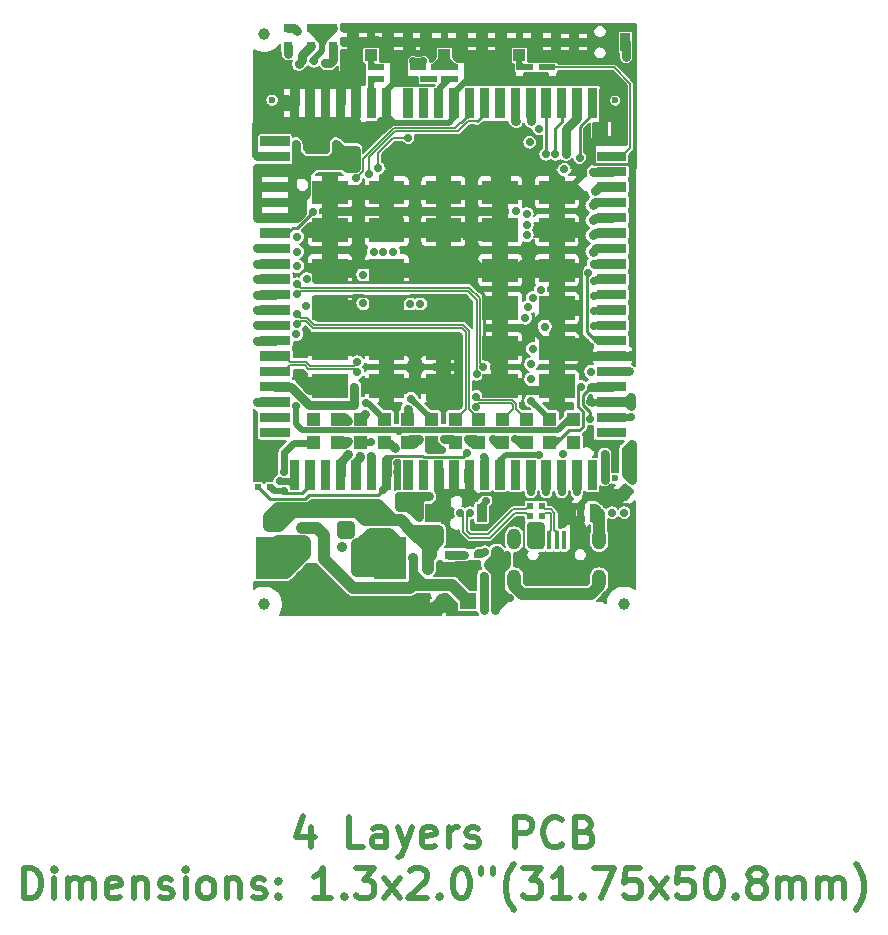
<source format=gbr>
G04 #@! TF.GenerationSoftware,KiCad,Pcbnew,5.1.5-52549c5~84~ubuntu18.04.1*
G04 #@! TF.CreationDate,2020-02-06T13:36:22+02:00*
G04 #@! TF.ProjectId,USB-gLINK_Rev_C,5553422d-674c-4494-9e4b-5f5265765f43,C*
G04 #@! TF.SameCoordinates,Original*
G04 #@! TF.FileFunction,Copper,L1,Top*
G04 #@! TF.FilePolarity,Positive*
%FSLAX46Y46*%
G04 Gerber Fmt 4.6, Leading zero omitted, Abs format (unit mm)*
G04 Created by KiCad (PCBNEW 5.1.5-52549c5~84~ubuntu18.04.1) date 2020-02-06 13:36:22*
%MOMM*%
%LPD*%
G04 APERTURE LIST*
%ADD10C,0.508000*%
%ADD11R,0.550000X0.500000*%
%ADD12C,0.100000*%
%ADD13C,0.600000*%
%ADD14R,2.700000X3.600000*%
%ADD15R,0.800000X0.800000*%
%ADD16C,1.400000*%
%ADD17R,1.400000X1.400000*%
%ADD18R,0.500000X0.550000*%
%ADD19C,1.000000*%
%ADD20R,0.900000X1.500000*%
%ADD21R,1.050000X2.200000*%
%ADD22R,1.050000X1.050000*%
%ADD23O,1.200000X1.800000*%
%ADD24R,1.100000X1.000000*%
%ADD25R,0.500000X1.650000*%
%ADD26R,0.325000X1.650000*%
%ADD27C,0.900000*%
%ADD28C,0.700000*%
%ADD29C,1.016000*%
%ADD30C,0.762000*%
%ADD31C,0.609600*%
%ADD32C,0.254000*%
%ADD33C,1.270000*%
%ADD34C,0.228600*%
%ADD35C,0.406400*%
%ADD36C,0.157480*%
%ADD37C,0.127000*%
%ADD38C,0.190500*%
G04 APERTURE END LIST*
D10*
X132200952Y-119216714D02*
X132200952Y-120910047D01*
X131596190Y-118249095D02*
X130991428Y-120063380D01*
X132563809Y-120063380D01*
X136676190Y-120910047D02*
X135466666Y-120910047D01*
X135466666Y-118370047D01*
X138611428Y-120910047D02*
X138611428Y-119579571D01*
X138490476Y-119337666D01*
X138248571Y-119216714D01*
X137764761Y-119216714D01*
X137522857Y-119337666D01*
X138611428Y-120789095D02*
X138369523Y-120910047D01*
X137764761Y-120910047D01*
X137522857Y-120789095D01*
X137401904Y-120547190D01*
X137401904Y-120305285D01*
X137522857Y-120063380D01*
X137764761Y-119942428D01*
X138369523Y-119942428D01*
X138611428Y-119821476D01*
X139579047Y-119216714D02*
X140183809Y-120910047D01*
X140788571Y-119216714D02*
X140183809Y-120910047D01*
X139941904Y-121514809D01*
X139820952Y-121635761D01*
X139579047Y-121756714D01*
X142723809Y-120789095D02*
X142481904Y-120910047D01*
X141998095Y-120910047D01*
X141756190Y-120789095D01*
X141635238Y-120547190D01*
X141635238Y-119579571D01*
X141756190Y-119337666D01*
X141998095Y-119216714D01*
X142481904Y-119216714D01*
X142723809Y-119337666D01*
X142844761Y-119579571D01*
X142844761Y-119821476D01*
X141635238Y-120063380D01*
X143933333Y-120910047D02*
X143933333Y-119216714D01*
X143933333Y-119700523D02*
X144054285Y-119458619D01*
X144175238Y-119337666D01*
X144417142Y-119216714D01*
X144659047Y-119216714D01*
X145384761Y-120789095D02*
X145626666Y-120910047D01*
X146110476Y-120910047D01*
X146352380Y-120789095D01*
X146473333Y-120547190D01*
X146473333Y-120426238D01*
X146352380Y-120184333D01*
X146110476Y-120063380D01*
X145747619Y-120063380D01*
X145505714Y-119942428D01*
X145384761Y-119700523D01*
X145384761Y-119579571D01*
X145505714Y-119337666D01*
X145747619Y-119216714D01*
X146110476Y-119216714D01*
X146352380Y-119337666D01*
X149497142Y-120910047D02*
X149497142Y-118370047D01*
X150464761Y-118370047D01*
X150706666Y-118491000D01*
X150827619Y-118611952D01*
X150948571Y-118853857D01*
X150948571Y-119216714D01*
X150827619Y-119458619D01*
X150706666Y-119579571D01*
X150464761Y-119700523D01*
X149497142Y-119700523D01*
X153488571Y-120668142D02*
X153367619Y-120789095D01*
X153004761Y-120910047D01*
X152762857Y-120910047D01*
X152400000Y-120789095D01*
X152158095Y-120547190D01*
X152037142Y-120305285D01*
X151916190Y-119821476D01*
X151916190Y-119458619D01*
X152037142Y-118974809D01*
X152158095Y-118732904D01*
X152400000Y-118491000D01*
X152762857Y-118370047D01*
X153004761Y-118370047D01*
X153367619Y-118491000D01*
X153488571Y-118611952D01*
X155423809Y-119579571D02*
X155786666Y-119700523D01*
X155907619Y-119821476D01*
X156028571Y-120063380D01*
X156028571Y-120426238D01*
X155907619Y-120668142D01*
X155786666Y-120789095D01*
X155544761Y-120910047D01*
X154577142Y-120910047D01*
X154577142Y-118370047D01*
X155423809Y-118370047D01*
X155665714Y-118491000D01*
X155786666Y-118611952D01*
X155907619Y-118853857D01*
X155907619Y-119095761D01*
X155786666Y-119337666D01*
X155665714Y-119458619D01*
X155423809Y-119579571D01*
X154577142Y-119579571D01*
X107950000Y-125228047D02*
X107950000Y-122688047D01*
X108554761Y-122688047D01*
X108917619Y-122809000D01*
X109159523Y-123050904D01*
X109280476Y-123292809D01*
X109401428Y-123776619D01*
X109401428Y-124139476D01*
X109280476Y-124623285D01*
X109159523Y-124865190D01*
X108917619Y-125107095D01*
X108554761Y-125228047D01*
X107950000Y-125228047D01*
X110490000Y-125228047D02*
X110490000Y-123534714D01*
X110490000Y-122688047D02*
X110369047Y-122809000D01*
X110490000Y-122929952D01*
X110610952Y-122809000D01*
X110490000Y-122688047D01*
X110490000Y-122929952D01*
X111699523Y-125228047D02*
X111699523Y-123534714D01*
X111699523Y-123776619D02*
X111820476Y-123655666D01*
X112062380Y-123534714D01*
X112425238Y-123534714D01*
X112667142Y-123655666D01*
X112788095Y-123897571D01*
X112788095Y-125228047D01*
X112788095Y-123897571D02*
X112909047Y-123655666D01*
X113150952Y-123534714D01*
X113513809Y-123534714D01*
X113755714Y-123655666D01*
X113876666Y-123897571D01*
X113876666Y-125228047D01*
X116053809Y-125107095D02*
X115811904Y-125228047D01*
X115328095Y-125228047D01*
X115086190Y-125107095D01*
X114965238Y-124865190D01*
X114965238Y-123897571D01*
X115086190Y-123655666D01*
X115328095Y-123534714D01*
X115811904Y-123534714D01*
X116053809Y-123655666D01*
X116174761Y-123897571D01*
X116174761Y-124139476D01*
X114965238Y-124381380D01*
X117263333Y-123534714D02*
X117263333Y-125228047D01*
X117263333Y-123776619D02*
X117384285Y-123655666D01*
X117626190Y-123534714D01*
X117989047Y-123534714D01*
X118230952Y-123655666D01*
X118351904Y-123897571D01*
X118351904Y-125228047D01*
X119440476Y-125107095D02*
X119682380Y-125228047D01*
X120166190Y-125228047D01*
X120408095Y-125107095D01*
X120529047Y-124865190D01*
X120529047Y-124744238D01*
X120408095Y-124502333D01*
X120166190Y-124381380D01*
X119803333Y-124381380D01*
X119561428Y-124260428D01*
X119440476Y-124018523D01*
X119440476Y-123897571D01*
X119561428Y-123655666D01*
X119803333Y-123534714D01*
X120166190Y-123534714D01*
X120408095Y-123655666D01*
X121617619Y-125228047D02*
X121617619Y-123534714D01*
X121617619Y-122688047D02*
X121496666Y-122809000D01*
X121617619Y-122929952D01*
X121738571Y-122809000D01*
X121617619Y-122688047D01*
X121617619Y-122929952D01*
X123190000Y-125228047D02*
X122948095Y-125107095D01*
X122827142Y-124986142D01*
X122706190Y-124744238D01*
X122706190Y-124018523D01*
X122827142Y-123776619D01*
X122948095Y-123655666D01*
X123190000Y-123534714D01*
X123552857Y-123534714D01*
X123794761Y-123655666D01*
X123915714Y-123776619D01*
X124036666Y-124018523D01*
X124036666Y-124744238D01*
X123915714Y-124986142D01*
X123794761Y-125107095D01*
X123552857Y-125228047D01*
X123190000Y-125228047D01*
X125125238Y-123534714D02*
X125125238Y-125228047D01*
X125125238Y-123776619D02*
X125246190Y-123655666D01*
X125488095Y-123534714D01*
X125850952Y-123534714D01*
X126092857Y-123655666D01*
X126213809Y-123897571D01*
X126213809Y-125228047D01*
X127302380Y-125107095D02*
X127544285Y-125228047D01*
X128028095Y-125228047D01*
X128270000Y-125107095D01*
X128390952Y-124865190D01*
X128390952Y-124744238D01*
X128270000Y-124502333D01*
X128028095Y-124381380D01*
X127665238Y-124381380D01*
X127423333Y-124260428D01*
X127302380Y-124018523D01*
X127302380Y-123897571D01*
X127423333Y-123655666D01*
X127665238Y-123534714D01*
X128028095Y-123534714D01*
X128270000Y-123655666D01*
X129479523Y-124986142D02*
X129600476Y-125107095D01*
X129479523Y-125228047D01*
X129358571Y-125107095D01*
X129479523Y-124986142D01*
X129479523Y-125228047D01*
X129479523Y-123655666D02*
X129600476Y-123776619D01*
X129479523Y-123897571D01*
X129358571Y-123776619D01*
X129479523Y-123655666D01*
X129479523Y-123897571D01*
X133954761Y-125228047D02*
X132503333Y-125228047D01*
X133229047Y-125228047D02*
X133229047Y-122688047D01*
X132987142Y-123050904D01*
X132745238Y-123292809D01*
X132503333Y-123413761D01*
X135043333Y-124986142D02*
X135164285Y-125107095D01*
X135043333Y-125228047D01*
X134922380Y-125107095D01*
X135043333Y-124986142D01*
X135043333Y-125228047D01*
X136010952Y-122688047D02*
X137583333Y-122688047D01*
X136736666Y-123655666D01*
X137099523Y-123655666D01*
X137341428Y-123776619D01*
X137462380Y-123897571D01*
X137583333Y-124139476D01*
X137583333Y-124744238D01*
X137462380Y-124986142D01*
X137341428Y-125107095D01*
X137099523Y-125228047D01*
X136373809Y-125228047D01*
X136131904Y-125107095D01*
X136010952Y-124986142D01*
X138430000Y-125228047D02*
X139760476Y-123534714D01*
X138430000Y-123534714D02*
X139760476Y-125228047D01*
X140607142Y-122929952D02*
X140728095Y-122809000D01*
X140970000Y-122688047D01*
X141574761Y-122688047D01*
X141816666Y-122809000D01*
X141937619Y-122929952D01*
X142058571Y-123171857D01*
X142058571Y-123413761D01*
X141937619Y-123776619D01*
X140486190Y-125228047D01*
X142058571Y-125228047D01*
X143147142Y-124986142D02*
X143268095Y-125107095D01*
X143147142Y-125228047D01*
X143026190Y-125107095D01*
X143147142Y-124986142D01*
X143147142Y-125228047D01*
X144840476Y-122688047D02*
X145082380Y-122688047D01*
X145324285Y-122809000D01*
X145445238Y-122929952D01*
X145566190Y-123171857D01*
X145687142Y-123655666D01*
X145687142Y-124260428D01*
X145566190Y-124744238D01*
X145445238Y-124986142D01*
X145324285Y-125107095D01*
X145082380Y-125228047D01*
X144840476Y-125228047D01*
X144598571Y-125107095D01*
X144477619Y-124986142D01*
X144356666Y-124744238D01*
X144235714Y-124260428D01*
X144235714Y-123655666D01*
X144356666Y-123171857D01*
X144477619Y-122929952D01*
X144598571Y-122809000D01*
X144840476Y-122688047D01*
X146654761Y-122688047D02*
X146654761Y-123171857D01*
X147622380Y-122688047D02*
X147622380Y-123171857D01*
X149436666Y-126195666D02*
X149315714Y-126074714D01*
X149073809Y-125711857D01*
X148952857Y-125469952D01*
X148831904Y-125107095D01*
X148710952Y-124502333D01*
X148710952Y-124018523D01*
X148831904Y-123413761D01*
X148952857Y-123050904D01*
X149073809Y-122809000D01*
X149315714Y-122446142D01*
X149436666Y-122325190D01*
X150162380Y-122688047D02*
X151734761Y-122688047D01*
X150888095Y-123655666D01*
X151250952Y-123655666D01*
X151492857Y-123776619D01*
X151613809Y-123897571D01*
X151734761Y-124139476D01*
X151734761Y-124744238D01*
X151613809Y-124986142D01*
X151492857Y-125107095D01*
X151250952Y-125228047D01*
X150525238Y-125228047D01*
X150283333Y-125107095D01*
X150162380Y-124986142D01*
X154153809Y-125228047D02*
X152702380Y-125228047D01*
X153428095Y-125228047D02*
X153428095Y-122688047D01*
X153186190Y-123050904D01*
X152944285Y-123292809D01*
X152702380Y-123413761D01*
X155242380Y-124986142D02*
X155363333Y-125107095D01*
X155242380Y-125228047D01*
X155121428Y-125107095D01*
X155242380Y-124986142D01*
X155242380Y-125228047D01*
X156210000Y-122688047D02*
X157903333Y-122688047D01*
X156814761Y-125228047D01*
X160080476Y-122688047D02*
X158870952Y-122688047D01*
X158750000Y-123897571D01*
X158870952Y-123776619D01*
X159112857Y-123655666D01*
X159717619Y-123655666D01*
X159959523Y-123776619D01*
X160080476Y-123897571D01*
X160201428Y-124139476D01*
X160201428Y-124744238D01*
X160080476Y-124986142D01*
X159959523Y-125107095D01*
X159717619Y-125228047D01*
X159112857Y-125228047D01*
X158870952Y-125107095D01*
X158750000Y-124986142D01*
X161048095Y-125228047D02*
X162378571Y-123534714D01*
X161048095Y-123534714D02*
X162378571Y-125228047D01*
X164555714Y-122688047D02*
X163346190Y-122688047D01*
X163225238Y-123897571D01*
X163346190Y-123776619D01*
X163588095Y-123655666D01*
X164192857Y-123655666D01*
X164434761Y-123776619D01*
X164555714Y-123897571D01*
X164676666Y-124139476D01*
X164676666Y-124744238D01*
X164555714Y-124986142D01*
X164434761Y-125107095D01*
X164192857Y-125228047D01*
X163588095Y-125228047D01*
X163346190Y-125107095D01*
X163225238Y-124986142D01*
X166249047Y-122688047D02*
X166490952Y-122688047D01*
X166732857Y-122809000D01*
X166853809Y-122929952D01*
X166974761Y-123171857D01*
X167095714Y-123655666D01*
X167095714Y-124260428D01*
X166974761Y-124744238D01*
X166853809Y-124986142D01*
X166732857Y-125107095D01*
X166490952Y-125228047D01*
X166249047Y-125228047D01*
X166007142Y-125107095D01*
X165886190Y-124986142D01*
X165765238Y-124744238D01*
X165644285Y-124260428D01*
X165644285Y-123655666D01*
X165765238Y-123171857D01*
X165886190Y-122929952D01*
X166007142Y-122809000D01*
X166249047Y-122688047D01*
X168184285Y-124986142D02*
X168305238Y-125107095D01*
X168184285Y-125228047D01*
X168063333Y-125107095D01*
X168184285Y-124986142D01*
X168184285Y-125228047D01*
X169756666Y-123776619D02*
X169514761Y-123655666D01*
X169393809Y-123534714D01*
X169272857Y-123292809D01*
X169272857Y-123171857D01*
X169393809Y-122929952D01*
X169514761Y-122809000D01*
X169756666Y-122688047D01*
X170240476Y-122688047D01*
X170482380Y-122809000D01*
X170603333Y-122929952D01*
X170724285Y-123171857D01*
X170724285Y-123292809D01*
X170603333Y-123534714D01*
X170482380Y-123655666D01*
X170240476Y-123776619D01*
X169756666Y-123776619D01*
X169514761Y-123897571D01*
X169393809Y-124018523D01*
X169272857Y-124260428D01*
X169272857Y-124744238D01*
X169393809Y-124986142D01*
X169514761Y-125107095D01*
X169756666Y-125228047D01*
X170240476Y-125228047D01*
X170482380Y-125107095D01*
X170603333Y-124986142D01*
X170724285Y-124744238D01*
X170724285Y-124260428D01*
X170603333Y-124018523D01*
X170482380Y-123897571D01*
X170240476Y-123776619D01*
X171812857Y-125228047D02*
X171812857Y-123534714D01*
X171812857Y-123776619D02*
X171933809Y-123655666D01*
X172175714Y-123534714D01*
X172538571Y-123534714D01*
X172780476Y-123655666D01*
X172901428Y-123897571D01*
X172901428Y-125228047D01*
X172901428Y-123897571D02*
X173022380Y-123655666D01*
X173264285Y-123534714D01*
X173627142Y-123534714D01*
X173869047Y-123655666D01*
X173990000Y-123897571D01*
X173990000Y-125228047D01*
X175199523Y-125228047D02*
X175199523Y-123534714D01*
X175199523Y-123776619D02*
X175320476Y-123655666D01*
X175562380Y-123534714D01*
X175925238Y-123534714D01*
X176167142Y-123655666D01*
X176288095Y-123897571D01*
X176288095Y-125228047D01*
X176288095Y-123897571D02*
X176409047Y-123655666D01*
X176650952Y-123534714D01*
X177013809Y-123534714D01*
X177255714Y-123655666D01*
X177376666Y-123897571D01*
X177376666Y-125228047D01*
X178344285Y-126195666D02*
X178465238Y-126074714D01*
X178707142Y-125711857D01*
X178828095Y-125469952D01*
X178949047Y-125107095D01*
X179070000Y-124502333D01*
X179070000Y-124018523D01*
X178949047Y-123413761D01*
X178828095Y-123050904D01*
X178707142Y-122809000D01*
X178465238Y-122446142D01*
X178344285Y-122325190D01*
D11*
X140843000Y-55880000D03*
X140843000Y-54864000D03*
X141732000Y-54864000D03*
X141732000Y-55880000D03*
X142621000Y-54864000D03*
X142621000Y-55880000D03*
G04 #@! TA.AperFunction,SMDPad,CuDef*
D12*
G36*
X141946500Y-67660000D02*
G01*
X144946500Y-67660000D01*
X144946500Y-69660000D01*
X141946500Y-69660000D01*
X141946500Y-67660000D01*
G37*
G04 #@! TD.AperFunction*
G04 #@! TA.AperFunction,SMDPad,CuDef*
G36*
X141946500Y-64460000D02*
G01*
X144946500Y-64460000D01*
X144946500Y-66460000D01*
X141946500Y-66460000D01*
X141946500Y-64460000D01*
G37*
G04 #@! TD.AperFunction*
G04 #@! TA.AperFunction,SMDPad,CuDef*
G36*
X137146500Y-64460000D02*
G01*
X140146500Y-64460000D01*
X140146500Y-66460000D01*
X137146500Y-66460000D01*
X137146500Y-64460000D01*
G37*
G04 #@! TD.AperFunction*
G04 #@! TA.AperFunction,SMDPad,CuDef*
G36*
X151546500Y-67660000D02*
G01*
X154546500Y-67660000D01*
X154546500Y-69660000D01*
X151546500Y-69660000D01*
X151546500Y-67660000D01*
G37*
G04 #@! TD.AperFunction*
G04 #@! TA.AperFunction,SMDPad,CuDef*
G36*
X146746500Y-67660000D02*
G01*
X149746500Y-67660000D01*
X149746500Y-69660000D01*
X146746500Y-69660000D01*
X146746500Y-67660000D01*
G37*
G04 #@! TD.AperFunction*
G04 #@! TA.AperFunction,SMDPad,CuDef*
G36*
X151546500Y-64460000D02*
G01*
X154546500Y-64460000D01*
X154546500Y-66460000D01*
X151546500Y-66460000D01*
X151546500Y-64460000D01*
G37*
G04 #@! TD.AperFunction*
G04 #@! TA.AperFunction,SMDPad,CuDef*
G36*
X137146500Y-67660000D02*
G01*
X140146500Y-67660000D01*
X140146500Y-69660000D01*
X137146500Y-69660000D01*
X137146500Y-67660000D01*
G37*
G04 #@! TD.AperFunction*
G04 #@! TA.AperFunction,SMDPad,CuDef*
G36*
X146746500Y-64460000D02*
G01*
X149746500Y-64460000D01*
X149746500Y-66460000D01*
X146746500Y-66460000D01*
X146746500Y-64460000D01*
G37*
G04 #@! TD.AperFunction*
G04 #@! TA.AperFunction,SMDPad,CuDef*
G36*
X132346500Y-64460000D02*
G01*
X135346500Y-64460000D01*
X135346500Y-66460000D01*
X132346500Y-66460000D01*
X132346500Y-64460000D01*
G37*
G04 #@! TD.AperFunction*
G04 #@! TA.AperFunction,SMDPad,CuDef*
G36*
X132346500Y-67660000D02*
G01*
X135346500Y-67660000D01*
X135346500Y-69660000D01*
X132346500Y-69660000D01*
X132346500Y-67660000D01*
G37*
G04 #@! TD.AperFunction*
G04 #@! TA.AperFunction,SMDPad,CuDef*
G36*
X146746500Y-74260000D02*
G01*
X149746500Y-74260000D01*
X149746500Y-76260000D01*
X146746500Y-76260000D01*
X146746500Y-74260000D01*
G37*
G04 #@! TD.AperFunction*
G04 #@! TA.AperFunction,SMDPad,CuDef*
G36*
X146746500Y-71060000D02*
G01*
X149746500Y-71060000D01*
X149746500Y-73060000D01*
X146746500Y-73060000D01*
X146746500Y-71060000D01*
G37*
G04 #@! TD.AperFunction*
G04 #@! TA.AperFunction,SMDPad,CuDef*
G36*
X137146500Y-71060000D02*
G01*
X140146500Y-71060000D01*
X140146500Y-73060000D01*
X137146500Y-73060000D01*
X137146500Y-71060000D01*
G37*
G04 #@! TD.AperFunction*
G04 #@! TA.AperFunction,SMDPad,CuDef*
G36*
X151546500Y-74260000D02*
G01*
X154546500Y-74260000D01*
X154546500Y-76260000D01*
X151546500Y-76260000D01*
X151546500Y-74260000D01*
G37*
G04 #@! TD.AperFunction*
G04 #@! TA.AperFunction,SMDPad,CuDef*
G36*
X151546500Y-71060000D02*
G01*
X154546500Y-71060000D01*
X154546500Y-73060000D01*
X151546500Y-73060000D01*
X151546500Y-71060000D01*
G37*
G04 #@! TD.AperFunction*
G04 #@! TA.AperFunction,SMDPad,CuDef*
G36*
X137146500Y-74260000D02*
G01*
X140146500Y-74260000D01*
X140146500Y-76260000D01*
X137146500Y-76260000D01*
X137146500Y-74260000D01*
G37*
G04 #@! TD.AperFunction*
G04 #@! TA.AperFunction,SMDPad,CuDef*
G36*
X132346500Y-71060000D02*
G01*
X135346500Y-71060000D01*
X135346500Y-73060000D01*
X132346500Y-73060000D01*
X132346500Y-71060000D01*
G37*
G04 #@! TD.AperFunction*
G04 #@! TA.AperFunction,SMDPad,CuDef*
G36*
X132346500Y-74260000D02*
G01*
X135346500Y-74260000D01*
X135346500Y-76260000D01*
X132346500Y-76260000D01*
X132346500Y-74260000D01*
G37*
G04 #@! TD.AperFunction*
G04 #@! TA.AperFunction,SMDPad,CuDef*
G36*
X141946500Y-77660000D02*
G01*
X144946500Y-77660000D01*
X144946500Y-79660000D01*
X141946500Y-79660000D01*
X141946500Y-77660000D01*
G37*
G04 #@! TD.AperFunction*
G04 #@! TA.AperFunction,SMDPad,CuDef*
G36*
X146746500Y-77660000D02*
G01*
X149746500Y-77660000D01*
X149746500Y-79660000D01*
X146746500Y-79660000D01*
X146746500Y-77660000D01*
G37*
G04 #@! TD.AperFunction*
G04 #@! TA.AperFunction,SMDPad,CuDef*
G36*
X151546500Y-77660000D02*
G01*
X154546500Y-77660000D01*
X154546500Y-79660000D01*
X151546500Y-79660000D01*
X151546500Y-77660000D01*
G37*
G04 #@! TD.AperFunction*
G04 #@! TA.AperFunction,SMDPad,CuDef*
G36*
X137146500Y-77660000D02*
G01*
X140146500Y-77660000D01*
X140146500Y-79660000D01*
X137146500Y-79660000D01*
X137146500Y-77660000D01*
G37*
G04 #@! TD.AperFunction*
G04 #@! TA.AperFunction,SMDPad,CuDef*
G36*
X132346500Y-77660000D02*
G01*
X135346500Y-77660000D01*
X135346500Y-79660000D01*
X132346500Y-79660000D01*
X132346500Y-77660000D01*
G37*
G04 #@! TD.AperFunction*
G04 #@! TA.AperFunction,SMDPad,CuDef*
G36*
X151546500Y-80860000D02*
G01*
X154546500Y-80860000D01*
X154546500Y-82860000D01*
X151546500Y-82860000D01*
X151546500Y-80860000D01*
G37*
G04 #@! TD.AperFunction*
G04 #@! TA.AperFunction,SMDPad,CuDef*
G36*
X146746500Y-80860000D02*
G01*
X149746500Y-80860000D01*
X149746500Y-82860000D01*
X146746500Y-82860000D01*
X146746500Y-80860000D01*
G37*
G04 #@! TD.AperFunction*
G04 #@! TA.AperFunction,SMDPad,CuDef*
G36*
X141946500Y-80860000D02*
G01*
X144946500Y-80860000D01*
X144946500Y-82860000D01*
X141946500Y-82860000D01*
X141946500Y-80860000D01*
G37*
G04 #@! TD.AperFunction*
G04 #@! TA.AperFunction,SMDPad,CuDef*
G36*
X137146500Y-80860000D02*
G01*
X140146500Y-80860000D01*
X140146500Y-82860000D01*
X137146500Y-82860000D01*
X137146500Y-80860000D01*
G37*
G04 #@! TD.AperFunction*
G04 #@! TA.AperFunction,SMDPad,CuDef*
G36*
X132346500Y-80860000D02*
G01*
X135346500Y-80860000D01*
X135346500Y-82860000D01*
X132346500Y-82860000D01*
X132346500Y-80860000D01*
G37*
G04 #@! TD.AperFunction*
D13*
X157946500Y-57660000D03*
G04 #@! TA.AperFunction,SMDPad,CuDef*
D12*
G36*
X143896500Y-84110000D02*
G01*
X144996500Y-84110000D01*
X144996500Y-85210000D01*
X143896500Y-85210000D01*
X143896500Y-84110000D01*
G37*
G04 #@! TD.AperFunction*
G04 #@! TA.AperFunction,SMDPad,CuDef*
G36*
X149896500Y-86110000D02*
G01*
X150996500Y-86110000D01*
X150996500Y-87210000D01*
X149896500Y-87210000D01*
X149896500Y-86110000D01*
G37*
G04 #@! TD.AperFunction*
G04 #@! TA.AperFunction,SMDPad,CuDef*
G36*
X145896500Y-84110000D02*
G01*
X146996500Y-84110000D01*
X146996500Y-85210000D01*
X145896500Y-85210000D01*
X145896500Y-84110000D01*
G37*
G04 #@! TD.AperFunction*
G04 #@! TA.AperFunction,SMDPad,CuDef*
G36*
X151896500Y-84110000D02*
G01*
X152996500Y-84110000D01*
X152996500Y-85210000D01*
X151896500Y-85210000D01*
X151896500Y-84110000D01*
G37*
G04 #@! TD.AperFunction*
G04 #@! TA.AperFunction,SMDPad,CuDef*
G36*
X149896500Y-84110000D02*
G01*
X150996500Y-84110000D01*
X150996500Y-85210000D01*
X149896500Y-85210000D01*
X149896500Y-84110000D01*
G37*
G04 #@! TD.AperFunction*
G04 #@! TA.AperFunction,SMDPad,CuDef*
G36*
X143896500Y-86110000D02*
G01*
X144996500Y-86110000D01*
X144996500Y-87210000D01*
X143896500Y-87210000D01*
X143896500Y-86110000D01*
G37*
G04 #@! TD.AperFunction*
G04 #@! TA.AperFunction,SMDPad,CuDef*
G36*
X147896500Y-84110000D02*
G01*
X148996500Y-84110000D01*
X148996500Y-85210000D01*
X147896500Y-85210000D01*
X147896500Y-84110000D01*
G37*
G04 #@! TD.AperFunction*
G04 #@! TA.AperFunction,SMDPad,CuDef*
G36*
X147896500Y-86110000D02*
G01*
X148996500Y-86110000D01*
X148996500Y-87210000D01*
X147896500Y-87210000D01*
X147896500Y-86110000D01*
G37*
G04 #@! TD.AperFunction*
G04 #@! TA.AperFunction,SMDPad,CuDef*
G36*
X153896500Y-84110000D02*
G01*
X154996500Y-84110000D01*
X154996500Y-85210000D01*
X153896500Y-85210000D01*
X153896500Y-84110000D01*
G37*
G04 #@! TD.AperFunction*
G04 #@! TA.AperFunction,SMDPad,CuDef*
G36*
X153896500Y-86110000D02*
G01*
X154996500Y-86110000D01*
X154996500Y-87210000D01*
X153896500Y-87210000D01*
X153896500Y-86110000D01*
G37*
G04 #@! TD.AperFunction*
G04 #@! TA.AperFunction,SMDPad,CuDef*
G36*
X145896500Y-86110000D02*
G01*
X146996500Y-86110000D01*
X146996500Y-87210000D01*
X145896500Y-87210000D01*
X145896500Y-86110000D01*
G37*
G04 #@! TD.AperFunction*
G04 #@! TA.AperFunction,SMDPad,CuDef*
G36*
X151896500Y-86110000D02*
G01*
X152996500Y-86110000D01*
X152996500Y-87210000D01*
X151896500Y-87210000D01*
X151896500Y-86110000D01*
G37*
G04 #@! TD.AperFunction*
G04 #@! TA.AperFunction,SMDPad,CuDef*
G36*
X141896500Y-84110000D02*
G01*
X142996500Y-84110000D01*
X142996500Y-85210000D01*
X141896500Y-85210000D01*
X141896500Y-84110000D01*
G37*
G04 #@! TD.AperFunction*
G04 #@! TA.AperFunction,SMDPad,CuDef*
G36*
X141896500Y-86110000D02*
G01*
X142996500Y-86110000D01*
X142996500Y-87210000D01*
X141896500Y-87210000D01*
X141896500Y-86110000D01*
G37*
G04 #@! TD.AperFunction*
G04 #@! TA.AperFunction,SMDPad,CuDef*
G36*
X139896500Y-86110000D02*
G01*
X140996500Y-86110000D01*
X140996500Y-87210000D01*
X139896500Y-87210000D01*
X139896500Y-86110000D01*
G37*
G04 #@! TD.AperFunction*
G04 #@! TA.AperFunction,SMDPad,CuDef*
G36*
X139896500Y-84110000D02*
G01*
X140996500Y-84110000D01*
X140996500Y-85210000D01*
X139896500Y-85210000D01*
X139896500Y-84110000D01*
G37*
G04 #@! TD.AperFunction*
G04 #@! TA.AperFunction,SMDPad,CuDef*
G36*
X137896500Y-84110000D02*
G01*
X138996500Y-84110000D01*
X138996500Y-85210000D01*
X137896500Y-85210000D01*
X137896500Y-84110000D01*
G37*
G04 #@! TD.AperFunction*
G04 #@! TA.AperFunction,SMDPad,CuDef*
G36*
X137896500Y-86110000D02*
G01*
X138996500Y-86110000D01*
X138996500Y-87210000D01*
X137896500Y-87210000D01*
X137896500Y-86110000D01*
G37*
G04 #@! TD.AperFunction*
G04 #@! TA.AperFunction,SMDPad,CuDef*
G36*
X135896500Y-84110000D02*
G01*
X136996500Y-84110000D01*
X136996500Y-85210000D01*
X135896500Y-85210000D01*
X135896500Y-84110000D01*
G37*
G04 #@! TD.AperFunction*
G04 #@! TA.AperFunction,SMDPad,CuDef*
G36*
X135896500Y-86110000D02*
G01*
X136996500Y-86110000D01*
X136996500Y-87210000D01*
X135896500Y-87210000D01*
X135896500Y-86110000D01*
G37*
G04 #@! TD.AperFunction*
G04 #@! TA.AperFunction,SMDPad,CuDef*
G36*
X133896500Y-84110000D02*
G01*
X134996500Y-84110000D01*
X134996500Y-85210000D01*
X133896500Y-85210000D01*
X133896500Y-84110000D01*
G37*
G04 #@! TD.AperFunction*
G04 #@! TA.AperFunction,SMDPad,CuDef*
G36*
X133896500Y-86110000D02*
G01*
X134996500Y-86110000D01*
X134996500Y-87210000D01*
X133896500Y-87210000D01*
X133896500Y-86110000D01*
G37*
G04 #@! TD.AperFunction*
G04 #@! TA.AperFunction,SMDPad,CuDef*
G36*
X131896500Y-84110000D02*
G01*
X132996500Y-84110000D01*
X132996500Y-85210000D01*
X131896500Y-85210000D01*
X131896500Y-84110000D01*
G37*
G04 #@! TD.AperFunction*
G04 #@! TA.AperFunction,SMDPad,CuDef*
G36*
X131896500Y-86110000D02*
G01*
X132996500Y-86110000D01*
X132996500Y-87210000D01*
X131896500Y-87210000D01*
X131896500Y-86110000D01*
G37*
G04 #@! TD.AperFunction*
G04 #@! TA.AperFunction,SMDPad,CuDef*
G36*
X127946500Y-70610000D02*
G01*
X127946500Y-69810000D01*
X130446500Y-69810000D01*
X130446500Y-70610000D01*
X127946500Y-70610000D01*
G37*
G04 #@! TD.AperFunction*
G04 #@! TA.AperFunction,SMDPad,CuDef*
G36*
X127946500Y-68010000D02*
G01*
X127946500Y-67210000D01*
X130446500Y-67210000D01*
X130446500Y-68010000D01*
X127946500Y-68010000D01*
G37*
G04 #@! TD.AperFunction*
G04 #@! TA.AperFunction,SMDPad,CuDef*
G36*
X127946500Y-81010000D02*
G01*
X127946500Y-80210000D01*
X130446500Y-80210000D01*
X130446500Y-81010000D01*
X127946500Y-81010000D01*
G37*
G04 #@! TD.AperFunction*
G04 #@! TA.AperFunction,SMDPad,CuDef*
G36*
X127946500Y-78410000D02*
G01*
X127946500Y-77610000D01*
X130446500Y-77610000D01*
X130446500Y-78410000D01*
X127946500Y-78410000D01*
G37*
G04 #@! TD.AperFunction*
G04 #@! TA.AperFunction,SMDPad,CuDef*
G36*
X127946500Y-71910000D02*
G01*
X127946500Y-71110000D01*
X130446500Y-71110000D01*
X130446500Y-71910000D01*
X127946500Y-71910000D01*
G37*
G04 #@! TD.AperFunction*
G04 #@! TA.AperFunction,SMDPad,CuDef*
G36*
X127946500Y-74510000D02*
G01*
X127946500Y-73710000D01*
X130446500Y-73710000D01*
X130446500Y-74510000D01*
X127946500Y-74510000D01*
G37*
G04 #@! TD.AperFunction*
G04 #@! TA.AperFunction,SMDPad,CuDef*
G36*
X127946500Y-75810000D02*
G01*
X127946500Y-75010000D01*
X130446500Y-75010000D01*
X130446500Y-75810000D01*
X127946500Y-75810000D01*
G37*
G04 #@! TD.AperFunction*
G04 #@! TA.AperFunction,SMDPad,CuDef*
G36*
X127946500Y-66710000D02*
G01*
X127946500Y-65910000D01*
X130446500Y-65910000D01*
X130446500Y-66710000D01*
X127946500Y-66710000D01*
G37*
G04 #@! TD.AperFunction*
G04 #@! TA.AperFunction,SMDPad,CuDef*
G36*
X127946500Y-77110000D02*
G01*
X127946500Y-76310000D01*
X130446500Y-76310000D01*
X130446500Y-77110000D01*
X127946500Y-77110000D01*
G37*
G04 #@! TD.AperFunction*
G04 #@! TA.AperFunction,SMDPad,CuDef*
G36*
X127946500Y-84910000D02*
G01*
X127946500Y-84110000D01*
X130446500Y-84110000D01*
X130446500Y-84910000D01*
X127946500Y-84910000D01*
G37*
G04 #@! TD.AperFunction*
G04 #@! TA.AperFunction,SMDPad,CuDef*
G36*
X127946500Y-69310000D02*
G01*
X127946500Y-68510000D01*
X130446500Y-68510000D01*
X130446500Y-69310000D01*
X127946500Y-69310000D01*
G37*
G04 #@! TD.AperFunction*
G04 #@! TA.AperFunction,SMDPad,CuDef*
G36*
X127946500Y-64110000D02*
G01*
X127946500Y-63310000D01*
X130446500Y-63310000D01*
X130446500Y-64110000D01*
X127946500Y-64110000D01*
G37*
G04 #@! TD.AperFunction*
G04 #@! TA.AperFunction,SMDPad,CuDef*
G36*
X127946500Y-83610000D02*
G01*
X127946500Y-82810000D01*
X130446500Y-82810000D01*
X130446500Y-83610000D01*
X127946500Y-83610000D01*
G37*
G04 #@! TD.AperFunction*
G04 #@! TA.AperFunction,SMDPad,CuDef*
G36*
X127946500Y-61510000D02*
G01*
X127946500Y-60710000D01*
X130446500Y-60710000D01*
X130446500Y-61510000D01*
X127946500Y-61510000D01*
G37*
G04 #@! TD.AperFunction*
G04 #@! TA.AperFunction,SMDPad,CuDef*
G36*
X127946500Y-82310000D02*
G01*
X127946500Y-81510000D01*
X130446500Y-81510000D01*
X130446500Y-82310000D01*
X127946500Y-82310000D01*
G37*
G04 #@! TD.AperFunction*
G04 #@! TA.AperFunction,SMDPad,CuDef*
G36*
X127946500Y-73210000D02*
G01*
X127946500Y-72410000D01*
X130446500Y-72410000D01*
X130446500Y-73210000D01*
X127946500Y-73210000D01*
G37*
G04 #@! TD.AperFunction*
G04 #@! TA.AperFunction,SMDPad,CuDef*
G36*
X127946500Y-86210000D02*
G01*
X127946500Y-85410000D01*
X130446500Y-85410000D01*
X130446500Y-86210000D01*
X127946500Y-86210000D01*
G37*
G04 #@! TD.AperFunction*
G04 #@! TA.AperFunction,SMDPad,CuDef*
G36*
X127946500Y-79710000D02*
G01*
X127946500Y-78910000D01*
X130446500Y-78910000D01*
X130446500Y-79710000D01*
X127946500Y-79710000D01*
G37*
G04 #@! TD.AperFunction*
G04 #@! TA.AperFunction,SMDPad,CuDef*
G36*
X127946500Y-62810000D02*
G01*
X127946500Y-62010000D01*
X130446500Y-62010000D01*
X130446500Y-62810000D01*
X127946500Y-62810000D01*
G37*
G04 #@! TD.AperFunction*
G04 #@! TA.AperFunction,SMDPad,CuDef*
G36*
X127946500Y-65410000D02*
G01*
X127946500Y-64610000D01*
X130446500Y-64610000D01*
X130446500Y-65410000D01*
X127946500Y-65410000D01*
G37*
G04 #@! TD.AperFunction*
G04 #@! TA.AperFunction,SMDPad,CuDef*
G36*
X156446500Y-68010000D02*
G01*
X156446500Y-67210000D01*
X158946500Y-67210000D01*
X158946500Y-68010000D01*
X156446500Y-68010000D01*
G37*
G04 #@! TD.AperFunction*
G04 #@! TA.AperFunction,SMDPad,CuDef*
G36*
X156446500Y-65410000D02*
G01*
X156446500Y-64610000D01*
X158946500Y-64610000D01*
X158946500Y-65410000D01*
X156446500Y-65410000D01*
G37*
G04 #@! TD.AperFunction*
G04 #@! TA.AperFunction,SMDPad,CuDef*
G36*
X156446500Y-61510000D02*
G01*
X156446500Y-60710000D01*
X158946500Y-60710000D01*
X158946500Y-61510000D01*
X156446500Y-61510000D01*
G37*
G04 #@! TD.AperFunction*
G04 #@! TA.AperFunction,SMDPad,CuDef*
G36*
X156446500Y-62810000D02*
G01*
X156446500Y-62010000D01*
X158946500Y-62010000D01*
X158946500Y-62810000D01*
X156446500Y-62810000D01*
G37*
G04 #@! TD.AperFunction*
G04 #@! TA.AperFunction,SMDPad,CuDef*
G36*
X156446500Y-64110000D02*
G01*
X156446500Y-63310000D01*
X158946500Y-63310000D01*
X158946500Y-64110000D01*
X156446500Y-64110000D01*
G37*
G04 #@! TD.AperFunction*
G04 #@! TA.AperFunction,SMDPad,CuDef*
G36*
X156446500Y-71910000D02*
G01*
X156446500Y-71110000D01*
X158946500Y-71110000D01*
X158946500Y-71910000D01*
X156446500Y-71910000D01*
G37*
G04 #@! TD.AperFunction*
G04 #@! TA.AperFunction,SMDPad,CuDef*
G36*
X156446500Y-70610000D02*
G01*
X156446500Y-69810000D01*
X158946500Y-69810000D01*
X158946500Y-70610000D01*
X156446500Y-70610000D01*
G37*
G04 #@! TD.AperFunction*
G04 #@! TA.AperFunction,SMDPad,CuDef*
G36*
X156446500Y-69310000D02*
G01*
X156446500Y-68510000D01*
X158946500Y-68510000D01*
X158946500Y-69310000D01*
X156446500Y-69310000D01*
G37*
G04 #@! TD.AperFunction*
G04 #@! TA.AperFunction,SMDPad,CuDef*
G36*
X156446500Y-73210000D02*
G01*
X156446500Y-72410000D01*
X158946500Y-72410000D01*
X158946500Y-73210000D01*
X156446500Y-73210000D01*
G37*
G04 #@! TD.AperFunction*
G04 #@! TA.AperFunction,SMDPad,CuDef*
G36*
X156446500Y-66710000D02*
G01*
X156446500Y-65910000D01*
X158946500Y-65910000D01*
X158946500Y-66710000D01*
X156446500Y-66710000D01*
G37*
G04 #@! TD.AperFunction*
G04 #@! TA.AperFunction,SMDPad,CuDef*
G36*
X156446500Y-74510000D02*
G01*
X156446500Y-73710000D01*
X158946500Y-73710000D01*
X158946500Y-74510000D01*
X156446500Y-74510000D01*
G37*
G04 #@! TD.AperFunction*
G04 #@! TA.AperFunction,SMDPad,CuDef*
G36*
X156446500Y-75810000D02*
G01*
X156446500Y-75010000D01*
X158946500Y-75010000D01*
X158946500Y-75810000D01*
X156446500Y-75810000D01*
G37*
G04 #@! TD.AperFunction*
G04 #@! TA.AperFunction,SMDPad,CuDef*
G36*
X156446500Y-77110000D02*
G01*
X156446500Y-76310000D01*
X158946500Y-76310000D01*
X158946500Y-77110000D01*
X156446500Y-77110000D01*
G37*
G04 #@! TD.AperFunction*
G04 #@! TA.AperFunction,SMDPad,CuDef*
G36*
X156446500Y-78410000D02*
G01*
X156446500Y-77610000D01*
X158946500Y-77610000D01*
X158946500Y-78410000D01*
X156446500Y-78410000D01*
G37*
G04 #@! TD.AperFunction*
G04 #@! TA.AperFunction,SMDPad,CuDef*
G36*
X156446500Y-79710000D02*
G01*
X156446500Y-78910000D01*
X158946500Y-78910000D01*
X158946500Y-79710000D01*
X156446500Y-79710000D01*
G37*
G04 #@! TD.AperFunction*
G04 #@! TA.AperFunction,SMDPad,CuDef*
G36*
X156446500Y-81010000D02*
G01*
X156446500Y-80210000D01*
X158946500Y-80210000D01*
X158946500Y-81010000D01*
X156446500Y-81010000D01*
G37*
G04 #@! TD.AperFunction*
G04 #@! TA.AperFunction,SMDPad,CuDef*
G36*
X156446500Y-82310000D02*
G01*
X156446500Y-81510000D01*
X158946500Y-81510000D01*
X158946500Y-82310000D01*
X156446500Y-82310000D01*
G37*
G04 #@! TD.AperFunction*
G04 #@! TA.AperFunction,SMDPad,CuDef*
G36*
X156446500Y-83610000D02*
G01*
X156446500Y-82810000D01*
X158946500Y-82810000D01*
X158946500Y-83610000D01*
X156446500Y-83610000D01*
G37*
G04 #@! TD.AperFunction*
G04 #@! TA.AperFunction,SMDPad,CuDef*
G36*
X156446500Y-84910000D02*
G01*
X156446500Y-84110000D01*
X158946500Y-84110000D01*
X158946500Y-84910000D01*
X156446500Y-84910000D01*
G37*
G04 #@! TD.AperFunction*
G04 #@! TA.AperFunction,SMDPad,CuDef*
G36*
X156446500Y-86210000D02*
G01*
X156446500Y-85410000D01*
X158946500Y-85410000D01*
X158946500Y-86210000D01*
X156446500Y-86210000D01*
G37*
G04 #@! TD.AperFunction*
D13*
X128946500Y-57660000D03*
G04 #@! TA.AperFunction,SMDPad,CuDef*
D12*
G36*
X135646500Y-56660000D02*
G01*
X136446500Y-56660000D01*
X136446500Y-59160000D01*
X135646500Y-59160000D01*
X135646500Y-56660000D01*
G37*
G04 #@! TD.AperFunction*
G04 #@! TA.AperFunction,SMDPad,CuDef*
G36*
X140046500Y-56660000D02*
G01*
X140846500Y-56660000D01*
X140846500Y-59160000D01*
X140046500Y-59160000D01*
X140046500Y-56660000D01*
G37*
G04 #@! TD.AperFunction*
G04 #@! TA.AperFunction,SMDPad,CuDef*
G36*
X141346500Y-56660000D02*
G01*
X142146500Y-56660000D01*
X142146500Y-59160000D01*
X141346500Y-59160000D01*
X141346500Y-56660000D01*
G37*
G04 #@! TD.AperFunction*
G04 #@! TA.AperFunction,SMDPad,CuDef*
G36*
X133046500Y-56660000D02*
G01*
X133846500Y-56660000D01*
X133846500Y-59160000D01*
X133046500Y-59160000D01*
X133046500Y-56660000D01*
G37*
G04 #@! TD.AperFunction*
G04 #@! TA.AperFunction,SMDPad,CuDef*
G36*
X150446500Y-56660000D02*
G01*
X151246500Y-56660000D01*
X151246500Y-59160000D01*
X150446500Y-59160000D01*
X150446500Y-56660000D01*
G37*
G04 #@! TD.AperFunction*
G04 #@! TA.AperFunction,SMDPad,CuDef*
G36*
X147846500Y-56660000D02*
G01*
X148646500Y-56660000D01*
X148646500Y-59160000D01*
X147846500Y-59160000D01*
X147846500Y-56660000D01*
G37*
G04 #@! TD.AperFunction*
G04 #@! TA.AperFunction,SMDPad,CuDef*
G36*
X142646500Y-56660000D02*
G01*
X143446500Y-56660000D01*
X143446500Y-59160000D01*
X142646500Y-59160000D01*
X142646500Y-56660000D01*
G37*
G04 #@! TD.AperFunction*
G04 #@! TA.AperFunction,SMDPad,CuDef*
G36*
X143946500Y-56660000D02*
G01*
X144746500Y-56660000D01*
X144746500Y-59160000D01*
X143946500Y-59160000D01*
X143946500Y-56660000D01*
G37*
G04 #@! TD.AperFunction*
G04 #@! TA.AperFunction,SMDPad,CuDef*
G36*
X136946500Y-56660000D02*
G01*
X137746500Y-56660000D01*
X137746500Y-59160000D01*
X136946500Y-59160000D01*
X136946500Y-56660000D01*
G37*
G04 #@! TD.AperFunction*
G04 #@! TA.AperFunction,SMDPad,CuDef*
G36*
X134346500Y-56660000D02*
G01*
X135146500Y-56660000D01*
X135146500Y-59160000D01*
X134346500Y-59160000D01*
X134346500Y-56660000D01*
G37*
G04 #@! TD.AperFunction*
G04 #@! TA.AperFunction,SMDPad,CuDef*
G36*
X154346500Y-56660000D02*
G01*
X155146500Y-56660000D01*
X155146500Y-59160000D01*
X154346500Y-59160000D01*
X154346500Y-56660000D01*
G37*
G04 #@! TD.AperFunction*
G04 #@! TA.AperFunction,SMDPad,CuDef*
G36*
X155646500Y-56660000D02*
G01*
X156446500Y-56660000D01*
X156446500Y-59160000D01*
X155646500Y-59160000D01*
X155646500Y-56660000D01*
G37*
G04 #@! TD.AperFunction*
G04 #@! TA.AperFunction,SMDPad,CuDef*
G36*
X130446500Y-56660000D02*
G01*
X131246500Y-56660000D01*
X131246500Y-59160000D01*
X130446500Y-59160000D01*
X130446500Y-56660000D01*
G37*
G04 #@! TD.AperFunction*
G04 #@! TA.AperFunction,SMDPad,CuDef*
G36*
X145246500Y-56660000D02*
G01*
X146046500Y-56660000D01*
X146046500Y-59160000D01*
X145246500Y-59160000D01*
X145246500Y-56660000D01*
G37*
G04 #@! TD.AperFunction*
G04 #@! TA.AperFunction,SMDPad,CuDef*
G36*
X131746500Y-56660000D02*
G01*
X132546500Y-56660000D01*
X132546500Y-59160000D01*
X131746500Y-59160000D01*
X131746500Y-56660000D01*
G37*
G04 #@! TD.AperFunction*
G04 #@! TA.AperFunction,SMDPad,CuDef*
G36*
X149146500Y-56660000D02*
G01*
X149946500Y-56660000D01*
X149946500Y-59160000D01*
X149146500Y-59160000D01*
X149146500Y-56660000D01*
G37*
G04 #@! TD.AperFunction*
G04 #@! TA.AperFunction,SMDPad,CuDef*
G36*
X138246500Y-56660000D02*
G01*
X139046500Y-56660000D01*
X139046500Y-59160000D01*
X138246500Y-59160000D01*
X138246500Y-56660000D01*
G37*
G04 #@! TD.AperFunction*
G04 #@! TA.AperFunction,SMDPad,CuDef*
G36*
X151746500Y-56660000D02*
G01*
X152546500Y-56660000D01*
X152546500Y-59160000D01*
X151746500Y-59160000D01*
X151746500Y-56660000D01*
G37*
G04 #@! TD.AperFunction*
G04 #@! TA.AperFunction,SMDPad,CuDef*
G36*
X146546500Y-56660000D02*
G01*
X147346500Y-56660000D01*
X147346500Y-59160000D01*
X146546500Y-59160000D01*
X146546500Y-56660000D01*
G37*
G04 #@! TD.AperFunction*
G04 #@! TA.AperFunction,SMDPad,CuDef*
G36*
X153046500Y-56660000D02*
G01*
X153846500Y-56660000D01*
X153846500Y-59160000D01*
X153046500Y-59160000D01*
X153046500Y-56660000D01*
G37*
G04 #@! TD.AperFunction*
G04 #@! TA.AperFunction,SMDPad,CuDef*
G36*
X155646500Y-88160000D02*
G01*
X156446500Y-88160000D01*
X156446500Y-90660000D01*
X155646500Y-90660000D01*
X155646500Y-88160000D01*
G37*
G04 #@! TD.AperFunction*
G04 #@! TA.AperFunction,SMDPad,CuDef*
G36*
X154346500Y-88160000D02*
G01*
X155146500Y-88160000D01*
X155146500Y-90660000D01*
X154346500Y-90660000D01*
X154346500Y-88160000D01*
G37*
G04 #@! TD.AperFunction*
G04 #@! TA.AperFunction,SMDPad,CuDef*
G36*
X153046500Y-88160000D02*
G01*
X153846500Y-88160000D01*
X153846500Y-90660000D01*
X153046500Y-90660000D01*
X153046500Y-88160000D01*
G37*
G04 #@! TD.AperFunction*
G04 #@! TA.AperFunction,SMDPad,CuDef*
G36*
X151746500Y-88160000D02*
G01*
X152546500Y-88160000D01*
X152546500Y-90660000D01*
X151746500Y-90660000D01*
X151746500Y-88160000D01*
G37*
G04 #@! TD.AperFunction*
G04 #@! TA.AperFunction,SMDPad,CuDef*
G36*
X150446500Y-88160000D02*
G01*
X151246500Y-88160000D01*
X151246500Y-90660000D01*
X150446500Y-90660000D01*
X150446500Y-88160000D01*
G37*
G04 #@! TD.AperFunction*
G04 #@! TA.AperFunction,SMDPad,CuDef*
G36*
X149146500Y-88160000D02*
G01*
X149946500Y-88160000D01*
X149946500Y-90660000D01*
X149146500Y-90660000D01*
X149146500Y-88160000D01*
G37*
G04 #@! TD.AperFunction*
G04 #@! TA.AperFunction,SMDPad,CuDef*
G36*
X147846500Y-88160000D02*
G01*
X148646500Y-88160000D01*
X148646500Y-90660000D01*
X147846500Y-90660000D01*
X147846500Y-88160000D01*
G37*
G04 #@! TD.AperFunction*
G04 #@! TA.AperFunction,SMDPad,CuDef*
G36*
X146546500Y-88160000D02*
G01*
X147346500Y-88160000D01*
X147346500Y-90660000D01*
X146546500Y-90660000D01*
X146546500Y-88160000D01*
G37*
G04 #@! TD.AperFunction*
G04 #@! TA.AperFunction,SMDPad,CuDef*
G36*
X145246500Y-88160000D02*
G01*
X146046500Y-88160000D01*
X146046500Y-90660000D01*
X145246500Y-90660000D01*
X145246500Y-88160000D01*
G37*
G04 #@! TD.AperFunction*
G04 #@! TA.AperFunction,SMDPad,CuDef*
G36*
X143946500Y-88160000D02*
G01*
X144746500Y-88160000D01*
X144746500Y-90660000D01*
X143946500Y-90660000D01*
X143946500Y-88160000D01*
G37*
G04 #@! TD.AperFunction*
G04 #@! TA.AperFunction,SMDPad,CuDef*
G36*
X142646500Y-88160000D02*
G01*
X143446500Y-88160000D01*
X143446500Y-90660000D01*
X142646500Y-90660000D01*
X142646500Y-88160000D01*
G37*
G04 #@! TD.AperFunction*
G04 #@! TA.AperFunction,SMDPad,CuDef*
G36*
X141346500Y-88160000D02*
G01*
X142146500Y-88160000D01*
X142146500Y-90660000D01*
X141346500Y-90660000D01*
X141346500Y-88160000D01*
G37*
G04 #@! TD.AperFunction*
G04 #@! TA.AperFunction,SMDPad,CuDef*
G36*
X140046500Y-88160000D02*
G01*
X140846500Y-88160000D01*
X140846500Y-90660000D01*
X140046500Y-90660000D01*
X140046500Y-88160000D01*
G37*
G04 #@! TD.AperFunction*
G04 #@! TA.AperFunction,SMDPad,CuDef*
G36*
X138246500Y-88160000D02*
G01*
X139046500Y-88160000D01*
X139046500Y-90660000D01*
X138246500Y-90660000D01*
X138246500Y-88160000D01*
G37*
G04 #@! TD.AperFunction*
G04 #@! TA.AperFunction,SMDPad,CuDef*
G36*
X136946500Y-88160000D02*
G01*
X137746500Y-88160000D01*
X137746500Y-90660000D01*
X136946500Y-90660000D01*
X136946500Y-88160000D01*
G37*
G04 #@! TD.AperFunction*
G04 #@! TA.AperFunction,SMDPad,CuDef*
G36*
X135646500Y-88160000D02*
G01*
X136446500Y-88160000D01*
X136446500Y-90660000D01*
X135646500Y-90660000D01*
X135646500Y-88160000D01*
G37*
G04 #@! TD.AperFunction*
G04 #@! TA.AperFunction,SMDPad,CuDef*
G36*
X134346500Y-88160000D02*
G01*
X135146500Y-88160000D01*
X135146500Y-90660000D01*
X134346500Y-90660000D01*
X134346500Y-88160000D01*
G37*
G04 #@! TD.AperFunction*
G04 #@! TA.AperFunction,SMDPad,CuDef*
G36*
X133046500Y-88160000D02*
G01*
X133846500Y-88160000D01*
X133846500Y-90660000D01*
X133046500Y-90660000D01*
X133046500Y-88160000D01*
G37*
G04 #@! TD.AperFunction*
G04 #@! TA.AperFunction,SMDPad,CuDef*
G36*
X131746500Y-88160000D02*
G01*
X132546500Y-88160000D01*
X132546500Y-90660000D01*
X131746500Y-90660000D01*
X131746500Y-88160000D01*
G37*
G04 #@! TD.AperFunction*
G04 #@! TA.AperFunction,SMDPad,CuDef*
G36*
X130446500Y-88160000D02*
G01*
X131246500Y-88160000D01*
X131246500Y-90660000D01*
X130446500Y-90660000D01*
X130446500Y-88160000D01*
G37*
G04 #@! TD.AperFunction*
D13*
X157946500Y-89660000D03*
D14*
X138905000Y-96393000D03*
X128905000Y-96393000D03*
D15*
X130302000Y-53100899D03*
X130302000Y-51576899D03*
D16*
X143525240Y-100058220D03*
D17*
X145554700Y-100055680D03*
D18*
X155067000Y-92075000D03*
X156083000Y-92075000D03*
X138176000Y-55880000D03*
X139192000Y-55880000D03*
X138176000Y-54864000D03*
X139192000Y-54864000D03*
X144399000Y-55880000D03*
X145415000Y-55880000D03*
X144399000Y-54864000D03*
X145415000Y-54864000D03*
D15*
X143891000Y-96139000D03*
X142367000Y-96139000D03*
D19*
X128270000Y-52070000D03*
X158750000Y-100330000D03*
X158877000Y-90805000D03*
D20*
X158831501Y-52705000D03*
X154477501Y-52705000D03*
X146703000Y-92583000D03*
X142349000Y-92583000D03*
D18*
X146304000Y-96139000D03*
X145288000Y-96139000D03*
X155067000Y-93091000D03*
X156083000Y-93091000D03*
X151765000Y-92888500D03*
X150749000Y-92888500D03*
X151765000Y-92011500D03*
X150749000Y-92011500D03*
D11*
X137287000Y-55880000D03*
X137287000Y-54864000D03*
D21*
X142010000Y-52324000D03*
X145010000Y-52324000D03*
D22*
X143510000Y-53824000D03*
X137287000Y-53824000D03*
D21*
X138787000Y-52324000D03*
X135787000Y-52324000D03*
D15*
X132207000Y-51576899D03*
X132207000Y-53100899D03*
X134112000Y-51576899D03*
X134112000Y-53100899D03*
D23*
X156635000Y-98294000D03*
X156635000Y-94824000D03*
X149435000Y-94824000D03*
X149435000Y-98294000D03*
D24*
X154535000Y-99444000D03*
X151535000Y-99444000D03*
D25*
X154422500Y-94894000D03*
D26*
X153685000Y-94894000D03*
X153035000Y-94894000D03*
X152385000Y-94894000D03*
D25*
X151647500Y-94894000D03*
D21*
X148360000Y-52324000D03*
X151360000Y-52324000D03*
D22*
X149860000Y-53824000D03*
D11*
X152654000Y-54864000D03*
X152654000Y-55880000D03*
X149860000Y-55880000D03*
X149860000Y-54864000D03*
D18*
X150749000Y-54864000D03*
X151765000Y-54864000D03*
D19*
X128270000Y-100330000D03*
D11*
X143510000Y-55880000D03*
X143510000Y-54864000D03*
D18*
X127762000Y-90424000D03*
X128778000Y-90424000D03*
D27*
X143002000Y-94107000D03*
D28*
X137858500Y-93091000D03*
X136398000Y-92075000D03*
X129540000Y-92202000D03*
X129540000Y-92964000D03*
X129540000Y-93726000D03*
X128651000Y-92964000D03*
X136398000Y-92837000D03*
X137160000Y-92837000D03*
D27*
X142110798Y-97384209D03*
D28*
X128651000Y-93726000D03*
X134048500Y-56261000D03*
X147574000Y-60228990D03*
X146304000Y-60228990D03*
X139835903Y-52696097D03*
X138802097Y-53856903D03*
D27*
X138683992Y-100711000D03*
X132080000Y-97536000D03*
X132080000Y-98806000D03*
D28*
X132080000Y-100838000D03*
X133858000Y-100838000D03*
X132969000Y-100838000D03*
X133858000Y-99314000D03*
X132969000Y-99314000D03*
X154432000Y-93091000D03*
X154432000Y-92075000D03*
X155067000Y-93726000D03*
X155067000Y-94488000D03*
X155067000Y-95250000D03*
X153923998Y-96266000D03*
X153035000Y-96266000D03*
X152019000Y-96266000D03*
X153035000Y-97282000D03*
X154051000Y-97282000D03*
X155067000Y-97282000D03*
X151003000Y-97282000D03*
X152019000Y-97282000D03*
X155067000Y-98298000D03*
X154051000Y-98298000D03*
X153035000Y-98298000D03*
X151003000Y-98298000D03*
X152019000Y-98298000D03*
X139827000Y-100838000D03*
X140843000Y-100838000D03*
X143129000Y-92265500D03*
X143129000Y-93027500D03*
X144018000Y-94234000D03*
X144018000Y-95026990D03*
D27*
X143383000Y-97384209D03*
X134874000Y-95509510D03*
D28*
X127635000Y-87630000D03*
X127635000Y-86741000D03*
X127635000Y-88519000D03*
X127635000Y-89408000D03*
X135763000Y-78105000D03*
X132080000Y-82169000D03*
X131572000Y-81661000D03*
X131191000Y-81026000D03*
X133101212Y-61879990D03*
X132212212Y-59436000D03*
X133096000Y-59436000D03*
X131318000Y-59436000D03*
X133985000Y-59436000D03*
X134810500Y-59436000D03*
X136017000Y-59436000D03*
X136017000Y-60198000D03*
X138176000Y-60198000D03*
X129286000Y-60198000D03*
X127889000Y-59309000D03*
X128651000Y-59309000D03*
X138176000Y-59436000D03*
X129367790Y-59302474D03*
X142748000Y-67056000D03*
X145415000Y-67056000D03*
X131191000Y-78994000D03*
X132207000Y-78105000D03*
X127640557Y-83210006D03*
X147701000Y-64008000D03*
X139827000Y-54864000D03*
X135001000Y-52832000D03*
X135001000Y-51562000D03*
X136779000Y-51562000D03*
X137795000Y-51562000D03*
X137795000Y-52578000D03*
X139827000Y-51562000D03*
X140843000Y-52705000D03*
X140843000Y-51562000D03*
X143002000Y-51562000D03*
X143002000Y-52705000D03*
X144018000Y-52705000D03*
X144018000Y-51562000D03*
X146177000Y-52705000D03*
X147193000Y-52705000D03*
X146177000Y-51562000D03*
X147193000Y-51562000D03*
X150368000Y-51562000D03*
X149352000Y-52705000D03*
X150368000Y-52705000D03*
X149352000Y-51562000D03*
X153416000Y-52705000D03*
X152400000Y-52705000D03*
X153416000Y-51562000D03*
X152400000Y-51562000D03*
X155448000Y-51562000D03*
X154432000Y-51562000D03*
X157861000Y-51562000D03*
X155448000Y-52705000D03*
X157861000Y-52705000D03*
X156718000Y-52705000D03*
X157861000Y-53848000D03*
X155448000Y-53848000D03*
X153416000Y-53848000D03*
X154432000Y-53848000D03*
X152400000Y-53848000D03*
X151384000Y-53848000D03*
X148336000Y-53848000D03*
X147193000Y-53848000D03*
X146177000Y-53848000D03*
X145034000Y-53848000D03*
X147193000Y-54864000D03*
X146177000Y-54864000D03*
X146177000Y-55880000D03*
X147193000Y-55880000D03*
X148336000Y-54864000D03*
X148336000Y-55880000D03*
X149225000Y-55880000D03*
X150495000Y-55880000D03*
X152019000Y-55880000D03*
X151257000Y-55880000D03*
X153416000Y-55880000D03*
X154432000Y-55880000D03*
X155448000Y-55880000D03*
X156718000Y-55880000D03*
X157861000Y-55880000D03*
X157988000Y-56769000D03*
X157988000Y-58547000D03*
X157988000Y-59436000D03*
X157988000Y-60325000D03*
X155575000Y-86487000D03*
X153543000Y-87630000D03*
X156210000Y-86995000D03*
X159321500Y-83566000D03*
X155829000Y-85725000D03*
X155829000Y-83185000D03*
X155829000Y-91186000D03*
X143891000Y-90995500D03*
X159321500Y-82804000D03*
X141761765Y-67026235D03*
X139700000Y-67437000D03*
X138430000Y-67437000D03*
X136652000Y-67056000D03*
X136017000Y-65278000D03*
X135826500Y-68834000D03*
X136652000Y-68834000D03*
X140508985Y-68660015D03*
X141605000Y-68659957D03*
X148844000Y-64008000D03*
X148209000Y-67056000D03*
X146467406Y-65423600D03*
X146431000Y-67056000D03*
X147447000Y-67056000D03*
X145334985Y-69168015D03*
X146431000Y-69167957D03*
X148844000Y-61468000D03*
X148844000Y-62738000D03*
X147574000Y-61468000D03*
X147574000Y-62738000D03*
X146304000Y-61468000D03*
X146304000Y-62738000D03*
X145034000Y-61468000D03*
X145034000Y-62738000D03*
X143764000Y-61468000D03*
X143764000Y-62738000D03*
X142494000Y-62738000D03*
X142494000Y-61468000D03*
X141224000Y-61468000D03*
X141224000Y-62738000D03*
X141224000Y-70358000D03*
X145034000Y-70358000D03*
X148844000Y-70358000D03*
X143764000Y-70358000D03*
X150058994Y-70358000D03*
X146304000Y-70358000D03*
X142494000Y-70358000D03*
X147574000Y-70358000D03*
X150058988Y-65459992D03*
X155829000Y-62738000D03*
X145034000Y-71501000D03*
X143764000Y-71501000D03*
X146304000Y-71501000D03*
X142494000Y-71501000D03*
X141224000Y-71501000D03*
X150058994Y-71501000D03*
X151328994Y-70358000D03*
X151328994Y-71501000D03*
X135699500Y-71501000D03*
X135890000Y-70485000D03*
X136652000Y-70485000D03*
X135763000Y-67056000D03*
X134874000Y-67056000D03*
X135890000Y-75819000D03*
X142494000Y-75819000D03*
X143764000Y-75819000D03*
X145034000Y-75819000D03*
X141478000Y-77978000D03*
X141478000Y-79121000D03*
X149225000Y-76962000D03*
X147193000Y-76962000D03*
X144145000Y-80264000D03*
X142748000Y-80264000D03*
X142748000Y-83439000D03*
X148082000Y-80264000D03*
X150861737Y-82169000D03*
X148209000Y-76962000D03*
X145034000Y-74866511D03*
X143764000Y-74866511D03*
X142494000Y-74866511D03*
X141478000Y-75819000D03*
X143129000Y-90995500D03*
X143510000Y-91630500D03*
X155194000Y-65659000D03*
X155194000Y-66929000D03*
X155194000Y-68199000D03*
X136779000Y-75947001D03*
X140589000Y-77978000D03*
X140589000Y-79121000D03*
X141478000Y-80264000D03*
X140589000Y-81915000D03*
X149479000Y-91440000D03*
X152781000Y-91440000D03*
X153543000Y-92075000D03*
X153543000Y-93091000D03*
X139547600Y-89141799D03*
X143764000Y-92646500D03*
X148274011Y-91440000D03*
X155448000Y-78105000D03*
X155194000Y-69469000D03*
X155448000Y-79375000D03*
X132212212Y-61879990D03*
X139547600Y-88361020D03*
D27*
X131445000Y-93853000D03*
X132461000Y-93853000D03*
X140843000Y-96393000D03*
D28*
X136017000Y-64262000D03*
X158877000Y-53975000D03*
X159131000Y-80610000D03*
X155854558Y-84607562D03*
X147066010Y-91567000D03*
X150848370Y-90835990D03*
X149606000Y-67056000D03*
X127698500Y-76708000D03*
X131064000Y-70485000D03*
X131050326Y-71695711D03*
X127648754Y-78002697D03*
X152146000Y-90835990D03*
X150495000Y-69088000D03*
X154746500Y-90868500D03*
X150495000Y-67310000D03*
X153452152Y-90835990D03*
X150495000Y-68199000D03*
X135509000Y-94424500D03*
X134747000Y-93662500D03*
X135509000Y-93662500D03*
X134747000Y-94424500D03*
X150876000Y-95250000D03*
X150876000Y-94488000D03*
X150876000Y-93726000D03*
X151638000Y-93726000D03*
X135890000Y-83439000D03*
X135890000Y-81915000D03*
X135890000Y-82677000D03*
X135128000Y-83439000D03*
X132461000Y-54356000D03*
X133159500Y-52641500D03*
D27*
X147955000Y-95885000D03*
D28*
X148844000Y-96964500D03*
X148844000Y-96139000D03*
D27*
X148145500Y-97917000D03*
X148145500Y-98933000D03*
X148145500Y-99949000D03*
D28*
X147828000Y-100838000D03*
X147193000Y-97028000D03*
X149098000Y-99822000D03*
X139700000Y-92075000D03*
X139700000Y-91186000D03*
X141351000Y-91186000D03*
X141351000Y-92075000D03*
X141351000Y-92964000D03*
X142240000Y-91186000D03*
X127698500Y-67610000D03*
X127698500Y-66294000D03*
X127698500Y-65024000D03*
X127698500Y-63373000D03*
X130937000Y-63881000D03*
X133540500Y-63119000D03*
X132651500Y-63119000D03*
X131762500Y-63119000D03*
X130937000Y-63119000D03*
X131762500Y-63881000D03*
X127698500Y-64198500D03*
X131254500Y-62357000D03*
X130962400Y-61366400D03*
X134493000Y-63119000D03*
X135255000Y-63373000D03*
X136017000Y-63373000D03*
X136017000Y-62611000D03*
X136017000Y-61849000D03*
X134366000Y-61366400D03*
X131445000Y-66294000D03*
X130937000Y-65532000D03*
X131445000Y-67183000D03*
X158877000Y-88265000D03*
X157099000Y-89027000D03*
X159385000Y-88773000D03*
X157099000Y-87630000D03*
X158877000Y-87249000D03*
X159385000Y-87757000D03*
X158877000Y-89281000D03*
X159385000Y-89789000D03*
X157099000Y-89789000D03*
X159385000Y-86741000D03*
X150749000Y-61214000D03*
X159321500Y-84518500D03*
X158750000Y-92583000D03*
X156292622Y-65322221D03*
X156083000Y-66548000D03*
X156083000Y-67818000D03*
X156083000Y-69088000D03*
X156083000Y-70485000D03*
X156201057Y-71509943D03*
X155702000Y-72263000D03*
X137160006Y-63881000D03*
X156083000Y-63754000D03*
X130937000Y-83566000D03*
X139700000Y-85661500D03*
X136809990Y-84191230D03*
X129585221Y-89916000D03*
X131815509Y-75121265D03*
X136893777Y-83312000D03*
X131867003Y-72802961D03*
X129921000Y-90741500D03*
X140446500Y-83820000D03*
X135382000Y-87630000D03*
X137541000Y-70485000D03*
X140716000Y-82929506D03*
X136398000Y-87757000D03*
X138368013Y-70485000D03*
X139207107Y-70469893D03*
X137350500Y-87757000D03*
X131064000Y-75786500D03*
X132365746Y-67151246D03*
X140462000Y-60833000D03*
X137939258Y-63372563D03*
X131064000Y-74073500D03*
X146250204Y-80825796D03*
X156179010Y-72994010D03*
X155067000Y-81915000D03*
X153670000Y-63500000D03*
X156179010Y-74264010D03*
X152104222Y-62229991D03*
X156179010Y-75534010D03*
X154969491Y-62510886D03*
X156179010Y-76804010D03*
X153796990Y-62230000D03*
X157734000Y-92583000D03*
X155956000Y-80645000D03*
X145428430Y-87489570D03*
X138303000Y-90678002D03*
X151500212Y-60079630D03*
X152931233Y-62230001D03*
X150876008Y-83089488D03*
X143510000Y-86360000D03*
X149491434Y-86360000D03*
X135382000Y-84836000D03*
X136647866Y-72420958D03*
X147623579Y-86343346D03*
X145542000Y-86360000D03*
X127698500Y-70210000D03*
X143319500Y-87249000D03*
X127698500Y-71510000D03*
X141351000Y-86360000D03*
X146923585Y-87884000D03*
X150876000Y-59436000D03*
X151541990Y-87676100D03*
X149606000Y-59436000D03*
X151670230Y-73713632D03*
X131000500Y-77470000D03*
X152019000Y-76835000D03*
X129966232Y-89134190D03*
X135382000Y-86487000D03*
X151003000Y-74422000D03*
X151003000Y-78740000D03*
X136658389Y-74835510D03*
X127698500Y-75410000D03*
X131064000Y-69215000D03*
X150876000Y-80010000D03*
X150622000Y-75184000D03*
X140627789Y-74899010D03*
X137338817Y-86583010D03*
X127703999Y-74109999D03*
X150368000Y-76073000D03*
X150876000Y-81280000D03*
X141479995Y-74901005D03*
X139319000Y-87122006D03*
X127698500Y-72810000D03*
X131064000Y-76613500D03*
X131064000Y-73246500D03*
X146834981Y-80241019D03*
X136144000Y-79850500D03*
X145701500Y-92583000D03*
X136144000Y-80677500D03*
X144874499Y-92583000D03*
D27*
X130683000Y-94996000D03*
X130683000Y-96012000D03*
D28*
X131699000Y-96075500D03*
X131699000Y-94869000D03*
X136144000Y-96393000D03*
X137287000Y-95250000D03*
X137287000Y-96393000D03*
X136715500Y-95821500D03*
X136149238Y-95270124D03*
X136144000Y-97484209D03*
X137287000Y-97484209D03*
X136715500Y-96901000D03*
X146875500Y-100807010D03*
X146872045Y-97920455D03*
X130302000Y-53721000D03*
X131191000Y-54610000D03*
X133444490Y-54507520D03*
X146939000Y-95885000D03*
X146202400Y-83598500D03*
X146202400Y-82771500D03*
X131064000Y-51816000D03*
X140843000Y-54356000D03*
X141732000Y-54356000D03*
D29*
X142113000Y-96393000D02*
X142367000Y-96139000D01*
X143002000Y-94996000D02*
X143002000Y-94107000D01*
X142367000Y-96139000D02*
X142367000Y-95631000D01*
X142367000Y-95631000D02*
X143002000Y-94996000D01*
X143002000Y-94107000D02*
X143002000Y-94107000D01*
X143002000Y-94107000D02*
X142113000Y-94107000D01*
X142113000Y-94107000D02*
X141097000Y-94107000D01*
X141097000Y-94107000D02*
X140716000Y-94107000D01*
X142113000Y-95504000D02*
X142113000Y-95631000D01*
X140716000Y-94107000D02*
X142113000Y-95504000D01*
X142113000Y-94107000D02*
X142113000Y-95631000D01*
X142113000Y-95631000D02*
X142113000Y-96393000D01*
X140716000Y-94107000D02*
X139827000Y-93218000D01*
X139827000Y-93218000D02*
X139192000Y-93218000D01*
X129794000Y-92710000D02*
X129540000Y-92964000D01*
X129794000Y-92202000D02*
X129794000Y-92710000D01*
X137160000Y-92837000D02*
X136398000Y-92075000D01*
X142110798Y-96395202D02*
X142110798Y-96747813D01*
X142110798Y-96747813D02*
X142110798Y-97384209D01*
X142113000Y-96393000D02*
X142110798Y-96395202D01*
X129540000Y-92964000D02*
X130175000Y-92964000D01*
X130175000Y-92964000D02*
X130175000Y-92583000D01*
X130587750Y-92551250D02*
X130175000Y-92964000D01*
X130175000Y-92583000D02*
X129794000Y-92202000D01*
X139192000Y-93218000D02*
X136779000Y-93218000D01*
X136112250Y-92551250D02*
X130587750Y-92551250D01*
X136779000Y-93218000D02*
X136112250Y-92551250D01*
X129413000Y-92202000D02*
X128651000Y-92964000D01*
X129794000Y-92202000D02*
X129413000Y-92202000D01*
X128651000Y-92964000D02*
X129540000Y-92964000D01*
X128651000Y-92964000D02*
X128651000Y-93726000D01*
X128651000Y-93726000D02*
X129540000Y-93726000D01*
X129540000Y-93726000D02*
X131064000Y-92202000D01*
X129540000Y-92202000D02*
X129413000Y-92202000D01*
X128778000Y-92964000D02*
X128651000Y-92964000D01*
X129540000Y-92202000D02*
X128778000Y-92964000D01*
X138670974Y-93218000D02*
X139192000Y-93218000D01*
X137375737Y-91922763D02*
X138670974Y-93218000D01*
X137896763Y-91922763D02*
X139192000Y-93218000D01*
X137375737Y-91922763D02*
X137896763Y-91922763D01*
X132422737Y-91922763D02*
X132143500Y-92202000D01*
X132143500Y-92202000D02*
X129540000Y-92202000D01*
X137375737Y-91922763D02*
X132422737Y-91922763D01*
D30*
X138811000Y-52451000D02*
X139056097Y-52696097D01*
X139340929Y-52696097D02*
X139835903Y-52696097D01*
X139844806Y-52705000D02*
X139835903Y-52696097D01*
X139056097Y-52696097D02*
X139340929Y-52696097D01*
X138802097Y-53839097D02*
X138802097Y-53856903D01*
X140843000Y-52705000D02*
X139844806Y-52705000D01*
X138787000Y-53824000D02*
X138802097Y-53839097D01*
D31*
X135001000Y-52832000D02*
X135279000Y-52832000D01*
X135279000Y-52832000D02*
X135787000Y-52324000D01*
D10*
X135787000Y-52324000D02*
X136041000Y-52578000D01*
X136041000Y-52578000D02*
X137795000Y-52578000D01*
D30*
X136046500Y-55401500D02*
X135949000Y-55499000D01*
X135949000Y-55499000D02*
X130810000Y-55499000D01*
X130810000Y-55499000D02*
X130048000Y-55499000D01*
X130846500Y-57910000D02*
X130846500Y-55535500D01*
X130846500Y-55535500D02*
X130810000Y-55499000D01*
X130048000Y-55499000D02*
X130048000Y-56261000D01*
X130048000Y-56261000D02*
X131826000Y-56261000D01*
D29*
X138683992Y-100711000D02*
X142875000Y-100711000D01*
X142875000Y-100711000D02*
X143510000Y-100076000D01*
D10*
X155067000Y-92075000D02*
X154432000Y-92075000D01*
X155067000Y-92075000D02*
X155067000Y-93091000D01*
X154422500Y-93100500D02*
X154432000Y-93091000D01*
X154422500Y-94894000D02*
X154422500Y-93100500D01*
X155067000Y-93091000D02*
X154432000Y-93091000D01*
X154432000Y-93091000D02*
X154432000Y-92075000D01*
X155067000Y-93091000D02*
X155067000Y-93726000D01*
D30*
X155067000Y-93726000D02*
X155067000Y-95250000D01*
D10*
X154422500Y-94894000D02*
X154422500Y-95767498D01*
X154273997Y-95916001D02*
X153923998Y-96266000D01*
X154422500Y-95767498D02*
X154273997Y-95916001D01*
X154939998Y-95250000D02*
X155067000Y-95250000D01*
X153923998Y-96266000D02*
X154939998Y-95250000D01*
D30*
X154686000Y-93726000D02*
X154686000Y-95186500D01*
X154686000Y-95186500D02*
X154622500Y-95250000D01*
X155067000Y-93726000D02*
X154686000Y-93726000D01*
X155067000Y-95250000D02*
X154622500Y-95250000D01*
D10*
X151003000Y-98298000D02*
X155067000Y-98298000D01*
X151003000Y-97282000D02*
X155067000Y-97282000D01*
X152019000Y-96266000D02*
X153923998Y-96266000D01*
D30*
X142367000Y-92202000D02*
X143129000Y-92202000D01*
X142349000Y-92583000D02*
X142349000Y-92220000D01*
X142349000Y-92220000D02*
X142367000Y-92202000D01*
X142367000Y-92964000D02*
X143129000Y-92964000D01*
X142349000Y-92583000D02*
X142349000Y-92946000D01*
X142349000Y-92946000D02*
X142367000Y-92964000D01*
X129196500Y-83210000D02*
X127660000Y-83210000D01*
X135763000Y-78105000D02*
X134493000Y-78105000D01*
X134401500Y-78105000D02*
X134493000Y-78105000D01*
X133846500Y-78660000D02*
X134401500Y-78105000D01*
D32*
X134426500Y-81280000D02*
X133846500Y-81860000D01*
X138646500Y-81860000D02*
X138066500Y-81280000D01*
D30*
X133846500Y-81860000D02*
X133846500Y-81926500D01*
X133604000Y-82169000D02*
X132080000Y-82169000D01*
X133846500Y-81926500D02*
X133604000Y-82169000D01*
X131699000Y-81788000D02*
X132080000Y-82169000D01*
X131699000Y-81407000D02*
X131699000Y-81788000D01*
X131699000Y-81407000D02*
X133477000Y-81407000D01*
X131191000Y-81280000D02*
X132080000Y-82169000D01*
X131191000Y-81026000D02*
X131191000Y-81280000D01*
X131699000Y-81407000D02*
X131318000Y-81026000D01*
X131318000Y-81026000D02*
X131191000Y-81026000D01*
D10*
X127508000Y-59690000D02*
X127889000Y-59309000D01*
D31*
X132146500Y-59370288D02*
X132212212Y-59436000D01*
X132146500Y-57910000D02*
X132146500Y-59370288D01*
X133096000Y-61874778D02*
X133101212Y-61879990D01*
X133446500Y-59085500D02*
X133096000Y-59436000D01*
X133446500Y-57910000D02*
X133446500Y-59085500D01*
X133446500Y-57910000D02*
X133446500Y-58897500D01*
X133985000Y-59436000D02*
X133096000Y-60325000D01*
X133096000Y-59436000D02*
X133096000Y-60833000D01*
X133096000Y-60325000D02*
X133096000Y-60833000D01*
X133096000Y-60833000D02*
X133096000Y-61874778D01*
X136046500Y-59406500D02*
X136017000Y-59436000D01*
X136046500Y-57910000D02*
X136046500Y-59406500D01*
X134746500Y-59372000D02*
X134810500Y-59436000D01*
X134746500Y-57910000D02*
X134746500Y-59372000D01*
X138646500Y-58965500D02*
X138176000Y-59436000D01*
X138646500Y-57910000D02*
X138646500Y-58965500D01*
X138176000Y-59436000D02*
X138176000Y-60198000D01*
X130846500Y-57910000D02*
X130846500Y-58964500D01*
X128651000Y-59309000D02*
X127889000Y-59309000D01*
X132080000Y-60198000D02*
X132212212Y-60065788D01*
D10*
X127635000Y-60198000D02*
X127508000Y-60325000D01*
X129286000Y-60198000D02*
X127635000Y-60198000D01*
X127508000Y-60325000D02*
X127508000Y-59690000D01*
X131953000Y-59690000D02*
X132212212Y-59949212D01*
D31*
X132212212Y-60065788D02*
X132212212Y-59949212D01*
D10*
X127508000Y-59690000D02*
X131953000Y-59690000D01*
D31*
X132212212Y-59949212D02*
X132212212Y-59436000D01*
D30*
X132212212Y-59436000D02*
X133096000Y-59436000D01*
X132212212Y-59436000D02*
X131318000Y-59436000D01*
X133096000Y-59436000D02*
X133985000Y-59436000D01*
X133985000Y-59436000D02*
X134810500Y-59436000D01*
X134810500Y-59436000D02*
X136017000Y-59436000D01*
X136017000Y-60198000D02*
X138176000Y-60198000D01*
D10*
X132715000Y-60198000D02*
X132715000Y-61722000D01*
D31*
X132557010Y-61879990D02*
X133101212Y-61879990D01*
D10*
X132715000Y-61722000D02*
X132557010Y-61879990D01*
D30*
X132715000Y-60198000D02*
X132080000Y-60198000D01*
D10*
X133101212Y-60954788D02*
X133858000Y-60198000D01*
X133101212Y-61879990D02*
X133101212Y-60954788D01*
D30*
X136017000Y-60198000D02*
X133858000Y-60198000D01*
X133858000Y-60198000D02*
X132715000Y-60198000D01*
D31*
X129286000Y-60198000D02*
X131445000Y-60198000D01*
X131445000Y-60198000D02*
X132080000Y-60198000D01*
X132593212Y-59817000D02*
X132212212Y-59436000D01*
X136017000Y-59817000D02*
X132593212Y-59817000D01*
D30*
X136017000Y-59436000D02*
X136017000Y-59817000D01*
X136017000Y-59817000D02*
X136017000Y-60198000D01*
D31*
X137858500Y-59753500D02*
X138176000Y-59436000D01*
X136398000Y-59753500D02*
X137858500Y-59753500D01*
X136017000Y-59436000D02*
X136080500Y-59436000D01*
X136080500Y-59436000D02*
X136398000Y-59753500D01*
D10*
X139244000Y-59563000D02*
X138646500Y-58965500D01*
X139244000Y-59563000D02*
X138811000Y-59563000D01*
X139192000Y-54864000D02*
X139192000Y-55880000D01*
X139192000Y-55880000D02*
X139192000Y-56261000D01*
X139192000Y-56261000D02*
X138811000Y-56642000D01*
X138646500Y-57910000D02*
X138646500Y-57187500D01*
X138646500Y-57187500D02*
X138646500Y-56806500D01*
X138646500Y-56806500D02*
X138811000Y-56642000D01*
X145415000Y-54864000D02*
X145415000Y-55880000D01*
X149860000Y-55880000D02*
X152654000Y-55880000D01*
X148360000Y-55777000D02*
X148463000Y-55880000D01*
X148360000Y-52324000D02*
X148360000Y-55777000D01*
X149860000Y-55880000D02*
X148463000Y-55880000D01*
X148463000Y-55880000D02*
X145415000Y-55880000D01*
D32*
X154477501Y-52705000D02*
X154477501Y-54483000D01*
X153289000Y-54483000D02*
X154477501Y-54483000D01*
X153035000Y-54229000D02*
X153289000Y-54483000D01*
X151638000Y-54229000D02*
X153035000Y-54229000D01*
X151360000Y-52324000D02*
X151360000Y-53951000D01*
X151360000Y-53951000D02*
X151638000Y-54229000D01*
D31*
X129862764Y-59302474D02*
X129367790Y-59302474D01*
X129286000Y-60198000D02*
X129286000Y-59384264D01*
X129361264Y-59309000D02*
X129367790Y-59302474D01*
X130175000Y-59309000D02*
X130168474Y-59302474D01*
X129286000Y-59384264D02*
X129367790Y-59302474D01*
X130168474Y-59302474D02*
X129862764Y-59302474D01*
X128651000Y-59309000D02*
X129361264Y-59309000D01*
D30*
X138176000Y-60198000D02*
X138811000Y-59563000D01*
D29*
X143446500Y-65460000D02*
X143446500Y-67056000D01*
D30*
X143446500Y-67056000D02*
X145415000Y-67056000D01*
D29*
X143446500Y-68660000D02*
X143446500Y-67056000D01*
D10*
X127660000Y-83210000D02*
X127659994Y-83210006D01*
X127659994Y-83210006D02*
X127640557Y-83210006D01*
D32*
X158877000Y-56578500D02*
X158178500Y-55880000D01*
X158178500Y-55880000D02*
X152654000Y-55880000D01*
X158877000Y-60706000D02*
X158877000Y-56578500D01*
X157696500Y-61110000D02*
X158473000Y-61110000D01*
X158473000Y-61110000D02*
X158877000Y-60706000D01*
D31*
X135001000Y-51562000D02*
X137795000Y-51562000D01*
X137795000Y-51562000D02*
X140843000Y-51562000D01*
D10*
X145415000Y-54229000D02*
X145415000Y-54864000D01*
X145010000Y-52324000D02*
X145010000Y-53824000D01*
X145010000Y-53824000D02*
X145415000Y-54229000D01*
D32*
X159639000Y-55894071D02*
X159639000Y-62611000D01*
X158227929Y-54483000D02*
X159639000Y-55894071D01*
X154477501Y-54483000D02*
X158227929Y-54483000D01*
D10*
X139192000Y-54229000D02*
X139192000Y-54864000D01*
X138787000Y-53824000D02*
X139192000Y-54229000D01*
D31*
X151360000Y-53824000D02*
X151384000Y-53848000D01*
X151360000Y-52324000D02*
X151360000Y-53824000D01*
X135787000Y-52324000D02*
X135787000Y-52617500D01*
X135787000Y-52617500D02*
X135699500Y-52705000D01*
D30*
X135890000Y-56261000D02*
X136046500Y-56417500D01*
X136046500Y-56417500D02*
X136046500Y-57910000D01*
X134746500Y-57910000D02*
X134746500Y-56514500D01*
X134746500Y-56514500D02*
X134493000Y-56261000D01*
X134493000Y-56261000D02*
X135890000Y-56261000D01*
X133446500Y-56357500D02*
X133350000Y-56261000D01*
X133446500Y-57910000D02*
X133446500Y-56357500D01*
X133350000Y-56261000D02*
X134493000Y-56261000D01*
X132207000Y-56499500D02*
X132207000Y-56261000D01*
X132146500Y-57910000D02*
X132146500Y-56560000D01*
X132146500Y-56560000D02*
X132207000Y-56499500D01*
X132207000Y-56261000D02*
X133350000Y-56261000D01*
X130846500Y-57910000D02*
X130846500Y-56297500D01*
X130846500Y-56297500D02*
X130810000Y-56261000D01*
X130810000Y-56261000D02*
X131826000Y-56261000D01*
X131826000Y-56261000D02*
X132207000Y-56261000D01*
D33*
X130598500Y-57912000D02*
X130175000Y-57912000D01*
D30*
X130846500Y-57910000D02*
X130346500Y-57910000D01*
X130346500Y-57910000D02*
X130344500Y-57912000D01*
D31*
X130846500Y-59309000D02*
X130175000Y-59309000D01*
X130846500Y-57910000D02*
X130846500Y-59309000D01*
X130175000Y-59309000D02*
X130619500Y-59309000D01*
D30*
X128016000Y-59436000D02*
X127889000Y-59309000D01*
X131318000Y-59436000D02*
X128016000Y-59436000D01*
X136046500Y-55401500D02*
X136046500Y-56036500D01*
X136046500Y-56036500D02*
X136046500Y-56417500D01*
X135538500Y-55401500D02*
X136046500Y-54893500D01*
X136046500Y-54893500D02*
X136046500Y-55401500D01*
D31*
X155956000Y-61214000D02*
X156083000Y-61087000D01*
X156106000Y-61110000D02*
X156083000Y-61087000D01*
X157696500Y-61110000D02*
X156106000Y-61110000D01*
D30*
X138787000Y-52324000D02*
X138787000Y-53824000D01*
X143002000Y-51562000D02*
X144018000Y-51562000D01*
X143002000Y-52705000D02*
X144018000Y-52705000D01*
X146177000Y-51562000D02*
X147193000Y-51562000D01*
X146177000Y-52705000D02*
X147193000Y-52705000D01*
X146177000Y-53848000D02*
X147193000Y-53848000D01*
X146177000Y-54864000D02*
X147193000Y-54864000D01*
X147193000Y-54864000D02*
X148336000Y-54864000D01*
X146177000Y-53848000D02*
X145034000Y-53848000D01*
X147193000Y-53848000D02*
X148336000Y-53848000D01*
X149352000Y-51562000D02*
X150368000Y-51562000D01*
X149352000Y-52705000D02*
X150368000Y-52705000D01*
X151384000Y-53848000D02*
X152400000Y-53848000D01*
X152400000Y-53848000D02*
X153416000Y-53848000D01*
X153416000Y-53848000D02*
X154432000Y-53848000D01*
X154432000Y-53848000D02*
X155448000Y-53848000D01*
X152400000Y-52705000D02*
X153416000Y-52705000D01*
X152400000Y-51562000D02*
X153416000Y-51562000D01*
X153416000Y-51562000D02*
X154432000Y-51562000D01*
X154432000Y-51562000D02*
X155448000Y-51562000D01*
X152400000Y-51562000D02*
X150368000Y-51562000D01*
X152400000Y-52705000D02*
X150368000Y-52705000D01*
X153416000Y-52705000D02*
X155448000Y-52705000D01*
X155448000Y-52705000D02*
X157861000Y-52705000D01*
X157861000Y-51562000D02*
X157861000Y-52705000D01*
X157861000Y-52705000D02*
X157861000Y-53848000D01*
X147193000Y-52705000D02*
X149352000Y-52705000D01*
X147193000Y-51562000D02*
X149352000Y-51562000D01*
X146177000Y-51562000D02*
X144018000Y-51562000D01*
X146177000Y-52705000D02*
X144018000Y-52705000D01*
X143002000Y-51562000D02*
X140843000Y-51562000D01*
X143002000Y-52705000D02*
X140843000Y-52705000D01*
X140843000Y-51562000D02*
X136779000Y-51562000D01*
X136284026Y-51562000D02*
X135020001Y-51562000D01*
X136779000Y-51562000D02*
X136284026Y-51562000D01*
X156972000Y-56769000D02*
X156972000Y-60325000D01*
X157988000Y-58547000D02*
X157988000Y-60325000D01*
X157988000Y-58547000D02*
X156972000Y-58547000D01*
D31*
X157861000Y-56642000D02*
X157988000Y-56769000D01*
X157861000Y-55880000D02*
X157861000Y-56642000D01*
D30*
X157988000Y-56769000D02*
X156972000Y-56769000D01*
D10*
X152654000Y-55880000D02*
X157861000Y-55880000D01*
D32*
X156083000Y-62865000D02*
X156083000Y-61087000D01*
D34*
X156273500Y-63055500D02*
X156083000Y-62865000D01*
X159194500Y-63055500D02*
X156273500Y-63055500D01*
D31*
X156972000Y-59436000D02*
X156972000Y-59930974D01*
X155956000Y-61214000D02*
X156972000Y-60198000D01*
D30*
X156972000Y-60325000D02*
X156972000Y-60833000D01*
X157988000Y-60325000D02*
X157988000Y-60960000D01*
X153046500Y-78660000D02*
X153696500Y-79310000D01*
D31*
X157696500Y-83210000D02*
X155854000Y-83210000D01*
X155854000Y-83210000D02*
X155829000Y-83185000D01*
D10*
X155761198Y-91186000D02*
X155067000Y-91880198D01*
X155067000Y-91880198D02*
X155067000Y-92075000D01*
X157226000Y-91186000D02*
X155761198Y-91186000D01*
X158877000Y-90805000D02*
X157607000Y-90805000D01*
X157607000Y-90805000D02*
X157226000Y-91186000D01*
D30*
X158965500Y-83210000D02*
X159321500Y-83566000D01*
X157696500Y-83210000D02*
X158965500Y-83210000D01*
X159321500Y-83566000D02*
X159321500Y-82804000D01*
X158915500Y-83210000D02*
X159321500Y-82804000D01*
X157696500Y-83210000D02*
X158915500Y-83210000D01*
D35*
X138646500Y-75260000D02*
X137363000Y-75260000D01*
D30*
X142748000Y-67056000D02*
X141791530Y-67056000D01*
D10*
X141791530Y-67056000D02*
X141761765Y-67026235D01*
D30*
X139065000Y-68580000D02*
X139065000Y-67056000D01*
X138646500Y-68660000D02*
X138985000Y-68660000D01*
X138985000Y-68660000D02*
X139065000Y-68580000D01*
X138646500Y-68660000D02*
X138430000Y-68443500D01*
X138430000Y-68443500D02*
X138430000Y-67437000D01*
D10*
X141732000Y-67056000D02*
X141761765Y-67026235D01*
D30*
X140335000Y-67056000D02*
X141732000Y-67056000D01*
X139065000Y-67056000D02*
X140335000Y-67056000D01*
X138646500Y-67220500D02*
X138430000Y-67437000D01*
X138646500Y-65460000D02*
X138646500Y-67220500D01*
X133846500Y-65460000D02*
X133858000Y-65471500D01*
X133846500Y-68660000D02*
X133846500Y-68695500D01*
X133985000Y-68834000D02*
X135763000Y-68834000D01*
X133846500Y-68695500D02*
X133985000Y-68834000D01*
X136652000Y-68834000D02*
X135763000Y-68834000D01*
X136652000Y-68834000D02*
X138811000Y-68834000D01*
X138811000Y-68834000D02*
X139065000Y-68580000D01*
X142748000Y-67056000D02*
X143446500Y-67056000D01*
X138811000Y-67056000D02*
X138430000Y-67437000D01*
X139065000Y-67056000D02*
X138811000Y-67056000D01*
X138646500Y-68660000D02*
X140508970Y-68660000D01*
X140508970Y-68660000D02*
X140508985Y-68660015D01*
X141605043Y-68660000D02*
X141605000Y-68659957D01*
X143446500Y-68660000D02*
X141605043Y-68660000D01*
X140509043Y-68659957D02*
X140508985Y-68660015D01*
X141605000Y-68659957D02*
X140509043Y-68659957D01*
X134028500Y-65278000D02*
X136017000Y-65278000D01*
X133846500Y-65460000D02*
X134028500Y-65278000D01*
D31*
X148246500Y-65460000D02*
X147629000Y-65460000D01*
X147629000Y-65460000D02*
X147574000Y-65405000D01*
D30*
X145415000Y-67056000D02*
X148209000Y-67056000D01*
X148246500Y-65460000D02*
X148209000Y-65497500D01*
X148209000Y-65497500D02*
X148209000Y-67056000D01*
X146467406Y-65423600D02*
X147555400Y-65423600D01*
X147555400Y-65423600D02*
X147574000Y-65405000D01*
X146430942Y-69168015D02*
X146431000Y-69167957D01*
X145334985Y-69168015D02*
X146430942Y-69168015D01*
X148246500Y-67093500D02*
X148209000Y-67056000D01*
X148246500Y-68660000D02*
X148246500Y-67093500D01*
X146431000Y-69167957D02*
X147748043Y-69167957D01*
X148246500Y-68669500D02*
X147748043Y-69167957D01*
X148246500Y-68660000D02*
X148246500Y-68669500D01*
D31*
X147701000Y-65278000D02*
X147701000Y-64008000D01*
X147574000Y-65405000D02*
X147701000Y-65278000D01*
X148246500Y-65460000D02*
X150058980Y-65460000D01*
X150058980Y-65460000D02*
X150058988Y-65459992D01*
X148898992Y-65459992D02*
X150058988Y-65459992D01*
X148844000Y-64008000D02*
X148844000Y-65405000D01*
X148844000Y-65405000D02*
X148898992Y-65459992D01*
X155956000Y-61214000D02*
X155956000Y-62357000D01*
D30*
X133846500Y-72060000D02*
X134405500Y-71501000D01*
X134405500Y-71501000D02*
X135763000Y-71501000D01*
X135763000Y-71501000D02*
X136652000Y-71501000D01*
X138646500Y-72060000D02*
X138087500Y-71501000D01*
X138087500Y-71501000D02*
X136652000Y-71501000D01*
X134874000Y-67056000D02*
X135763000Y-67056000D01*
X135763000Y-67056000D02*
X136652000Y-67056000D01*
X133858000Y-66675000D02*
X133858000Y-65532000D01*
X133985000Y-67056000D02*
X133858000Y-67183000D01*
X134874000Y-67056000D02*
X133985000Y-67056000D01*
X133858000Y-68834000D02*
X133858000Y-67183000D01*
X133858000Y-67183000D02*
X133858000Y-66675000D01*
X138430000Y-67437000D02*
X138049000Y-67056000D01*
X138049000Y-67056000D02*
X136652000Y-67056000D01*
X133846500Y-75260000D02*
X134405500Y-75819000D01*
X134405500Y-75819000D02*
X135890000Y-75819000D01*
X151356711Y-82169000D02*
X150861737Y-82169000D01*
X153046500Y-81860000D02*
X152737500Y-82169000D01*
X152737500Y-82169000D02*
X151356711Y-82169000D01*
X150366763Y-82169000D02*
X150861737Y-82169000D01*
X148246500Y-81860000D02*
X148555500Y-82169000D01*
X148555500Y-82169000D02*
X150366763Y-82169000D01*
X145034000Y-75819000D02*
X141478000Y-75819000D01*
X148246500Y-75260000D02*
X147687500Y-75819000D01*
X147687500Y-75819000D02*
X147193000Y-75819000D01*
D29*
X135890000Y-75819000D02*
X132842000Y-75819000D01*
D32*
X142494000Y-74231500D02*
X142494000Y-74803011D01*
X141922489Y-74231500D02*
X142494000Y-74231500D01*
D31*
X143046500Y-90849500D02*
X143129000Y-90932000D01*
X143046500Y-89410000D02*
X143046500Y-90849500D01*
X143129000Y-90932000D02*
X143129000Y-91821000D01*
X143129000Y-91821000D02*
X143129000Y-92202000D01*
D30*
X143129000Y-92202000D02*
X143129000Y-92964000D01*
X143637000Y-92456000D02*
X143129000Y-92964000D01*
X143637000Y-91567000D02*
X143637000Y-92456000D01*
X143129000Y-90932000D02*
X144081500Y-90932000D01*
X144346500Y-89410000D02*
X144346500Y-90667000D01*
D31*
X143192500Y-91821000D02*
X143129000Y-91821000D01*
X144081500Y-90932000D02*
X143192500Y-91821000D01*
D10*
X144462500Y-58991500D02*
X143891000Y-59563000D01*
X144346500Y-57910000D02*
X144462500Y-58026000D01*
X143891000Y-59563000D02*
X139244000Y-59563000D01*
X144462500Y-58026000D02*
X144462500Y-58991500D01*
D30*
X135890000Y-75819000D02*
X136650999Y-75819000D01*
X137273974Y-75947001D02*
X136779000Y-75947001D01*
X141478000Y-75819000D02*
X136907001Y-75819000D01*
X136650999Y-75819000D02*
X136779000Y-75947001D01*
X138174999Y-75947001D02*
X137273974Y-75947001D01*
X136907001Y-75819000D02*
X136779000Y-75947001D01*
X138303000Y-75819000D02*
X138174999Y-75947001D01*
D29*
X132909006Y-75886006D02*
X132842000Y-75819000D01*
X144968989Y-75884011D02*
X144966994Y-75886006D01*
X145034000Y-75819000D02*
X145034000Y-74803011D01*
D30*
X132588000Y-78486000D02*
X132207000Y-78105000D01*
X133846500Y-78660000D02*
X133672500Y-78486000D01*
X133672500Y-78486000D02*
X132588000Y-78486000D01*
X144145000Y-83439000D02*
X142748000Y-83439000D01*
X142748000Y-83439000D02*
X142303500Y-82994500D01*
X142303500Y-82994500D02*
X142303500Y-82232500D01*
D32*
X141033500Y-74231500D02*
X140271500Y-74231500D01*
X140271500Y-74231500D02*
X139954000Y-74549000D01*
X136715500Y-74231500D02*
X141033500Y-74231500D01*
X136969500Y-74231500D02*
X137414000Y-74676000D01*
X136715500Y-74231500D02*
X136969500Y-74231500D01*
X135826500Y-74231500D02*
X135572500Y-74231500D01*
X132461000Y-74231500D02*
X135826500Y-74231500D01*
X135826500Y-74231500D02*
X136715500Y-74231500D01*
X144462489Y-74231500D02*
X144335500Y-74231500D01*
X145034000Y-74803011D02*
X144462489Y-74231500D01*
X141033500Y-74231500D02*
X144335500Y-74231500D01*
X142494000Y-74803011D02*
X141922489Y-74231500D01*
X136271000Y-74231500D02*
X135890000Y-74612500D01*
X136779000Y-75947001D02*
X135890000Y-75058001D01*
X135890000Y-74612500D02*
X135890000Y-75057000D01*
X135890000Y-75058001D02*
X135890000Y-75057000D01*
X135890000Y-75057000D02*
X135890000Y-75819000D01*
D29*
X144966994Y-75886006D02*
X136584994Y-75886006D01*
X136584994Y-75886006D02*
X132909006Y-75886006D01*
D32*
X136650999Y-75820001D02*
X136584994Y-75886006D01*
X136650999Y-75819000D02*
X136650999Y-75820001D01*
X138646500Y-75260000D02*
X137209999Y-75260000D01*
X137209999Y-75260000D02*
X136650999Y-75819000D01*
X145034000Y-76263500D02*
X145034000Y-75819000D01*
X145542000Y-76263500D02*
X145034000Y-76263500D01*
X144335500Y-74231500D02*
X145097500Y-74231500D01*
X145542000Y-74676000D02*
X145542000Y-76263500D01*
X145097500Y-74231500D02*
X145542000Y-74676000D01*
D30*
X144589500Y-83439000D02*
X144145000Y-83439000D01*
X132143500Y-77660500D02*
X144589500Y-77660500D01*
X132207000Y-78105000D02*
X132143500Y-78041500D01*
X132143500Y-78041500D02*
X132143500Y-77660500D01*
D35*
X144145000Y-83439000D02*
X144145000Y-82944026D01*
X144145000Y-82944026D02*
X144145000Y-82677000D01*
D30*
X157696500Y-79310000D02*
X159320000Y-79310000D01*
D10*
X127508000Y-62410000D02*
X127508000Y-60325000D01*
X129196500Y-62410000D02*
X127508000Y-62410000D01*
D30*
X129196500Y-62410000D02*
X127635010Y-62410000D01*
X155448000Y-78105000D02*
X153543000Y-78105000D01*
X153046500Y-78660000D02*
X153046500Y-78116500D01*
X153046500Y-78116500D02*
X153058000Y-78105000D01*
X153058000Y-78105000D02*
X153543000Y-78105000D01*
X155448000Y-78105000D02*
X155448000Y-79248000D01*
X155448000Y-79248000D02*
X155386000Y-79310000D01*
X153696500Y-79310000D02*
X155386000Y-79310000D01*
X155386000Y-79310000D02*
X157696500Y-79310000D01*
D32*
X155067000Y-77724000D02*
X155448000Y-78105000D01*
X153046500Y-75260000D02*
X154991000Y-75260000D01*
X154991000Y-75260000D02*
X155067000Y-75184000D01*
X155067000Y-75184000D02*
X155067000Y-77724000D01*
X154991000Y-72060000D02*
X155067000Y-72136000D01*
X153046500Y-72060000D02*
X154991000Y-72060000D01*
X155067000Y-72136000D02*
X155067000Y-75184000D01*
X155067000Y-72009000D02*
X155067000Y-72136000D01*
X155194000Y-69469000D02*
X155194000Y-71882000D01*
X155194000Y-71882000D02*
X155067000Y-72009000D01*
D31*
X153742000Y-65460000D02*
X153046500Y-65460000D01*
X155257500Y-63309500D02*
X155257500Y-63944500D01*
X155257500Y-63944500D02*
X153742000Y-65460000D01*
D32*
X159639000Y-62611000D02*
X159448500Y-62801500D01*
D10*
X159448500Y-62801500D02*
X159448500Y-64135000D01*
D32*
X159448500Y-62801500D02*
X159194500Y-63055500D01*
D10*
X132212212Y-60965212D02*
X131445000Y-60198000D01*
D31*
X132212212Y-61879990D02*
X132557010Y-61879990D01*
X132212212Y-61879990D02*
X132212212Y-60065788D01*
D10*
X132212212Y-61879990D02*
X132212212Y-60965212D01*
D36*
X147670010Y-95026990D02*
X144018000Y-95026990D01*
X149415500Y-93281500D02*
X147670010Y-95026990D01*
X149923500Y-93281500D02*
X149415500Y-93281500D01*
X150241000Y-93599000D02*
X149923500Y-93281500D01*
X151003000Y-97282000D02*
X150241000Y-96520000D01*
X150241000Y-96520000D02*
X150241000Y-93599000D01*
D32*
X152574000Y-78660000D02*
X151765000Y-77851000D01*
X153046500Y-78660000D02*
X152574000Y-78660000D01*
X152527000Y-78613000D02*
X153035000Y-78613000D01*
X151765000Y-77851000D02*
X152527000Y-78613000D01*
X152590500Y-78676500D02*
X153098500Y-78676500D01*
D10*
X150780750Y-76866750D02*
X152590500Y-78676500D01*
X153046500Y-75260000D02*
X152387500Y-75260000D01*
X152387500Y-75260000D02*
X150780750Y-76866750D01*
X139192000Y-55880000D02*
X140208000Y-55880000D01*
D30*
X136046500Y-54445500D02*
X136046500Y-54639500D01*
X135787000Y-54186000D02*
X136046500Y-54445500D01*
X135787000Y-52324000D02*
X135787000Y-54186000D01*
X136046500Y-54639500D02*
X136046500Y-54893500D01*
D31*
X138938000Y-52705000D02*
X140843000Y-52705000D01*
X138811000Y-52578000D02*
X138938000Y-52705000D01*
D10*
X137795000Y-52578000D02*
X138811000Y-52578000D01*
D32*
X147574000Y-80250974D02*
X147574000Y-80200500D01*
X147587026Y-80264000D02*
X147574000Y-80250974D01*
X148082000Y-80264000D02*
X147587026Y-80264000D01*
X147574000Y-80200500D02*
X147574000Y-81216500D01*
X147574000Y-79883000D02*
X147574000Y-80200500D01*
X147574000Y-79248000D02*
X147574000Y-79883000D01*
D30*
X144653000Y-77660500D02*
X144653000Y-83439000D01*
D32*
X146875500Y-79565500D02*
X147256500Y-79565500D01*
X146875500Y-74180700D02*
X146875500Y-79565500D01*
X132461000Y-73088500D02*
X145783300Y-73088500D01*
X147256500Y-79565500D02*
X147574000Y-79883000D01*
X145783300Y-73088500D02*
X146875500Y-74180700D01*
D31*
X145583000Y-90700500D02*
X145669000Y-90614500D01*
X144186000Y-90868500D02*
X145583000Y-90868500D01*
X145646500Y-90805000D02*
X145583000Y-90868500D01*
X145646500Y-89410000D02*
X145646500Y-90805000D01*
X144018000Y-90995500D02*
X144081500Y-90932000D01*
X143129000Y-90995500D02*
X144018000Y-90995500D01*
X143065500Y-90932000D02*
X143129000Y-90995500D01*
X143065500Y-90233500D02*
X143065500Y-90932000D01*
X143046500Y-89410000D02*
X143046500Y-90214500D01*
X143046500Y-90214500D02*
X143065500Y-90233500D01*
X144145000Y-90868500D02*
X144653000Y-90868500D01*
X144081500Y-90932000D02*
X144145000Y-90868500D01*
D30*
X145646500Y-89410000D02*
X145646500Y-90962998D01*
D32*
X153797000Y-91440000D02*
X154082001Y-91725001D01*
X149636998Y-90962998D02*
X150114000Y-91440000D01*
X150114000Y-91440000D02*
X153797000Y-91440000D01*
X145669000Y-90424000D02*
X146207998Y-90962998D01*
X154082001Y-91725001D02*
X154432000Y-92075000D01*
X146207998Y-90962998D02*
X145646500Y-90962998D01*
X146844502Y-90962998D02*
X146654002Y-90962998D01*
X146207998Y-90962998D02*
X146844502Y-90962998D01*
X146844502Y-90962998D02*
X149636998Y-90962998D01*
X146654002Y-90962998D02*
X146431000Y-91186000D01*
X145869502Y-91186000D02*
X145646500Y-90962998D01*
X146431000Y-91186000D02*
X145869502Y-91186000D01*
D31*
X143052810Y-91389190D02*
X143129000Y-91313000D01*
X142349000Y-92226486D02*
X143052810Y-91522676D01*
X143052810Y-91522676D02*
X143052810Y-91389190D01*
D30*
X143129000Y-90932000D02*
X143129000Y-91313000D01*
D31*
X142349000Y-92583000D02*
X142349000Y-92226486D01*
D30*
X143129000Y-91313000D02*
X143129000Y-92202000D01*
D10*
X145415000Y-55952668D02*
X145415000Y-55880000D01*
X144399000Y-56968668D02*
X145415000Y-55952668D01*
X144346500Y-57910000D02*
X144399000Y-57857500D01*
X144399000Y-57857500D02*
X144399000Y-56968668D01*
X140843000Y-53340000D02*
X140843000Y-52705000D01*
X139192000Y-54864000D02*
X139827000Y-54864000D01*
X140843000Y-55880000D02*
X140208000Y-55880000D01*
D32*
X140843000Y-56384000D02*
X140847000Y-56388000D01*
X140843000Y-55880000D02*
X140843000Y-56384000D01*
X140847000Y-56388000D02*
X142621000Y-56388000D01*
X139315000Y-56384000D02*
X139192000Y-56261000D01*
X140843000Y-56384000D02*
X139315000Y-56384000D01*
D31*
X156083000Y-61087000D02*
X156972000Y-60198000D01*
X156972000Y-60198000D02*
X156972000Y-59930974D01*
X155327945Y-63309500D02*
X155257500Y-63309500D01*
X155956000Y-62681445D02*
X155327945Y-63309500D01*
X155956000Y-62357000D02*
X155956000Y-62681445D01*
D29*
X145554700Y-100055680D02*
X144178020Y-98679000D01*
X141859000Y-98679000D02*
X140843000Y-98679000D01*
X144178020Y-98679000D02*
X141859000Y-98679000D01*
D30*
X140843000Y-97663000D02*
X141859000Y-98679000D01*
X140843000Y-98679000D02*
X140843000Y-97663000D01*
X140843000Y-97663000D02*
X140843000Y-96393000D01*
D29*
X132715000Y-93853000D02*
X131445000Y-93853000D01*
X133350000Y-96520000D02*
X133350000Y-94488000D01*
X135763000Y-98933000D02*
X133350000Y-96520000D01*
X133350000Y-94488000D02*
X132715000Y-93853000D01*
X140843000Y-98679000D02*
X140589000Y-98933000D01*
X140589000Y-98933000D02*
X135763000Y-98933000D01*
D32*
X144970500Y-59499500D02*
X145415000Y-59055000D01*
X145646500Y-58823500D02*
X145415000Y-59055000D01*
X145646500Y-57910000D02*
X145646500Y-58823500D01*
D37*
X136017000Y-64262000D02*
X136636738Y-63642262D01*
X144462489Y-60007511D02*
X144970500Y-59499500D01*
X136636738Y-62648037D02*
X139277264Y-60007511D01*
X136636738Y-63642262D02*
X136636738Y-62648037D01*
X139277264Y-60007511D02*
X144462489Y-60007511D01*
D30*
X158831501Y-52705000D02*
X158877000Y-52750499D01*
X158877000Y-52750499D02*
X158877000Y-53975000D01*
X157696500Y-80610000D02*
X159131000Y-80610000D01*
D32*
X155961000Y-81910000D02*
X155224998Y-82646002D01*
X155224998Y-82646002D02*
X155224998Y-83440442D01*
X155854558Y-84070002D02*
X155854558Y-84112588D01*
X155224998Y-83440442D02*
X155854558Y-84070002D01*
X155854558Y-84112588D02*
X155854558Y-84607562D01*
D31*
X146716011Y-91916999D02*
X147066010Y-91567000D01*
X146703000Y-92583000D02*
X146703000Y-91930010D01*
X146703000Y-91930010D02*
X146716011Y-91916999D01*
D30*
X157696500Y-81910000D02*
X155961000Y-81910000D01*
D31*
X150846500Y-90834120D02*
X150848370Y-90835990D01*
X150846500Y-89410000D02*
X150846500Y-90834120D01*
D30*
X129196500Y-76710000D02*
X127700500Y-76710000D01*
X127700500Y-76710000D02*
X127698500Y-76708000D01*
X129196500Y-78010000D02*
X127656057Y-78010000D01*
X127656057Y-78010000D02*
X127648754Y-78002697D01*
D31*
X152146500Y-89410000D02*
X152146500Y-90835490D01*
X152146500Y-90835490D02*
X152146000Y-90835990D01*
D10*
X154746500Y-89410000D02*
X154746500Y-90109500D01*
D31*
X154746500Y-90868500D02*
X154746500Y-89410000D01*
X153446500Y-89410000D02*
X153446500Y-90830338D01*
X153446500Y-90830338D02*
X153452152Y-90835990D01*
D36*
X151790000Y-92888500D02*
X151765000Y-92888500D01*
X152086260Y-92592240D02*
X151790000Y-92888500D01*
X152462082Y-92592240D02*
X152086260Y-92592240D01*
X152567760Y-92697918D02*
X152462082Y-92592240D01*
X152567760Y-94048740D02*
X152567760Y-92697918D01*
X152385000Y-94894000D02*
X152385000Y-94231500D01*
X152385000Y-94231500D02*
X152567760Y-94048740D01*
X151790000Y-92011500D02*
X151765000Y-92011500D01*
X152086260Y-92307760D02*
X151790000Y-92011500D01*
X152579918Y-92307760D02*
X152086260Y-92307760D01*
X152852240Y-92580082D02*
X152579918Y-92307760D01*
X152852240Y-94048740D02*
X152852240Y-92580082D01*
X153035000Y-94231500D02*
X152852240Y-94048740D01*
X153035000Y-94894000D02*
X153035000Y-94231500D01*
D10*
X151638000Y-95250000D02*
X150876000Y-95250000D01*
X151647500Y-94894000D02*
X151647500Y-95240500D01*
X151647500Y-95240500D02*
X151638000Y-95250000D01*
D30*
X150876000Y-95250000D02*
X150876000Y-94488000D01*
X150876000Y-94488000D02*
X150876000Y-93726000D01*
X150876000Y-93726000D02*
X151638000Y-93726000D01*
X151647500Y-93735500D02*
X151638000Y-93726000D01*
X151647500Y-94894000D02*
X151647500Y-93735500D01*
X150876000Y-95250000D02*
X151370974Y-95250000D01*
X151370974Y-95250000D02*
X151638000Y-95250000D01*
X151638000Y-95250000D02*
X151638000Y-94869000D01*
X151638000Y-94488000D02*
X150876000Y-93726000D01*
X151638000Y-95250000D02*
X151638000Y-94488000D01*
X150876000Y-95250000D02*
X151638000Y-94488000D01*
X151638000Y-94488000D02*
X151638000Y-93726000D01*
X135890000Y-83439000D02*
X135890000Y-81915000D01*
X135622974Y-83439000D02*
X135128000Y-83439000D01*
X135890000Y-83171974D02*
X135622974Y-83439000D01*
X135890000Y-82677000D02*
X135890000Y-83171974D01*
X135395026Y-83439000D02*
X135890000Y-83439000D01*
X129196500Y-81910000D02*
X130546500Y-81910000D01*
X132075500Y-83439000D02*
X135395026Y-83439000D01*
X130546500Y-81910000D02*
X132075500Y-83439000D01*
X134747000Y-93662500D02*
X135509000Y-93662500D01*
X135509000Y-93662500D02*
X135509000Y-94424500D01*
X135509000Y-94424500D02*
X134747000Y-94424500D01*
X134747000Y-94424500D02*
X134747000Y-93662500D01*
D10*
X133159500Y-52641500D02*
X133159500Y-53530500D01*
X133159500Y-53530500D02*
X132334000Y-54356000D01*
D30*
X133159500Y-52499601D02*
X133159500Y-52641500D01*
X133159500Y-51625500D02*
X133159500Y-52499601D01*
X133159500Y-52499601D02*
X133174399Y-52514500D01*
X133208101Y-51576899D02*
X133159500Y-51625500D01*
X133174399Y-52514500D02*
X134112000Y-51576899D01*
X132207000Y-51576899D02*
X133159500Y-52529399D01*
X133159500Y-52529399D02*
X133159500Y-52578000D01*
X133208101Y-51576899D02*
X132211102Y-51576899D01*
X134112000Y-51576899D02*
X133208101Y-51576899D01*
X129196500Y-67610000D02*
X127698500Y-67610000D01*
X127714500Y-66310000D02*
X127714477Y-66309977D01*
X129196500Y-66310000D02*
X127714500Y-66310000D01*
X127698500Y-66294000D02*
X127698500Y-67610000D01*
X127712500Y-65010000D02*
X127698500Y-65024000D01*
X129196500Y-65010000D02*
X127712500Y-65010000D01*
X127698500Y-65024000D02*
X127698500Y-66294000D01*
X130937000Y-63119000D02*
X130937000Y-63881000D01*
X130346000Y-63710000D02*
X130937000Y-63119000D01*
X129196500Y-63710000D02*
X130346000Y-63710000D01*
X130766000Y-63710000D02*
X130937000Y-63881000D01*
X129196500Y-63710000D02*
X130766000Y-63710000D01*
X130937000Y-63119000D02*
X131762500Y-63119000D01*
X130937000Y-63881000D02*
X131762500Y-63881000D01*
X131762500Y-63881000D02*
X131762500Y-63119000D01*
X131762500Y-63119000D02*
X132651500Y-63119000D01*
X132651500Y-63119000D02*
X133540500Y-63119000D01*
X132524500Y-63119000D02*
X131762500Y-63881000D01*
X132651500Y-63119000D02*
X132524500Y-63119000D01*
X127698500Y-63373000D02*
X127698500Y-65024000D01*
X129196500Y-63710000D02*
X128035500Y-63710000D01*
X128035500Y-63710000D02*
X127698500Y-63373000D01*
X130683000Y-63373000D02*
X130937000Y-63119000D01*
X127698500Y-63373000D02*
X130683000Y-63373000D01*
X131254500Y-63373000D02*
X131762500Y-63881000D01*
X130683000Y-63373000D02*
X131254500Y-63373000D01*
X130962400Y-63093600D02*
X130937000Y-63119000D01*
X130962400Y-61366400D02*
X130962400Y-63093600D01*
X130962400Y-62064900D02*
X131254500Y-62357000D01*
X130962400Y-61366400D02*
X130962400Y-62064900D01*
X132016500Y-63119000D02*
X131254500Y-62357000D01*
X132651500Y-63119000D02*
X132016500Y-63119000D01*
X134366000Y-61366400D02*
X134366000Y-62293500D01*
X134366000Y-61366400D02*
X134848600Y-61849000D01*
X134848600Y-61849000D02*
X136017000Y-61849000D01*
X134366000Y-62230000D02*
X133953250Y-62642750D01*
X133953250Y-62706250D02*
X133540500Y-63119000D01*
X135001000Y-63119000D02*
X135255000Y-63373000D01*
X133540500Y-63119000D02*
X135001000Y-63119000D01*
X134683500Y-62611000D02*
X134366000Y-62293500D01*
X136017000Y-62611000D02*
X134683500Y-62611000D01*
X133921509Y-62737991D02*
X133953250Y-62706250D01*
X131254500Y-62357000D02*
X131635491Y-62737991D01*
X131635491Y-62737991D02*
X133921509Y-62737991D01*
X135095501Y-62198999D02*
X134683500Y-62611000D01*
X136017000Y-61849000D02*
X135667001Y-62198999D01*
X135667001Y-62198999D02*
X135095501Y-62198999D01*
X136017000Y-61976000D02*
X136017000Y-63373000D01*
X136017000Y-61849000D02*
X136017000Y-61976000D01*
X135255000Y-63373000D02*
X135890000Y-62738000D01*
X130415000Y-65010000D02*
X130937000Y-65532000D01*
X129196500Y-65010000D02*
X130415000Y-65010000D01*
X130586999Y-65181999D02*
X130587001Y-65182001D01*
X130587001Y-65182001D02*
X130937000Y-65532000D01*
X130937000Y-63881000D02*
X130586999Y-64231001D01*
X130586999Y-63469001D02*
X130937000Y-63119000D01*
X130586999Y-64231001D02*
X130586999Y-63469001D01*
X131429000Y-66310000D02*
X131445000Y-66294000D01*
X131445000Y-66040000D02*
X130937000Y-65532000D01*
X131445000Y-66294000D02*
X131445000Y-66040000D01*
X129196500Y-66310000D02*
X130286000Y-66310000D01*
X130286000Y-66310000D02*
X131429000Y-66310000D01*
X131445000Y-67183000D02*
X131445000Y-66294000D01*
X131018000Y-67610000D02*
X131445000Y-67183000D01*
X130415000Y-65010000D02*
X130586999Y-65181999D01*
X130794000Y-66310000D02*
X130286000Y-66310000D01*
X130586999Y-65181999D02*
X130586999Y-66102999D01*
X130586999Y-66102999D02*
X130794000Y-66310000D01*
X129196500Y-67610000D02*
X130637000Y-67610000D01*
X130637000Y-67610000D02*
X131018000Y-67610000D01*
X130586999Y-65882001D02*
X130937000Y-65532000D01*
X130637000Y-67610000D02*
X130586999Y-67559999D01*
X130586999Y-67559999D02*
X130586999Y-65882001D01*
X130794000Y-66532000D02*
X130794000Y-66310000D01*
X131445000Y-67183000D02*
X130794000Y-66532000D01*
D10*
X131267526Y-63881000D02*
X130728527Y-64419999D01*
X131762500Y-63881000D02*
X131267526Y-63881000D01*
D30*
X130586999Y-64231001D02*
X130586999Y-64419999D01*
D10*
X130728527Y-64419999D02*
X130586999Y-64419999D01*
D30*
X130586999Y-64419999D02*
X130586999Y-65181999D01*
D32*
X132049001Y-64167501D02*
X131762500Y-63881000D01*
X132049001Y-63721499D02*
X132651500Y-63119000D01*
X132049001Y-64167501D02*
X132049001Y-63721499D01*
X131449922Y-63881000D02*
X131431974Y-63881000D01*
X131431974Y-63881000D02*
X130937000Y-63881000D01*
X132049001Y-64480079D02*
X131449922Y-63881000D01*
X132049001Y-65120001D02*
X132049001Y-64480079D01*
X132049001Y-65689999D02*
X132049001Y-65120001D01*
X132049001Y-65120001D02*
X132049001Y-64739001D01*
X132049001Y-64739001D02*
X132049001Y-64167501D01*
X131064000Y-65405000D02*
X130937000Y-65532000D01*
X132049001Y-64739001D02*
X132049001Y-65059921D01*
X131828461Y-65280461D02*
X131828461Y-65788461D01*
X131889500Y-65849500D02*
X132049001Y-65689999D01*
X132049001Y-65059921D02*
X131828461Y-65280461D01*
X131828461Y-65788461D02*
X131889500Y-65849500D01*
X131828461Y-65280461D02*
X131703922Y-65405000D01*
X131572000Y-65913000D02*
X131445000Y-66040000D01*
X131572000Y-65405000D02*
X131572000Y-65913000D01*
X131703922Y-65405000D02*
X131572000Y-65405000D01*
X131572000Y-65405000D02*
X131064000Y-65405000D01*
X131703922Y-66035078D02*
X131699000Y-66040000D01*
X131445000Y-66294000D02*
X131699000Y-66040000D01*
X131703922Y-65405000D02*
X131703922Y-66035078D01*
X131699000Y-66040000D02*
X131889500Y-65849500D01*
D30*
X135255000Y-63373000D02*
X136017000Y-63373000D01*
X136017000Y-63373000D02*
X136017000Y-61849000D01*
X158877000Y-87249000D02*
X158877000Y-89281000D01*
X158877000Y-89281000D02*
X159385000Y-89789000D01*
X159385000Y-89789000D02*
X159385000Y-86741000D01*
X159385000Y-86741000D02*
X158877000Y-87249000D01*
X157099000Y-87630000D02*
X157099000Y-89789000D01*
X140462000Y-92075000D02*
X141351000Y-92964000D01*
X139700000Y-92075000D02*
X140462000Y-92075000D01*
X139700000Y-91186000D02*
X142240000Y-91186000D01*
X141351000Y-91186000D02*
X141351000Y-92964000D01*
X141351000Y-92075000D02*
X140906500Y-91630500D01*
X139827000Y-91630500D02*
X139700000Y-91757500D01*
X139700000Y-92075000D02*
X139700000Y-91757500D01*
X140906500Y-91630500D02*
X139827000Y-91630500D01*
X139700000Y-91757500D02*
X139700000Y-91186000D01*
X141745026Y-91186000D02*
X142240000Y-91186000D01*
X141351000Y-92075000D02*
X141351000Y-91580026D01*
X141351000Y-91580026D02*
X141745026Y-91186000D01*
D31*
X148844000Y-99822000D02*
X147828000Y-100838000D01*
X149098000Y-99822000D02*
X148844000Y-99822000D01*
D29*
X148145500Y-96075500D02*
X147955000Y-95885000D01*
D31*
X148844000Y-96139000D02*
X148844000Y-96964500D01*
X148209000Y-96139000D02*
X147955000Y-95885000D01*
X148844000Y-96139000D02*
X148209000Y-96139000D01*
X148145500Y-97663000D02*
X148145500Y-97917000D01*
X148844000Y-96964500D02*
X148145500Y-97663000D01*
X148082000Y-97028000D02*
X148145500Y-96964500D01*
X147193000Y-97028000D02*
X148082000Y-97028000D01*
D29*
X148145500Y-99949000D02*
X148145500Y-96964500D01*
X148145500Y-96964500D02*
X148145500Y-96075500D01*
D31*
X147193000Y-97028000D02*
X148145500Y-96075500D01*
D30*
X148145500Y-98296604D02*
X148145500Y-98933000D01*
X147193000Y-97028000D02*
X147687974Y-97028000D01*
X148145500Y-97485526D02*
X148145500Y-98296604D01*
X147687974Y-97028000D02*
X148145500Y-97485526D01*
X147199900Y-97034900D02*
X147193000Y-97028000D01*
X147243739Y-97034900D02*
X147199900Y-97034900D01*
X147828000Y-100838000D02*
X147828000Y-97619161D01*
X147828000Y-97619161D02*
X147243739Y-97034900D01*
D31*
X149034500Y-99822000D02*
X148145500Y-98933000D01*
X149098000Y-99822000D02*
X149034500Y-99822000D01*
D30*
X147797001Y-96042999D02*
X147955000Y-95885000D01*
X147797001Y-96296841D02*
X147797001Y-96042999D01*
X147193000Y-97028000D02*
X147193000Y-96900842D01*
X147193000Y-96900842D02*
X147797001Y-96296841D01*
D31*
X157696500Y-84510000D02*
X159313000Y-84510000D01*
X159313000Y-84510000D02*
X159321500Y-84518500D01*
D30*
X156604843Y-65010000D02*
X156292622Y-65322221D01*
X157696500Y-65010000D02*
X156604843Y-65010000D01*
X157696500Y-66310000D02*
X156321000Y-66310000D01*
X156321000Y-66310000D02*
X156083000Y-66548000D01*
X157696500Y-67610000D02*
X156291000Y-67610000D01*
X156291000Y-67610000D02*
X156083000Y-67818000D01*
X156261000Y-68910000D02*
X156083000Y-69088000D01*
X157696500Y-68910000D02*
X156261000Y-68910000D01*
X157696500Y-70210000D02*
X156358000Y-70210000D01*
X156358000Y-70210000D02*
X156083000Y-70485000D01*
X157696500Y-71510000D02*
X156201114Y-71510000D01*
X156201114Y-71510000D02*
X156201057Y-71509943D01*
D32*
X155575000Y-77279500D02*
X155575000Y-72390000D01*
X157696500Y-78010000D02*
X157474500Y-78232000D01*
X155575000Y-72390000D02*
X155702000Y-72263000D01*
X157474500Y-78232000D02*
X156527500Y-78232000D01*
X155860750Y-77565250D02*
X155575000Y-77279500D01*
X156019500Y-77724000D02*
X155860750Y-77565250D01*
X157696500Y-78010000D02*
X157410500Y-77724000D01*
X156337000Y-77978000D02*
X156305250Y-78009750D01*
X156305250Y-78009750D02*
X155860750Y-77565250D01*
X156337000Y-77724000D02*
X156337000Y-77978000D01*
X156527500Y-78232000D02*
X156305250Y-78009750D01*
X157410500Y-77724000D02*
X156337000Y-77724000D01*
X156337000Y-77724000D02*
X156019500Y-77724000D01*
X146946500Y-57910000D02*
X146946500Y-58793500D01*
X146304000Y-59436000D02*
X146939000Y-58801000D01*
D37*
X145542000Y-59436000D02*
X144716478Y-60261522D01*
X137160006Y-63386026D02*
X137160006Y-63881000D01*
X146304000Y-59436000D02*
X145542000Y-59436000D01*
X144716478Y-60261522D02*
X139382478Y-60261522D01*
X139382478Y-60261522D02*
X137160006Y-62483994D01*
X137160006Y-62483994D02*
X137160006Y-63386026D01*
D30*
X156127000Y-63710000D02*
X156083000Y-63754000D01*
X157696500Y-63710000D02*
X156127000Y-63710000D01*
D10*
X153162000Y-85598000D02*
X154100000Y-84660000D01*
X131445000Y-85598000D02*
X153162000Y-85598000D01*
X130937000Y-85090000D02*
X131445000Y-85598000D01*
X154100000Y-84660000D02*
X154446500Y-84660000D01*
X130937000Y-83566000D02*
X130937000Y-85090000D01*
D30*
X136446500Y-84660000D02*
X136446500Y-84554720D01*
X136459991Y-84541229D02*
X136809990Y-84191230D01*
X136446500Y-84554720D02*
X136459991Y-84541229D01*
D31*
X130683000Y-89916000D02*
X129585221Y-89916000D01*
X130846500Y-89410000D02*
X130846500Y-89752500D01*
X130846500Y-89752500D02*
X130683000Y-89916000D01*
X129585221Y-89916000D02*
X130429000Y-89916000D01*
X130429000Y-89916000D02*
X130810000Y-90297000D01*
X130429000Y-89916000D02*
X130873500Y-89471500D01*
D10*
X138446500Y-84660000D02*
X137098500Y-83312000D01*
X137098500Y-83312000D02*
X136893777Y-83312000D01*
D32*
X132146500Y-89410000D02*
X132146500Y-90484500D01*
X130111500Y-90932000D02*
X131508500Y-90932000D01*
X131508500Y-90932000D02*
X132080000Y-90360500D01*
X129921000Y-90741500D02*
X130111500Y-90932000D01*
D10*
X128841500Y-90424000D02*
X129095500Y-90678000D01*
X128778000Y-90424000D02*
X128841500Y-90424000D01*
X129921000Y-90741500D02*
X129095500Y-90741500D01*
X129095500Y-90741500D02*
X128778000Y-90424000D01*
D30*
X140446500Y-84660000D02*
X140446500Y-83820000D01*
X134746500Y-88265500D02*
X135382000Y-87630000D01*
X134746500Y-89410000D02*
X134746500Y-88265500D01*
D32*
X140716006Y-82929506D02*
X140716000Y-82929506D01*
D10*
X142446494Y-84660000D02*
X140716000Y-82929506D01*
X142446500Y-84660000D02*
X142446494Y-84660000D01*
D30*
X136017000Y-88265000D02*
X136398000Y-87884000D01*
X136017000Y-89380500D02*
X136017000Y-88265000D01*
X136046500Y-89410000D02*
X136017000Y-89380500D01*
X136398000Y-87884000D02*
X136398000Y-87757000D01*
X137346500Y-87761000D02*
X137350500Y-87757000D01*
X137346500Y-89410000D02*
X137346500Y-87761000D01*
D37*
X145573500Y-83787000D02*
X146446500Y-84660000D01*
X145086606Y-76708000D02*
X145573500Y-77194894D01*
X145573500Y-77194894D02*
X145573500Y-83787000D01*
X132513606Y-76708000D02*
X145086606Y-76708000D01*
X131064000Y-75786500D02*
X131350500Y-76073000D01*
X131878606Y-76073000D02*
X132513606Y-76708000D01*
X131350500Y-76073000D02*
X131878606Y-76073000D01*
D32*
X132365746Y-67160295D02*
X132365746Y-67151246D01*
X131086751Y-68439290D02*
X132365746Y-67160295D01*
X130689960Y-68439290D02*
X131086751Y-68439290D01*
X129196500Y-68910000D02*
X130219250Y-68910000D01*
X130219250Y-68910000D02*
X130689960Y-68439290D01*
D36*
X140462000Y-60833000D02*
X140462000Y-60833000D01*
X140462000Y-60833000D02*
X139192000Y-60833000D01*
X137939258Y-62085742D02*
X137939258Y-63372563D01*
X139192000Y-60833000D02*
X137939258Y-62085742D01*
D37*
X146250204Y-74547810D02*
X146250204Y-79910242D01*
X131064000Y-74073500D02*
X131350500Y-73787000D01*
X145489394Y-73787000D02*
X146250204Y-74547810D01*
X146250204Y-79910242D02*
X146250204Y-80825796D01*
X131350500Y-73787000D02*
X145489394Y-73787000D01*
D10*
X156179010Y-72977490D02*
X156179010Y-72994010D01*
X156346500Y-72810000D02*
X156179010Y-72977490D01*
X157696500Y-72810000D02*
X156346500Y-72810000D01*
D32*
X152873500Y-86233000D02*
X153414274Y-86233000D01*
X152446500Y-86660000D02*
X152873500Y-86233000D01*
X152906274Y-86741000D02*
X152527000Y-86741000D01*
X153414274Y-86233000D02*
X153224637Y-86422637D01*
X153224637Y-86422637D02*
X152464363Y-86422637D01*
X153224637Y-86422637D02*
X152906274Y-86741000D01*
X152464363Y-86422637D02*
X152400000Y-86487000D01*
X154843987Y-82138013D02*
X155067000Y-81915000D01*
X154049274Y-85598000D02*
X154967726Y-85598000D01*
X153414274Y-86233000D02*
X154049274Y-85598000D01*
X154843987Y-83598261D02*
X154843987Y-82138013D01*
X154967726Y-85598000D02*
X155250510Y-85315216D01*
X155250510Y-84004784D02*
X154843987Y-83598261D01*
X155250510Y-85315216D02*
X155250510Y-84004784D01*
D10*
X156333020Y-74110000D02*
X156179010Y-74264010D01*
X157696500Y-74110000D02*
X156333020Y-74110000D01*
D32*
X152146500Y-57910000D02*
X152146500Y-62187713D01*
X152146500Y-62187713D02*
X152104222Y-62229991D01*
D10*
X157696500Y-75410000D02*
X156303020Y-75410000D01*
X156303020Y-75410000D02*
X156179010Y-75534010D01*
D32*
X154970522Y-62014881D02*
X154969491Y-62015912D01*
X154970522Y-59913478D02*
X154970522Y-62014881D01*
X156046500Y-57910000D02*
X156046500Y-58837500D01*
X154969491Y-62015912D02*
X154969491Y-62510886D01*
X156046500Y-58837500D02*
X154970522Y-59913478D01*
D10*
X157696500Y-76710000D02*
X156273020Y-76710000D01*
X156273020Y-76710000D02*
X156179010Y-76804010D01*
D30*
X154746500Y-57910000D02*
X154746500Y-59160000D01*
X154746500Y-59160000D02*
X153796990Y-60109510D01*
X153796990Y-61735026D02*
X153796990Y-62230000D01*
X153796990Y-60109510D02*
X153796990Y-61735026D01*
D31*
X138646500Y-90334502D02*
X138303000Y-90678002D01*
X138646500Y-89410000D02*
X138646500Y-90334502D01*
D32*
X137922002Y-91059000D02*
X138303000Y-90678002D01*
X132080000Y-91059000D02*
X137922002Y-91059000D01*
X131699000Y-91440000D02*
X132080000Y-91059000D01*
X127762000Y-90424000D02*
X128778000Y-91440000D01*
X128778000Y-91440000D02*
X131699000Y-91440000D01*
D30*
X138646500Y-89410000D02*
X138646500Y-88138000D01*
D32*
X145025467Y-87892533D02*
X145078431Y-87839569D01*
X141668510Y-87757010D02*
X141804033Y-87892533D01*
X138646500Y-88138000D02*
X139027490Y-87757010D01*
X145078431Y-87839569D02*
X145428430Y-87489570D01*
X141804033Y-87892533D02*
X145025467Y-87892533D01*
X138811020Y-88138000D02*
X139192010Y-87757010D01*
X138646500Y-88138000D02*
X138811020Y-88138000D01*
X139027490Y-87757010D02*
X139192010Y-87757010D01*
X139192010Y-87757010D02*
X141668510Y-87757010D01*
X138366500Y-88138000D02*
X138646500Y-88138000D01*
X138366500Y-87947500D02*
X138366500Y-88138000D01*
X138556990Y-87757010D02*
X138366500Y-87947500D01*
X139027490Y-87757010D02*
X138556990Y-87757010D01*
X152931233Y-61735027D02*
X152931233Y-62230001D01*
X152931233Y-60047767D02*
X152931233Y-61735027D01*
X153446500Y-57910000D02*
X153446500Y-59532500D01*
X153446500Y-59532500D02*
X152931233Y-60047767D01*
D10*
X152446500Y-84660000D02*
X150876008Y-83089508D01*
X150876008Y-83089508D02*
X150876008Y-83089488D01*
D30*
X144146500Y-86360000D02*
X143510000Y-86360000D01*
X144446500Y-86660000D02*
X144146500Y-86360000D01*
D31*
X150304500Y-86360000D02*
X149491434Y-86360000D01*
X150446500Y-86660000D02*
X150446500Y-86502000D01*
X150446500Y-86502000D02*
X150304500Y-86360000D01*
X149491434Y-86360000D02*
X149999434Y-86868000D01*
X149999434Y-86868000D02*
X150495000Y-86868000D01*
D30*
X134622500Y-84836000D02*
X135382000Y-84836000D01*
X134446500Y-84660000D02*
X134622500Y-84836000D01*
X135382000Y-84836000D02*
X135382000Y-84836000D01*
X135032001Y-84486001D02*
X134398499Y-84486001D01*
X135382000Y-84836000D02*
X135032001Y-84486001D01*
X134398499Y-84486001D02*
X134366000Y-84518500D01*
D31*
X147623579Y-86473079D02*
X147623579Y-86343346D01*
X148463000Y-86868000D02*
X148018500Y-86868000D01*
X148018500Y-86868000D02*
X147623579Y-86473079D01*
D30*
X146146500Y-86360000D02*
X145542000Y-86360000D01*
X146446500Y-86660000D02*
X146146500Y-86360000D01*
X145891999Y-86709999D02*
X146398501Y-86709999D01*
X145542000Y-86360000D02*
X145891999Y-86709999D01*
X146398501Y-86709999D02*
X146431000Y-86677500D01*
X129196500Y-70210000D02*
X127698500Y-70210000D01*
D10*
X142446500Y-86660000D02*
X142730500Y-86660000D01*
X142730500Y-86660000D02*
X143319500Y-87249000D01*
D31*
X143319500Y-87249000D02*
X142824526Y-87249000D01*
X142824526Y-87249000D02*
X142176500Y-87249000D01*
X142176500Y-87249000D02*
X142176500Y-86741000D01*
D30*
X129196500Y-71510000D02*
X127698500Y-71510000D01*
X140970000Y-86360000D02*
X141351000Y-86360000D01*
X140446500Y-86660000D02*
X140446500Y-86502500D01*
X140589000Y-86360000D02*
X141351000Y-86360000D01*
X140446500Y-86502500D02*
X140589000Y-86360000D01*
X141351000Y-86360000D02*
X140906500Y-86804500D01*
X140906500Y-86804500D02*
X140335000Y-86804500D01*
D31*
X146946500Y-87906915D02*
X146923585Y-87884000D01*
X146946500Y-89410000D02*
X146946500Y-87906915D01*
D30*
X150846500Y-59406500D02*
X150876000Y-59436000D01*
X150846500Y-57910000D02*
X150846500Y-59406500D01*
D10*
X148730400Y-87676100D02*
X151047016Y-87676100D01*
X148246500Y-89410000D02*
X148246500Y-88160000D01*
X148246500Y-88160000D02*
X148730400Y-87676100D01*
X151047016Y-87676100D02*
X151541990Y-87676100D01*
D30*
X149546500Y-59376500D02*
X149606000Y-59436000D01*
X149546500Y-57910000D02*
X149546500Y-59376500D01*
D31*
X129966232Y-87457768D02*
X129966232Y-88639216D01*
X129966232Y-88639216D02*
X129966232Y-89134190D01*
X132446500Y-86660000D02*
X130764000Y-86660000D01*
X130764000Y-86660000D02*
X129966232Y-87457768D01*
D30*
X135382000Y-86487000D02*
X134493000Y-86487000D01*
X134620000Y-86487000D02*
X134887026Y-86487000D01*
X134887026Y-86487000D02*
X135382000Y-86487000D01*
X134302500Y-86804500D02*
X134620000Y-86487000D01*
X135382000Y-86487000D02*
X135128000Y-86741000D01*
X135128000Y-86741000D02*
X134493000Y-86741000D01*
X129196500Y-75410000D02*
X127698500Y-75410000D01*
D10*
X136809990Y-86583010D02*
X136843843Y-86583010D01*
X136525000Y-86868000D02*
X136809990Y-86583010D01*
X136843843Y-86583010D02*
X137338817Y-86583010D01*
X136446500Y-86660000D02*
X137261827Y-86660000D01*
X137261827Y-86660000D02*
X137338817Y-86583010D01*
D30*
X129196500Y-74110000D02*
X127704000Y-74110000D01*
X138856994Y-86660000D02*
X139319000Y-87122006D01*
X138446500Y-86660000D02*
X138856994Y-86660000D01*
X129196500Y-72810000D02*
X127698500Y-72810000D01*
D37*
X144981394Y-76962000D02*
X145319500Y-77300106D01*
X131773394Y-76327000D02*
X132408394Y-76962000D01*
X131350500Y-76327000D02*
X131773394Y-76327000D01*
X145319500Y-83787000D02*
X144446500Y-84660000D01*
X132408394Y-76962000D02*
X144981394Y-76962000D01*
X145319500Y-77300106D02*
X145319500Y-83787000D01*
X131064000Y-76613500D02*
X131350500Y-76327000D01*
X146504204Y-74442598D02*
X146504204Y-79910242D01*
X145594606Y-73533000D02*
X146504204Y-74442598D01*
X131064000Y-73246500D02*
X131350500Y-73533000D01*
X146504204Y-79910242D02*
X146834981Y-80241019D01*
X131350500Y-73533000D02*
X145594606Y-73533000D01*
D36*
X135872740Y-80121760D02*
X136144000Y-79850500D01*
X132138918Y-80121760D02*
X135872740Y-80121760D01*
X131834918Y-79817760D02*
X132138918Y-80121760D01*
X130490760Y-79817760D02*
X131834918Y-79817760D01*
X129196500Y-79310000D02*
X129983000Y-79310000D01*
X129983000Y-79310000D02*
X130490760Y-79817760D01*
X145430240Y-92854261D02*
X145430240Y-94111582D01*
X145701500Y-92583001D02*
X145430240Y-92854261D01*
X145701500Y-92583000D02*
X145701500Y-92583001D01*
X145430240Y-94111582D02*
X145727918Y-94409260D01*
X147261082Y-94409260D02*
X149362582Y-92307760D01*
X149362582Y-92307760D02*
X150427740Y-92307760D01*
X150427740Y-92307760D02*
X150724000Y-92011500D01*
X150724000Y-92011500D02*
X150749000Y-92011500D01*
X145727918Y-94409260D02*
X147261082Y-94409260D01*
X132021082Y-80406240D02*
X135872740Y-80406240D01*
X131717082Y-80102240D02*
X132021082Y-80406240D01*
X135872740Y-80406240D02*
X136144000Y-80677500D01*
X129196500Y-80610000D02*
X129956000Y-80610000D01*
X130463760Y-80102240D02*
X131717082Y-80102240D01*
X129956000Y-80610000D02*
X130463760Y-80102240D01*
X150724000Y-92888500D02*
X150749000Y-92888500D01*
X145610082Y-94693740D02*
X147378918Y-94693740D01*
X144874499Y-92583000D02*
X145145760Y-92854261D01*
X145145760Y-92854261D02*
X145145760Y-94229418D01*
X150427740Y-92592240D02*
X150724000Y-92888500D01*
X145145760Y-94229418D02*
X145610082Y-94693740D01*
X147378918Y-94693740D02*
X149480418Y-92592240D01*
X149480418Y-92592240D02*
X150427740Y-92592240D01*
D10*
X150749000Y-54864000D02*
X149860000Y-54864000D01*
X149860000Y-53824000D02*
X149860000Y-54864000D01*
X149860000Y-53824000D02*
X149860000Y-54610000D01*
X149860000Y-54610000D02*
X150114000Y-54864000D01*
X143510000Y-54863999D02*
X144398999Y-54863999D01*
X144398999Y-54863999D02*
X144399000Y-54864000D01*
X143510000Y-53824000D02*
X143510000Y-54356000D01*
X143510000Y-54356000D02*
X143510000Y-54864000D01*
X143510000Y-53824000D02*
X143510000Y-54483000D01*
X143510000Y-54864000D02*
X143764000Y-54864000D01*
X143510000Y-53824000D02*
X143256000Y-54078000D01*
X143256000Y-54737000D02*
X143129000Y-54864000D01*
X143510000Y-54864000D02*
X143129000Y-54864000D01*
X143256000Y-54078000D02*
X143256000Y-54737000D01*
X143129000Y-54864000D02*
X142621000Y-54864000D01*
X143510000Y-53824000D02*
X143764000Y-54078000D01*
X143764000Y-54078000D02*
X143764000Y-54864000D01*
X142621000Y-54864000D02*
X143256000Y-54229000D01*
X144399000Y-54864000D02*
X143764000Y-54229000D01*
X143764000Y-54229000D02*
X143764000Y-54102000D01*
X137287000Y-53824000D02*
X137287000Y-54864000D01*
X137287000Y-54864000D02*
X137604500Y-54864000D01*
X137604500Y-54864000D02*
X138176000Y-54864000D01*
X137287000Y-54610000D02*
X137541000Y-54864000D01*
X137287000Y-53824000D02*
X137287000Y-54610000D01*
D29*
X130683000Y-96012000D02*
X129286000Y-96012000D01*
X129286000Y-96012000D02*
X128905000Y-96393000D01*
X130683000Y-94996000D02*
X130683000Y-96012000D01*
X130683000Y-94996000D02*
X129413000Y-94996000D01*
X129413000Y-94996000D02*
X129032000Y-95377000D01*
X129032000Y-95377000D02*
X129032000Y-96520000D01*
X130683000Y-96012000D02*
X131635500Y-96012000D01*
X130111500Y-97663000D02*
X129667000Y-97663000D01*
X131635500Y-96012000D02*
X131699000Y-96075500D01*
X130683000Y-97028000D02*
X130714750Y-97059750D01*
X130683000Y-96012000D02*
X130683000Y-97028000D01*
X131699000Y-96075500D02*
X130714750Y-97059750D01*
X130714750Y-97059750D02*
X130111500Y-97663000D01*
X131635500Y-94996000D02*
X130683000Y-94996000D01*
X131699000Y-96075500D02*
X131699000Y-95059500D01*
X131699000Y-95059500D02*
X131635500Y-94996000D01*
X136398000Y-96393000D02*
X136144000Y-96139000D01*
X138905000Y-96393000D02*
X136398000Y-96393000D01*
X136144000Y-96901000D02*
X139700000Y-96901000D01*
X137116736Y-94869000D02*
X137287000Y-94869000D01*
X136715500Y-95270236D02*
X137116736Y-94869000D01*
X136715500Y-95694500D02*
X136715500Y-95270236D01*
X137287000Y-96139000D02*
X137287000Y-94869000D01*
X137287000Y-94361000D02*
X138811000Y-94361000D01*
X137287000Y-94361000D02*
X138049000Y-94361000D01*
X137287000Y-94869000D02*
X137287000Y-94361000D01*
X138811000Y-94427000D02*
X138811000Y-94361000D01*
X139700000Y-95250000D02*
X139700000Y-95885000D01*
X138905000Y-96393000D02*
X138905000Y-94521000D01*
X138811000Y-94361000D02*
X139700000Y-95250000D01*
X138905000Y-94521000D02*
X138811000Y-94427000D01*
X136377876Y-95270124D02*
X136149238Y-95270124D01*
X137287000Y-94361000D02*
X136377876Y-95270124D01*
X139521209Y-97484209D02*
X137781974Y-97484209D01*
X137781974Y-97484209D02*
X137287000Y-97484209D01*
X136149238Y-95270124D02*
X136149238Y-97478971D01*
X139700000Y-97663000D02*
X139521209Y-97484209D01*
X136149238Y-97478971D02*
X136144000Y-97484209D01*
X137287000Y-97484209D02*
X136144000Y-97484209D01*
X149435000Y-98294000D02*
X149435000Y-98762000D01*
X149435000Y-98762000D02*
X150114000Y-99441000D01*
X150114000Y-99441000D02*
X151511000Y-99441000D01*
X151535000Y-99444000D02*
X154556000Y-99444000D01*
X154556000Y-99444000D02*
X154559000Y-99441000D01*
X156635000Y-98294000D02*
X156635000Y-98762000D01*
X156635000Y-98762000D02*
X155956000Y-99441000D01*
X155956000Y-99441000D02*
X154559000Y-99441000D01*
D10*
X156083000Y-92075000D02*
X156083000Y-93091000D01*
D29*
X156635000Y-94824000D02*
X156635000Y-93643000D01*
D10*
X156635000Y-93643000D02*
X156083000Y-93091000D01*
D29*
X156635000Y-93643000D02*
X156635000Y-92710000D01*
D10*
X156337000Y-92075000D02*
X156210000Y-92075000D01*
X156635000Y-92373000D02*
X156337000Y-92075000D01*
X156210000Y-92075000D02*
X156083000Y-92075000D01*
X137346500Y-55939500D02*
X137287000Y-55880000D01*
X137346500Y-57910000D02*
X137346500Y-55939500D01*
X137287000Y-55880000D02*
X137858500Y-55880000D01*
X137858500Y-55880000D02*
X138176000Y-55880000D01*
X137604500Y-55880000D02*
X137858500Y-55880000D01*
X137346500Y-57910000D02*
X137346500Y-56138000D01*
X137346500Y-56138000D02*
X137604500Y-55880000D01*
X144398999Y-55879999D02*
X144399000Y-55880000D01*
X143510000Y-56261000D02*
X143510000Y-55880000D01*
X143046500Y-57910000D02*
X143046500Y-56724500D01*
X143046500Y-56724500D02*
X143510000Y-56261000D01*
X143891001Y-55879999D02*
X143954501Y-55879999D01*
X143510000Y-55879999D02*
X143954501Y-55879999D01*
X143510000Y-56261000D02*
X143891001Y-55879999D01*
X143954501Y-55879999D02*
X144398999Y-55879999D01*
D32*
X157696500Y-62410000D02*
X157734000Y-62410000D01*
D10*
X151765000Y-54864000D02*
X152654000Y-54864000D01*
D38*
X153119500Y-54864000D02*
X152654000Y-54864000D01*
X157861000Y-54864000D02*
X153119500Y-54864000D01*
X159258000Y-56261000D02*
X157861000Y-54864000D01*
X159258000Y-61722000D02*
X159258000Y-56261000D01*
X157734000Y-62410000D02*
X158570000Y-62410000D01*
X158570000Y-62410000D02*
X159258000Y-61722000D01*
D10*
X145288000Y-96139000D02*
X143891000Y-96139000D01*
D30*
X143891000Y-96139000D02*
X145161000Y-96139000D01*
X146875500Y-100807010D02*
X146875500Y-97923910D01*
X146875500Y-97923910D02*
X146872045Y-97920455D01*
X130302000Y-53100899D02*
X130302000Y-53721000D01*
X131508500Y-53799399D02*
X131508500Y-54292500D01*
X132207000Y-53100899D02*
X131508500Y-53799399D01*
X131508500Y-54292500D02*
X131191000Y-54610000D01*
X134112000Y-53100899D02*
X134112000Y-54262899D01*
X133867379Y-54507520D02*
X133444490Y-54507520D01*
X134112000Y-54262899D02*
X133867379Y-54507520D01*
D10*
X146939000Y-95885000D02*
X146685000Y-96139000D01*
X146685000Y-96139000D02*
X146304000Y-96139000D01*
X146304000Y-96139000D02*
X146304000Y-96012000D01*
X146431000Y-95885000D02*
X146939000Y-95885000D01*
X146304000Y-96012000D02*
X146431000Y-95885000D01*
X141732000Y-55880000D02*
X142621000Y-55880000D01*
D37*
X146488900Y-83312000D02*
X146202400Y-83598500D01*
X149319500Y-83459106D02*
X149172394Y-83312000D01*
X148446500Y-84660000D02*
X149319500Y-83787000D01*
X149319500Y-83787000D02*
X149319500Y-83459106D01*
X149172394Y-83312000D02*
X146488900Y-83312000D01*
X149573500Y-83353894D02*
X149277606Y-83058000D01*
X150446500Y-84660000D02*
X149573500Y-83787000D01*
X146488900Y-83058000D02*
X146202400Y-82771500D01*
X149277606Y-83058000D02*
X146488900Y-83058000D01*
X149573500Y-83787000D02*
X149573500Y-83353894D01*
D10*
X140843000Y-54356000D02*
X141249390Y-54762390D01*
X141249390Y-54762390D02*
X141630390Y-54762390D01*
X141732000Y-54356000D02*
X140843000Y-54356000D01*
X141732000Y-54356000D02*
X141732000Y-54762390D01*
X140843000Y-54356000D02*
X140843000Y-54762390D01*
D32*
X141732000Y-54864000D02*
X141732000Y-54356000D01*
X140843000Y-54864000D02*
X140843000Y-54356000D01*
D30*
X130302000Y-51576899D02*
X130824899Y-51576899D01*
X130824899Y-51576899D02*
X131064000Y-51816000D01*
D10*
X140843000Y-54864000D02*
X141732000Y-54864000D01*
D37*
G36*
X134067099Y-98342901D02*
G01*
X134076721Y-98350798D01*
X134087700Y-98356666D01*
X134092545Y-98358136D01*
X135188293Y-99453884D01*
X135212554Y-99483446D01*
X135330517Y-99580256D01*
X135465101Y-99652192D01*
X135611132Y-99696490D01*
X135724947Y-99707700D01*
X135724954Y-99707700D01*
X135762999Y-99711447D01*
X135801045Y-99707700D01*
X140550947Y-99707700D01*
X140589000Y-99711448D01*
X140627053Y-99707700D01*
X140740868Y-99696490D01*
X140886899Y-99652192D01*
X141021483Y-99580256D01*
X141139446Y-99483446D01*
X141163708Y-99453883D01*
X141163891Y-99453700D01*
X142323322Y-99453700D01*
X142217908Y-99559114D01*
X142427907Y-99769113D01*
X142264850Y-99848906D01*
X142248233Y-100098818D01*
X142264850Y-100267534D01*
X142427909Y-100347328D01*
X142717017Y-100058220D01*
X142702875Y-100044078D01*
X143293252Y-99453700D01*
X143757228Y-99453700D01*
X144347606Y-100044078D01*
X144333463Y-100058220D01*
X144586710Y-100311467D01*
X144586710Y-100755680D01*
X144591859Y-100807962D01*
X144607110Y-100858235D01*
X144631874Y-100904567D01*
X144665202Y-100945178D01*
X144705813Y-100978506D01*
X144752145Y-101003270D01*
X144802418Y-101018521D01*
X144854700Y-101023670D01*
X146254700Y-101023670D01*
X146264099Y-101022744D01*
X146274209Y-101056072D01*
X146334352Y-101168592D01*
X146365298Y-101206300D01*
X143789514Y-101206300D01*
X143814348Y-101155551D01*
X143525240Y-100866443D01*
X143236132Y-101155551D01*
X143260966Y-101206300D01*
X129584124Y-101206300D01*
X129669735Y-101078174D01*
X129788801Y-100790723D01*
X129849500Y-100485567D01*
X129849500Y-100174433D01*
X129788801Y-99869277D01*
X129669735Y-99581826D01*
X129496878Y-99323127D01*
X129276873Y-99103122D01*
X129018174Y-98930265D01*
X128730723Y-98811199D01*
X128425567Y-98750500D01*
X128114433Y-98750500D01*
X127809277Y-98811199D01*
X127521826Y-98930265D01*
X127393700Y-99015876D01*
X127393700Y-98405639D01*
X127406113Y-98415826D01*
X127452445Y-98440590D01*
X127502718Y-98455841D01*
X127555000Y-98460990D01*
X130255000Y-98460990D01*
X130307282Y-98455841D01*
X130357555Y-98440590D01*
X130403887Y-98415826D01*
X130444498Y-98382498D01*
X130472372Y-98348532D01*
X130543983Y-98310256D01*
X130661946Y-98213446D01*
X130686207Y-98183884D01*
X131235645Y-97634446D01*
X131265195Y-97610195D01*
X131289446Y-97580645D01*
X131905591Y-96964500D01*
X132688698Y-96964500D01*
X134067099Y-98342901D01*
G37*
X134067099Y-98342901D02*
X134076721Y-98350798D01*
X134087700Y-98356666D01*
X134092545Y-98358136D01*
X135188293Y-99453884D01*
X135212554Y-99483446D01*
X135330517Y-99580256D01*
X135465101Y-99652192D01*
X135611132Y-99696490D01*
X135724947Y-99707700D01*
X135724954Y-99707700D01*
X135762999Y-99711447D01*
X135801045Y-99707700D01*
X140550947Y-99707700D01*
X140589000Y-99711448D01*
X140627053Y-99707700D01*
X140740868Y-99696490D01*
X140886899Y-99652192D01*
X141021483Y-99580256D01*
X141139446Y-99483446D01*
X141163708Y-99453883D01*
X141163891Y-99453700D01*
X142323322Y-99453700D01*
X142217908Y-99559114D01*
X142427907Y-99769113D01*
X142264850Y-99848906D01*
X142248233Y-100098818D01*
X142264850Y-100267534D01*
X142427909Y-100347328D01*
X142717017Y-100058220D01*
X142702875Y-100044078D01*
X143293252Y-99453700D01*
X143757228Y-99453700D01*
X144347606Y-100044078D01*
X144333463Y-100058220D01*
X144586710Y-100311467D01*
X144586710Y-100755680D01*
X144591859Y-100807962D01*
X144607110Y-100858235D01*
X144631874Y-100904567D01*
X144665202Y-100945178D01*
X144705813Y-100978506D01*
X144752145Y-101003270D01*
X144802418Y-101018521D01*
X144854700Y-101023670D01*
X146254700Y-101023670D01*
X146264099Y-101022744D01*
X146274209Y-101056072D01*
X146334352Y-101168592D01*
X146365298Y-101206300D01*
X143789514Y-101206300D01*
X143814348Y-101155551D01*
X143525240Y-100866443D01*
X143236132Y-101155551D01*
X143260966Y-101206300D01*
X129584124Y-101206300D01*
X129669735Y-101078174D01*
X129788801Y-100790723D01*
X129849500Y-100485567D01*
X129849500Y-100174433D01*
X129788801Y-99869277D01*
X129669735Y-99581826D01*
X129496878Y-99323127D01*
X129276873Y-99103122D01*
X129018174Y-98930265D01*
X128730723Y-98811199D01*
X128425567Y-98750500D01*
X128114433Y-98750500D01*
X127809277Y-98811199D01*
X127521826Y-98930265D01*
X127393700Y-99015876D01*
X127393700Y-98405639D01*
X127406113Y-98415826D01*
X127452445Y-98440590D01*
X127502718Y-98455841D01*
X127555000Y-98460990D01*
X130255000Y-98460990D01*
X130307282Y-98455841D01*
X130357555Y-98440590D01*
X130403887Y-98415826D01*
X130444498Y-98382498D01*
X130472372Y-98348532D01*
X130543983Y-98310256D01*
X130661946Y-98213446D01*
X130686207Y-98183884D01*
X131235645Y-97634446D01*
X131265195Y-97610195D01*
X131289446Y-97580645D01*
X131905591Y-96964500D01*
X132688698Y-96964500D01*
X134067099Y-98342901D01*
G36*
X157678067Y-90162203D02*
G01*
X157781200Y-90204922D01*
X157890685Y-90226700D01*
X157933073Y-90226700D01*
X157711774Y-90447999D01*
X157838846Y-90575072D01*
X157824169Y-90579617D01*
X157800429Y-90789345D01*
X157818060Y-90999674D01*
X157824169Y-91030383D01*
X157984623Y-91080072D01*
X158259696Y-90805000D01*
X158214795Y-90760099D01*
X158827454Y-90147440D01*
X158904522Y-90224509D01*
X158924792Y-90249208D01*
X158949491Y-90269478D01*
X158949498Y-90269485D01*
X159005850Y-90315731D01*
X159023417Y-90330148D01*
X159135937Y-90390291D01*
X159183967Y-90404861D01*
X159539205Y-90760099D01*
X159494304Y-90805000D01*
X159539205Y-90849901D01*
X158921901Y-91467205D01*
X158877000Y-91422304D01*
X158601928Y-91697377D01*
X158651617Y-91857831D01*
X158861345Y-91881571D01*
X159071674Y-91863940D01*
X159102383Y-91857831D01*
X159106928Y-91843154D01*
X159234001Y-91970226D01*
X159626300Y-91577927D01*
X159626300Y-99015876D01*
X159498174Y-98930265D01*
X159210723Y-98811199D01*
X158905567Y-98750500D01*
X158594433Y-98750500D01*
X158289277Y-98811199D01*
X158001826Y-98930265D01*
X157743127Y-99103122D01*
X157523122Y-99323127D01*
X157350265Y-99581826D01*
X157231199Y-99869277D01*
X157170500Y-100174433D01*
X157170500Y-100225725D01*
X157137060Y-100192285D01*
X157124734Y-100177266D01*
X157064786Y-100128067D01*
X156996391Y-100091510D01*
X156922179Y-100068997D01*
X156864333Y-100063300D01*
X156864322Y-100063300D01*
X156845000Y-100061397D01*
X156825678Y-100063300D01*
X156418892Y-100063300D01*
X156506446Y-99991446D01*
X156530707Y-99961885D01*
X157155889Y-99336703D01*
X157185446Y-99312446D01*
X157282256Y-99194483D01*
X157317482Y-99128579D01*
X157359121Y-99077842D01*
X157439600Y-98927276D01*
X157489159Y-98763903D01*
X157501700Y-98636572D01*
X157501700Y-97951428D01*
X157489159Y-97824097D01*
X157439600Y-97660724D01*
X157359121Y-97510158D01*
X157250814Y-97378186D01*
X157118841Y-97269879D01*
X156968275Y-97189400D01*
X156804902Y-97139841D01*
X156635000Y-97123107D01*
X156465097Y-97139841D01*
X156301724Y-97189400D01*
X156151158Y-97269879D01*
X156019186Y-97378186D01*
X155910879Y-97510159D01*
X155830400Y-97660725D01*
X155780841Y-97824098D01*
X155768300Y-97951429D01*
X155768300Y-98533108D01*
X155635109Y-98666300D01*
X154597056Y-98666300D01*
X154559000Y-98662552D01*
X154490484Y-98669300D01*
X151579512Y-98669300D01*
X151549053Y-98666300D01*
X150434892Y-98666300D01*
X150301700Y-98533109D01*
X150301700Y-97951428D01*
X150289159Y-97824097D01*
X150239600Y-97660724D01*
X150159121Y-97510158D01*
X150050814Y-97378186D01*
X149918841Y-97269879D01*
X149768275Y-97189400D01*
X149604902Y-97139841D01*
X149441114Y-97123709D01*
X149460700Y-97025240D01*
X149460700Y-96903760D01*
X149437001Y-96784615D01*
X149415500Y-96732708D01*
X149415500Y-96370792D01*
X149437001Y-96318885D01*
X149460700Y-96199740D01*
X149460700Y-96078260D01*
X149443942Y-95994012D01*
X149604903Y-95978159D01*
X149768276Y-95928600D01*
X149918842Y-95848121D01*
X150050814Y-95739814D01*
X150159121Y-95607842D01*
X150239600Y-95457276D01*
X150250817Y-95420300D01*
X150274709Y-95499063D01*
X150334852Y-95611583D01*
X150415792Y-95710208D01*
X150514417Y-95791148D01*
X150569523Y-95820603D01*
X150532797Y-95875567D01*
X150490078Y-95978700D01*
X150468300Y-96088185D01*
X150468300Y-96199815D01*
X150490078Y-96309300D01*
X150532797Y-96412433D01*
X150594815Y-96505250D01*
X150673750Y-96584185D01*
X150766567Y-96646203D01*
X150869700Y-96688922D01*
X150979185Y-96710700D01*
X151090815Y-96710700D01*
X151200300Y-96688922D01*
X151303433Y-96646203D01*
X151396250Y-96584185D01*
X151475185Y-96505250D01*
X151537203Y-96412433D01*
X151579922Y-96309300D01*
X151601700Y-96199815D01*
X151601700Y-96088185D01*
X151581571Y-95986990D01*
X151897500Y-95986990D01*
X151949782Y-95981841D01*
X152000055Y-95966590D01*
X152046387Y-95941826D01*
X152060000Y-95930654D01*
X152073613Y-95941826D01*
X152119945Y-95966590D01*
X152170218Y-95981841D01*
X152222500Y-95986990D01*
X152547500Y-95986990D01*
X152599782Y-95981841D01*
X152650055Y-95966590D01*
X152696387Y-95941826D01*
X152710000Y-95930654D01*
X152723613Y-95941826D01*
X152769945Y-95966590D01*
X152820218Y-95981841D01*
X152872500Y-95986990D01*
X153197500Y-95986990D01*
X153249782Y-95981841D01*
X153300055Y-95966590D01*
X153346387Y-95941826D01*
X153360000Y-95930654D01*
X153373613Y-95941826D01*
X153419945Y-95966590D01*
X153470218Y-95981841D01*
X153522500Y-95986990D01*
X153667385Y-95986990D01*
X153683928Y-96020791D01*
X153752193Y-96110308D01*
X153836609Y-96184787D01*
X153933934Y-96241366D01*
X154040426Y-96277871D01*
X154093125Y-96290500D01*
X154236000Y-96147625D01*
X154236000Y-96088185D01*
X154468300Y-96088185D01*
X154468300Y-96199815D01*
X154490078Y-96309300D01*
X154532797Y-96412433D01*
X154594815Y-96505250D01*
X154673750Y-96584185D01*
X154766567Y-96646203D01*
X154869700Y-96688922D01*
X154979185Y-96710700D01*
X155090815Y-96710700D01*
X155200300Y-96688922D01*
X155303433Y-96646203D01*
X155396250Y-96584185D01*
X155475185Y-96505250D01*
X155537203Y-96412433D01*
X155579922Y-96309300D01*
X155601700Y-96199815D01*
X155601700Y-96088185D01*
X155579922Y-95978700D01*
X155537203Y-95875567D01*
X155475185Y-95782750D01*
X155396250Y-95703815D01*
X155303433Y-95641797D01*
X155244237Y-95617277D01*
X155244000Y-95608375D01*
X155101125Y-95465500D01*
X154609000Y-95465500D01*
X154609000Y-95768565D01*
X154594815Y-95782750D01*
X154532797Y-95875567D01*
X154490078Y-95978700D01*
X154468300Y-96088185D01*
X154236000Y-96088185D01*
X154236000Y-95465500D01*
X154228800Y-95465500D01*
X154228800Y-94322500D01*
X154236000Y-94322500D01*
X154236000Y-94302500D01*
X154609000Y-94302500D01*
X154609000Y-94322500D01*
X155101125Y-94322500D01*
X155244000Y-94179625D01*
X155246399Y-94089506D01*
X155239372Y-93977150D01*
X155228875Y-93937500D01*
X155638502Y-93937500D01*
X155638502Y-93838928D01*
X155668958Y-93819768D01*
X155750721Y-93742385D01*
X155807338Y-93662502D01*
X155860300Y-93662502D01*
X155860300Y-93681052D01*
X155860301Y-93681062D01*
X155860301Y-94134785D01*
X155830400Y-94190725D01*
X155780841Y-94354098D01*
X155768300Y-94481429D01*
X155768300Y-95166572D01*
X155780841Y-95293903D01*
X155830400Y-95457276D01*
X155910880Y-95607842D01*
X156019187Y-95739814D01*
X156151159Y-95848121D01*
X156301725Y-95928600D01*
X156465098Y-95978159D01*
X156635000Y-95994893D01*
X156804903Y-95978159D01*
X156968276Y-95928600D01*
X157118842Y-95848121D01*
X157250814Y-95739814D01*
X157359121Y-95607842D01*
X157439600Y-95457276D01*
X157489159Y-95293903D01*
X157501700Y-95166572D01*
X157501700Y-94481428D01*
X157489159Y-94354097D01*
X157439600Y-94190724D01*
X157409700Y-94134785D01*
X157409700Y-93108008D01*
X157441883Y-93129512D01*
X157554115Y-93176001D01*
X157673260Y-93199700D01*
X157794740Y-93199700D01*
X157913885Y-93176001D01*
X158026117Y-93129512D01*
X158127123Y-93062022D01*
X158213022Y-92976123D01*
X158242000Y-92932754D01*
X158270978Y-92976123D01*
X158356877Y-93062022D01*
X158457883Y-93129512D01*
X158570115Y-93176001D01*
X158689260Y-93199700D01*
X158810740Y-93199700D01*
X158929885Y-93176001D01*
X159042117Y-93129512D01*
X159143123Y-93062022D01*
X159229022Y-92976123D01*
X159296512Y-92875117D01*
X159343001Y-92762885D01*
X159366700Y-92643740D01*
X159366700Y-92522260D01*
X159343001Y-92403115D01*
X159296512Y-92290883D01*
X159229022Y-92189877D01*
X159143123Y-92103978D01*
X159042117Y-92036488D01*
X158929885Y-91989999D01*
X158810740Y-91966300D01*
X158689260Y-91966300D01*
X158570115Y-91989999D01*
X158457883Y-92036488D01*
X158356877Y-92103978D01*
X158270978Y-92189877D01*
X158242000Y-92233246D01*
X158213022Y-92189877D01*
X158127123Y-92103978D01*
X158026117Y-92036488D01*
X157913885Y-91989999D01*
X157794740Y-91966300D01*
X157673260Y-91966300D01*
X157554115Y-91989999D01*
X157441883Y-92036488D01*
X157340877Y-92103978D01*
X157254978Y-92189877D01*
X157234941Y-92219864D01*
X157185446Y-92159554D01*
X157067483Y-92062744D01*
X157043425Y-92049885D01*
X157021275Y-92022895D01*
X156723283Y-91724903D01*
X156706972Y-91705028D01*
X156627685Y-91639959D01*
X156537227Y-91591609D01*
X156471711Y-91571735D01*
X156435555Y-91552410D01*
X156385282Y-91537159D01*
X156333000Y-91532010D01*
X155888500Y-91532010D01*
X155888500Y-91503498D01*
X155807338Y-91503498D01*
X155750721Y-91423615D01*
X155668958Y-91346232D01*
X155638502Y-91327072D01*
X155638502Y-91228500D01*
X155247654Y-91228500D01*
X155293012Y-91160617D01*
X155339501Y-91048385D01*
X155363200Y-90929240D01*
X155363200Y-90816352D01*
X155369326Y-90808887D01*
X155394090Y-90762555D01*
X155396500Y-90754611D01*
X155398910Y-90762555D01*
X155423674Y-90808887D01*
X155457002Y-90849498D01*
X155497613Y-90882826D01*
X155543945Y-90907590D01*
X155594218Y-90922841D01*
X155646500Y-90927990D01*
X156446500Y-90927990D01*
X156498782Y-90922841D01*
X156549055Y-90907590D01*
X156595387Y-90882826D01*
X156635998Y-90849498D01*
X156669326Y-90808887D01*
X156694090Y-90762555D01*
X156709341Y-90712282D01*
X156714490Y-90660000D01*
X156714490Y-90311331D01*
X156737418Y-90330148D01*
X156849938Y-90390291D01*
X156972030Y-90427327D01*
X157099000Y-90439833D01*
X157225971Y-90427327D01*
X157348063Y-90390291D01*
X157460583Y-90330148D01*
X157559208Y-90249208D01*
X157640148Y-90150583D01*
X157645550Y-90140476D01*
X157678067Y-90162203D01*
G37*
X157678067Y-90162203D02*
X157781200Y-90204922D01*
X157890685Y-90226700D01*
X157933073Y-90226700D01*
X157711774Y-90447999D01*
X157838846Y-90575072D01*
X157824169Y-90579617D01*
X157800429Y-90789345D01*
X157818060Y-90999674D01*
X157824169Y-91030383D01*
X157984623Y-91080072D01*
X158259696Y-90805000D01*
X158214795Y-90760099D01*
X158827454Y-90147440D01*
X158904522Y-90224509D01*
X158924792Y-90249208D01*
X158949491Y-90269478D01*
X158949498Y-90269485D01*
X159005850Y-90315731D01*
X159023417Y-90330148D01*
X159135937Y-90390291D01*
X159183967Y-90404861D01*
X159539205Y-90760099D01*
X159494304Y-90805000D01*
X159539205Y-90849901D01*
X158921901Y-91467205D01*
X158877000Y-91422304D01*
X158601928Y-91697377D01*
X158651617Y-91857831D01*
X158861345Y-91881571D01*
X159071674Y-91863940D01*
X159102383Y-91857831D01*
X159106928Y-91843154D01*
X159234001Y-91970226D01*
X159626300Y-91577927D01*
X159626300Y-99015876D01*
X159498174Y-98930265D01*
X159210723Y-98811199D01*
X158905567Y-98750500D01*
X158594433Y-98750500D01*
X158289277Y-98811199D01*
X158001826Y-98930265D01*
X157743127Y-99103122D01*
X157523122Y-99323127D01*
X157350265Y-99581826D01*
X157231199Y-99869277D01*
X157170500Y-100174433D01*
X157170500Y-100225725D01*
X157137060Y-100192285D01*
X157124734Y-100177266D01*
X157064786Y-100128067D01*
X156996391Y-100091510D01*
X156922179Y-100068997D01*
X156864333Y-100063300D01*
X156864322Y-100063300D01*
X156845000Y-100061397D01*
X156825678Y-100063300D01*
X156418892Y-100063300D01*
X156506446Y-99991446D01*
X156530707Y-99961885D01*
X157155889Y-99336703D01*
X157185446Y-99312446D01*
X157282256Y-99194483D01*
X157317482Y-99128579D01*
X157359121Y-99077842D01*
X157439600Y-98927276D01*
X157489159Y-98763903D01*
X157501700Y-98636572D01*
X157501700Y-97951428D01*
X157489159Y-97824097D01*
X157439600Y-97660724D01*
X157359121Y-97510158D01*
X157250814Y-97378186D01*
X157118841Y-97269879D01*
X156968275Y-97189400D01*
X156804902Y-97139841D01*
X156635000Y-97123107D01*
X156465097Y-97139841D01*
X156301724Y-97189400D01*
X156151158Y-97269879D01*
X156019186Y-97378186D01*
X155910879Y-97510159D01*
X155830400Y-97660725D01*
X155780841Y-97824098D01*
X155768300Y-97951429D01*
X155768300Y-98533108D01*
X155635109Y-98666300D01*
X154597056Y-98666300D01*
X154559000Y-98662552D01*
X154490484Y-98669300D01*
X151579512Y-98669300D01*
X151549053Y-98666300D01*
X150434892Y-98666300D01*
X150301700Y-98533109D01*
X150301700Y-97951428D01*
X150289159Y-97824097D01*
X150239600Y-97660724D01*
X150159121Y-97510158D01*
X150050814Y-97378186D01*
X149918841Y-97269879D01*
X149768275Y-97189400D01*
X149604902Y-97139841D01*
X149441114Y-97123709D01*
X149460700Y-97025240D01*
X149460700Y-96903760D01*
X149437001Y-96784615D01*
X149415500Y-96732708D01*
X149415500Y-96370792D01*
X149437001Y-96318885D01*
X149460700Y-96199740D01*
X149460700Y-96078260D01*
X149443942Y-95994012D01*
X149604903Y-95978159D01*
X149768276Y-95928600D01*
X149918842Y-95848121D01*
X150050814Y-95739814D01*
X150159121Y-95607842D01*
X150239600Y-95457276D01*
X150250817Y-95420300D01*
X150274709Y-95499063D01*
X150334852Y-95611583D01*
X150415792Y-95710208D01*
X150514417Y-95791148D01*
X150569523Y-95820603D01*
X150532797Y-95875567D01*
X150490078Y-95978700D01*
X150468300Y-96088185D01*
X150468300Y-96199815D01*
X150490078Y-96309300D01*
X150532797Y-96412433D01*
X150594815Y-96505250D01*
X150673750Y-96584185D01*
X150766567Y-96646203D01*
X150869700Y-96688922D01*
X150979185Y-96710700D01*
X151090815Y-96710700D01*
X151200300Y-96688922D01*
X151303433Y-96646203D01*
X151396250Y-96584185D01*
X151475185Y-96505250D01*
X151537203Y-96412433D01*
X151579922Y-96309300D01*
X151601700Y-96199815D01*
X151601700Y-96088185D01*
X151581571Y-95986990D01*
X151897500Y-95986990D01*
X151949782Y-95981841D01*
X152000055Y-95966590D01*
X152046387Y-95941826D01*
X152060000Y-95930654D01*
X152073613Y-95941826D01*
X152119945Y-95966590D01*
X152170218Y-95981841D01*
X152222500Y-95986990D01*
X152547500Y-95986990D01*
X152599782Y-95981841D01*
X152650055Y-95966590D01*
X152696387Y-95941826D01*
X152710000Y-95930654D01*
X152723613Y-95941826D01*
X152769945Y-95966590D01*
X152820218Y-95981841D01*
X152872500Y-95986990D01*
X153197500Y-95986990D01*
X153249782Y-95981841D01*
X153300055Y-95966590D01*
X153346387Y-95941826D01*
X153360000Y-95930654D01*
X153373613Y-95941826D01*
X153419945Y-95966590D01*
X153470218Y-95981841D01*
X153522500Y-95986990D01*
X153667385Y-95986990D01*
X153683928Y-96020791D01*
X153752193Y-96110308D01*
X153836609Y-96184787D01*
X153933934Y-96241366D01*
X154040426Y-96277871D01*
X154093125Y-96290500D01*
X154236000Y-96147625D01*
X154236000Y-96088185D01*
X154468300Y-96088185D01*
X154468300Y-96199815D01*
X154490078Y-96309300D01*
X154532797Y-96412433D01*
X154594815Y-96505250D01*
X154673750Y-96584185D01*
X154766567Y-96646203D01*
X154869700Y-96688922D01*
X154979185Y-96710700D01*
X155090815Y-96710700D01*
X155200300Y-96688922D01*
X155303433Y-96646203D01*
X155396250Y-96584185D01*
X155475185Y-96505250D01*
X155537203Y-96412433D01*
X155579922Y-96309300D01*
X155601700Y-96199815D01*
X155601700Y-96088185D01*
X155579922Y-95978700D01*
X155537203Y-95875567D01*
X155475185Y-95782750D01*
X155396250Y-95703815D01*
X155303433Y-95641797D01*
X155244237Y-95617277D01*
X155244000Y-95608375D01*
X155101125Y-95465500D01*
X154609000Y-95465500D01*
X154609000Y-95768565D01*
X154594815Y-95782750D01*
X154532797Y-95875567D01*
X154490078Y-95978700D01*
X154468300Y-96088185D01*
X154236000Y-96088185D01*
X154236000Y-95465500D01*
X154228800Y-95465500D01*
X154228800Y-94322500D01*
X154236000Y-94322500D01*
X154236000Y-94302500D01*
X154609000Y-94302500D01*
X154609000Y-94322500D01*
X155101125Y-94322500D01*
X155244000Y-94179625D01*
X155246399Y-94089506D01*
X155239372Y-93977150D01*
X155228875Y-93937500D01*
X155638502Y-93937500D01*
X155638502Y-93838928D01*
X155668958Y-93819768D01*
X155750721Y-93742385D01*
X155807338Y-93662502D01*
X155860300Y-93662502D01*
X155860300Y-93681052D01*
X155860301Y-93681062D01*
X155860301Y-94134785D01*
X155830400Y-94190725D01*
X155780841Y-94354098D01*
X155768300Y-94481429D01*
X155768300Y-95166572D01*
X155780841Y-95293903D01*
X155830400Y-95457276D01*
X155910880Y-95607842D01*
X156019187Y-95739814D01*
X156151159Y-95848121D01*
X156301725Y-95928600D01*
X156465098Y-95978159D01*
X156635000Y-95994893D01*
X156804903Y-95978159D01*
X156968276Y-95928600D01*
X157118842Y-95848121D01*
X157250814Y-95739814D01*
X157359121Y-95607842D01*
X157439600Y-95457276D01*
X157489159Y-95293903D01*
X157501700Y-95166572D01*
X157501700Y-94481428D01*
X157489159Y-94354097D01*
X157439600Y-94190724D01*
X157409700Y-94134785D01*
X157409700Y-93108008D01*
X157441883Y-93129512D01*
X157554115Y-93176001D01*
X157673260Y-93199700D01*
X157794740Y-93199700D01*
X157913885Y-93176001D01*
X158026117Y-93129512D01*
X158127123Y-93062022D01*
X158213022Y-92976123D01*
X158242000Y-92932754D01*
X158270978Y-92976123D01*
X158356877Y-93062022D01*
X158457883Y-93129512D01*
X158570115Y-93176001D01*
X158689260Y-93199700D01*
X158810740Y-93199700D01*
X158929885Y-93176001D01*
X159042117Y-93129512D01*
X159143123Y-93062022D01*
X159229022Y-92976123D01*
X159296512Y-92875117D01*
X159343001Y-92762885D01*
X159366700Y-92643740D01*
X159366700Y-92522260D01*
X159343001Y-92403115D01*
X159296512Y-92290883D01*
X159229022Y-92189877D01*
X159143123Y-92103978D01*
X159042117Y-92036488D01*
X158929885Y-91989999D01*
X158810740Y-91966300D01*
X158689260Y-91966300D01*
X158570115Y-91989999D01*
X158457883Y-92036488D01*
X158356877Y-92103978D01*
X158270978Y-92189877D01*
X158242000Y-92233246D01*
X158213022Y-92189877D01*
X158127123Y-92103978D01*
X158026117Y-92036488D01*
X157913885Y-91989999D01*
X157794740Y-91966300D01*
X157673260Y-91966300D01*
X157554115Y-91989999D01*
X157441883Y-92036488D01*
X157340877Y-92103978D01*
X157254978Y-92189877D01*
X157234941Y-92219864D01*
X157185446Y-92159554D01*
X157067483Y-92062744D01*
X157043425Y-92049885D01*
X157021275Y-92022895D01*
X156723283Y-91724903D01*
X156706972Y-91705028D01*
X156627685Y-91639959D01*
X156537227Y-91591609D01*
X156471711Y-91571735D01*
X156435555Y-91552410D01*
X156385282Y-91537159D01*
X156333000Y-91532010D01*
X155888500Y-91532010D01*
X155888500Y-91503498D01*
X155807338Y-91503498D01*
X155750721Y-91423615D01*
X155668958Y-91346232D01*
X155638502Y-91327072D01*
X155638502Y-91228500D01*
X155247654Y-91228500D01*
X155293012Y-91160617D01*
X155339501Y-91048385D01*
X155363200Y-90929240D01*
X155363200Y-90816352D01*
X155369326Y-90808887D01*
X155394090Y-90762555D01*
X155396500Y-90754611D01*
X155398910Y-90762555D01*
X155423674Y-90808887D01*
X155457002Y-90849498D01*
X155497613Y-90882826D01*
X155543945Y-90907590D01*
X155594218Y-90922841D01*
X155646500Y-90927990D01*
X156446500Y-90927990D01*
X156498782Y-90922841D01*
X156549055Y-90907590D01*
X156595387Y-90882826D01*
X156635998Y-90849498D01*
X156669326Y-90808887D01*
X156694090Y-90762555D01*
X156709341Y-90712282D01*
X156714490Y-90660000D01*
X156714490Y-90311331D01*
X156737418Y-90330148D01*
X156849938Y-90390291D01*
X156972030Y-90427327D01*
X157099000Y-90439833D01*
X157225971Y-90427327D01*
X157348063Y-90390291D01*
X157460583Y-90330148D01*
X157559208Y-90249208D01*
X157640148Y-90150583D01*
X157645550Y-90140476D01*
X157678067Y-90162203D01*
G36*
X146554673Y-96773871D02*
G01*
X146545300Y-96869033D01*
X146545300Y-96869041D01*
X146542168Y-96900842D01*
X146545300Y-96932643D01*
X146545300Y-96996191D01*
X146542167Y-97028000D01*
X146554673Y-97154971D01*
X146591709Y-97277063D01*
X146616161Y-97322810D01*
X146510462Y-97379308D01*
X146411837Y-97460247D01*
X146330898Y-97558872D01*
X146270754Y-97671393D01*
X146233718Y-97793484D01*
X146221213Y-97920455D01*
X146227801Y-97987347D01*
X146227801Y-99087690D01*
X145682301Y-99087690D01*
X144752727Y-98158116D01*
X144728466Y-98128554D01*
X144610503Y-98031744D01*
X144475919Y-97959808D01*
X144329888Y-97915510D01*
X144216073Y-97904300D01*
X144178020Y-97900552D01*
X144139967Y-97904300D01*
X142686156Y-97904300D01*
X142758054Y-97816692D01*
X142829990Y-97682108D01*
X142874288Y-97536077D01*
X142885498Y-97422262D01*
X142885498Y-96778069D01*
X142915887Y-96761826D01*
X142956498Y-96728498D01*
X142971268Y-96710500D01*
X143286732Y-96710500D01*
X143301502Y-96728498D01*
X143342113Y-96761826D01*
X143388445Y-96786590D01*
X143438718Y-96801841D01*
X143491000Y-96806990D01*
X144291000Y-96806990D01*
X144343282Y-96801841D01*
X144393192Y-96786700D01*
X145192809Y-96786700D01*
X145287971Y-96777327D01*
X145410063Y-96740291D01*
X145498478Y-96693033D01*
X145506721Y-96699798D01*
X145517700Y-96705666D01*
X145529612Y-96709280D01*
X145542000Y-96710500D01*
X146050000Y-96710500D01*
X146062388Y-96709280D01*
X146074300Y-96705666D01*
X146085279Y-96699798D01*
X146094901Y-96691901D01*
X146102798Y-96682279D01*
X146102952Y-96681990D01*
X146554000Y-96681990D01*
X146583424Y-96679092D01*
X146554673Y-96773871D01*
G37*
X146554673Y-96773871D02*
X146545300Y-96869033D01*
X146545300Y-96869041D01*
X146542168Y-96900842D01*
X146545300Y-96932643D01*
X146545300Y-96996191D01*
X146542167Y-97028000D01*
X146554673Y-97154971D01*
X146591709Y-97277063D01*
X146616161Y-97322810D01*
X146510462Y-97379308D01*
X146411837Y-97460247D01*
X146330898Y-97558872D01*
X146270754Y-97671393D01*
X146233718Y-97793484D01*
X146221213Y-97920455D01*
X146227801Y-97987347D01*
X146227801Y-99087690D01*
X145682301Y-99087690D01*
X144752727Y-98158116D01*
X144728466Y-98128554D01*
X144610503Y-98031744D01*
X144475919Y-97959808D01*
X144329888Y-97915510D01*
X144216073Y-97904300D01*
X144178020Y-97900552D01*
X144139967Y-97904300D01*
X142686156Y-97904300D01*
X142758054Y-97816692D01*
X142829990Y-97682108D01*
X142874288Y-97536077D01*
X142885498Y-97422262D01*
X142885498Y-96778069D01*
X142915887Y-96761826D01*
X142956498Y-96728498D01*
X142971268Y-96710500D01*
X143286732Y-96710500D01*
X143301502Y-96728498D01*
X143342113Y-96761826D01*
X143388445Y-96786590D01*
X143438718Y-96801841D01*
X143491000Y-96806990D01*
X144291000Y-96806990D01*
X144343282Y-96801841D01*
X144393192Y-96786700D01*
X145192809Y-96786700D01*
X145287971Y-96777327D01*
X145410063Y-96740291D01*
X145498478Y-96693033D01*
X145506721Y-96699798D01*
X145517700Y-96705666D01*
X145529612Y-96709280D01*
X145542000Y-96710500D01*
X146050000Y-96710500D01*
X146062388Y-96709280D01*
X146074300Y-96705666D01*
X146085279Y-96699798D01*
X146094901Y-96691901D01*
X146102798Y-96682279D01*
X146102952Y-96681990D01*
X146554000Y-96681990D01*
X146583424Y-96679092D01*
X146554673Y-96773871D01*
G36*
X143372235Y-88838500D02*
G01*
X143383000Y-88838500D01*
X143383000Y-89981500D01*
X143372235Y-89981500D01*
X143372235Y-90660000D01*
X143383000Y-90769303D01*
X143383000Y-91234265D01*
X143446500Y-91234265D01*
X143558534Y-91223231D01*
X143666262Y-91190552D01*
X143696500Y-91174389D01*
X143726738Y-91190552D01*
X143774998Y-91205192D01*
X143774998Y-91231500D01*
X143918426Y-91231500D01*
X143946500Y-91234265D01*
X144010000Y-91234265D01*
X144010000Y-91231500D01*
X144105355Y-91231500D01*
X144046978Y-91289877D01*
X143979488Y-91390883D01*
X143932999Y-91503115D01*
X143909300Y-91622260D01*
X143909300Y-91743740D01*
X143932999Y-91862885D01*
X143979488Y-91975117D01*
X144046978Y-92076123D01*
X144132877Y-92162022D01*
X144233883Y-92229512D01*
X144339705Y-92273346D01*
X144327987Y-92290883D01*
X144281498Y-92403115D01*
X144257799Y-92522260D01*
X144257799Y-92643740D01*
X144281498Y-92762885D01*
X144327987Y-92875117D01*
X144339705Y-92892654D01*
X144233883Y-92936488D01*
X144132877Y-93003978D01*
X144046978Y-93089877D01*
X143979488Y-93190883D01*
X143932999Y-93303115D01*
X143909300Y-93422260D01*
X143909300Y-93543740D01*
X143932999Y-93662885D01*
X143979488Y-93775117D01*
X144046978Y-93876123D01*
X144132877Y-93962022D01*
X144233883Y-94029512D01*
X144346115Y-94076001D01*
X144465260Y-94099700D01*
X144586740Y-94099700D01*
X144705885Y-94076001D01*
X144800321Y-94036884D01*
X144800321Y-94212443D01*
X144798649Y-94229418D01*
X144805319Y-94297135D01*
X144825071Y-94362251D01*
X144835005Y-94380835D01*
X144857149Y-94422263D01*
X144900316Y-94474863D01*
X144913498Y-94485681D01*
X145353819Y-94926003D01*
X145364637Y-94939185D01*
X145417237Y-94982352D01*
X145477248Y-95014429D01*
X145541939Y-95034052D01*
X145542364Y-95034181D01*
X145610081Y-95040851D01*
X145627046Y-95039180D01*
X147361953Y-95039180D01*
X147378918Y-95040851D01*
X147395883Y-95039180D01*
X147446636Y-95034181D01*
X147511752Y-95014429D01*
X147571763Y-94982352D01*
X147624363Y-94939185D01*
X147635186Y-94925997D01*
X149623504Y-92937680D01*
X150231010Y-92937680D01*
X150231010Y-93163500D01*
X150236159Y-93215782D01*
X150251410Y-93266055D01*
X150276174Y-93312387D01*
X150309502Y-93352998D01*
X150331365Y-93370940D01*
X150274709Y-93476937D01*
X150243233Y-93580700D01*
X150237673Y-93599029D01*
X150231384Y-93662885D01*
X150225167Y-93726000D01*
X150228300Y-93757809D01*
X150228300Y-94169583D01*
X150159121Y-94040158D01*
X150050814Y-93908186D01*
X149918841Y-93799879D01*
X149768275Y-93719400D01*
X149604902Y-93669841D01*
X149435000Y-93653107D01*
X149265097Y-93669841D01*
X149101724Y-93719400D01*
X148951158Y-93799879D01*
X148819186Y-93908186D01*
X148710879Y-94040159D01*
X148630400Y-94190725D01*
X148580841Y-94354098D01*
X148568300Y-94481429D01*
X148568300Y-95166572D01*
X148580841Y-95293903D01*
X148630400Y-95457276D01*
X148639051Y-95473461D01*
X148475888Y-95310297D01*
X148387482Y-95237745D01*
X148252899Y-95165809D01*
X148106867Y-95121510D01*
X147955000Y-95106552D01*
X147803133Y-95121510D01*
X147657101Y-95165809D01*
X147522518Y-95237745D01*
X147404555Y-95334555D01*
X147339712Y-95413567D01*
X147332123Y-95405978D01*
X147231117Y-95338488D01*
X147118885Y-95291999D01*
X146999740Y-95268300D01*
X146878260Y-95268300D01*
X146759115Y-95291999D01*
X146646883Y-95338488D01*
X146608253Y-95364300D01*
X146456574Y-95364300D01*
X146430999Y-95361781D01*
X146328924Y-95371835D01*
X146316810Y-95375510D01*
X146230773Y-95401609D01*
X146140315Y-95449959D01*
X146061028Y-95515028D01*
X146044717Y-95534903D01*
X146012120Y-95567500D01*
X145542000Y-95567500D01*
X145529612Y-95568720D01*
X145517700Y-95572334D01*
X145506721Y-95578202D01*
X145498478Y-95584967D01*
X145410063Y-95537709D01*
X145287971Y-95500673D01*
X145192809Y-95491300D01*
X144393192Y-95491300D01*
X144343282Y-95476159D01*
X144291000Y-95471010D01*
X143614355Y-95471010D01*
X143649256Y-95428483D01*
X143721192Y-95293899D01*
X143724283Y-95283710D01*
X143765491Y-95147868D01*
X143780448Y-94996000D01*
X143776700Y-94957944D01*
X143776700Y-94145053D01*
X143780448Y-94107000D01*
X143765490Y-93955132D01*
X143721192Y-93809101D01*
X143649256Y-93674517D01*
X143552446Y-93556554D01*
X143434483Y-93459744D01*
X143366118Y-93423202D01*
X143372844Y-93311012D01*
X143370500Y-93297375D01*
X143227625Y-93154500D01*
X142735500Y-93154500D01*
X142735500Y-93174500D01*
X141963989Y-93174500D01*
X141989327Y-93090971D01*
X141998700Y-92995809D01*
X141998700Y-92995801D01*
X142001832Y-92964000D01*
X141998700Y-92932199D01*
X141998700Y-92106801D01*
X142001832Y-92075000D01*
X141998700Y-92043199D01*
X141998700Y-91991500D01*
X142735500Y-91991500D01*
X142735500Y-92011500D01*
X143227625Y-92011500D01*
X143370500Y-91868625D01*
X143372844Y-91854988D01*
X143366107Y-91742614D01*
X143337577Y-91633714D01*
X143288350Y-91532472D01*
X143220317Y-91442779D01*
X143136093Y-91368082D01*
X143038915Y-91311252D01*
X142932517Y-91274472D01*
X142920502Y-91271593D01*
X142920502Y-91261500D01*
X142883397Y-91261500D01*
X142890833Y-91186000D01*
X142878327Y-91059029D01*
X142841291Y-90936937D01*
X142781148Y-90824417D01*
X142710000Y-90737724D01*
X142710000Y-90736025D01*
X142719779Y-90730798D01*
X142729401Y-90722901D01*
X142737298Y-90713279D01*
X142743166Y-90702300D01*
X142746780Y-90690388D01*
X142748000Y-90678000D01*
X142748000Y-88818500D01*
X143372235Y-88818500D01*
X143372235Y-88838500D01*
G37*
X143372235Y-88838500D02*
X143383000Y-88838500D01*
X143383000Y-89981500D01*
X143372235Y-89981500D01*
X143372235Y-90660000D01*
X143383000Y-90769303D01*
X143383000Y-91234265D01*
X143446500Y-91234265D01*
X143558534Y-91223231D01*
X143666262Y-91190552D01*
X143696500Y-91174389D01*
X143726738Y-91190552D01*
X143774998Y-91205192D01*
X143774998Y-91231500D01*
X143918426Y-91231500D01*
X143946500Y-91234265D01*
X144010000Y-91234265D01*
X144010000Y-91231500D01*
X144105355Y-91231500D01*
X144046978Y-91289877D01*
X143979488Y-91390883D01*
X143932999Y-91503115D01*
X143909300Y-91622260D01*
X143909300Y-91743740D01*
X143932999Y-91862885D01*
X143979488Y-91975117D01*
X144046978Y-92076123D01*
X144132877Y-92162022D01*
X144233883Y-92229512D01*
X144339705Y-92273346D01*
X144327987Y-92290883D01*
X144281498Y-92403115D01*
X144257799Y-92522260D01*
X144257799Y-92643740D01*
X144281498Y-92762885D01*
X144327987Y-92875117D01*
X144339705Y-92892654D01*
X144233883Y-92936488D01*
X144132877Y-93003978D01*
X144046978Y-93089877D01*
X143979488Y-93190883D01*
X143932999Y-93303115D01*
X143909300Y-93422260D01*
X143909300Y-93543740D01*
X143932999Y-93662885D01*
X143979488Y-93775117D01*
X144046978Y-93876123D01*
X144132877Y-93962022D01*
X144233883Y-94029512D01*
X144346115Y-94076001D01*
X144465260Y-94099700D01*
X144586740Y-94099700D01*
X144705885Y-94076001D01*
X144800321Y-94036884D01*
X144800321Y-94212443D01*
X144798649Y-94229418D01*
X144805319Y-94297135D01*
X144825071Y-94362251D01*
X144835005Y-94380835D01*
X144857149Y-94422263D01*
X144900316Y-94474863D01*
X144913498Y-94485681D01*
X145353819Y-94926003D01*
X145364637Y-94939185D01*
X145417237Y-94982352D01*
X145477248Y-95014429D01*
X145541939Y-95034052D01*
X145542364Y-95034181D01*
X145610081Y-95040851D01*
X145627046Y-95039180D01*
X147361953Y-95039180D01*
X147378918Y-95040851D01*
X147395883Y-95039180D01*
X147446636Y-95034181D01*
X147511752Y-95014429D01*
X147571763Y-94982352D01*
X147624363Y-94939185D01*
X147635186Y-94925997D01*
X149623504Y-92937680D01*
X150231010Y-92937680D01*
X150231010Y-93163500D01*
X150236159Y-93215782D01*
X150251410Y-93266055D01*
X150276174Y-93312387D01*
X150309502Y-93352998D01*
X150331365Y-93370940D01*
X150274709Y-93476937D01*
X150243233Y-93580700D01*
X150237673Y-93599029D01*
X150231384Y-93662885D01*
X150225167Y-93726000D01*
X150228300Y-93757809D01*
X150228300Y-94169583D01*
X150159121Y-94040158D01*
X150050814Y-93908186D01*
X149918841Y-93799879D01*
X149768275Y-93719400D01*
X149604902Y-93669841D01*
X149435000Y-93653107D01*
X149265097Y-93669841D01*
X149101724Y-93719400D01*
X148951158Y-93799879D01*
X148819186Y-93908186D01*
X148710879Y-94040159D01*
X148630400Y-94190725D01*
X148580841Y-94354098D01*
X148568300Y-94481429D01*
X148568300Y-95166572D01*
X148580841Y-95293903D01*
X148630400Y-95457276D01*
X148639051Y-95473461D01*
X148475888Y-95310297D01*
X148387482Y-95237745D01*
X148252899Y-95165809D01*
X148106867Y-95121510D01*
X147955000Y-95106552D01*
X147803133Y-95121510D01*
X147657101Y-95165809D01*
X147522518Y-95237745D01*
X147404555Y-95334555D01*
X147339712Y-95413567D01*
X147332123Y-95405978D01*
X147231117Y-95338488D01*
X147118885Y-95291999D01*
X146999740Y-95268300D01*
X146878260Y-95268300D01*
X146759115Y-95291999D01*
X146646883Y-95338488D01*
X146608253Y-95364300D01*
X146456574Y-95364300D01*
X146430999Y-95361781D01*
X146328924Y-95371835D01*
X146316810Y-95375510D01*
X146230773Y-95401609D01*
X146140315Y-95449959D01*
X146061028Y-95515028D01*
X146044717Y-95534903D01*
X146012120Y-95567500D01*
X145542000Y-95567500D01*
X145529612Y-95568720D01*
X145517700Y-95572334D01*
X145506721Y-95578202D01*
X145498478Y-95584967D01*
X145410063Y-95537709D01*
X145287971Y-95500673D01*
X145192809Y-95491300D01*
X144393192Y-95491300D01*
X144343282Y-95476159D01*
X144291000Y-95471010D01*
X143614355Y-95471010D01*
X143649256Y-95428483D01*
X143721192Y-95293899D01*
X143724283Y-95283710D01*
X143765491Y-95147868D01*
X143780448Y-94996000D01*
X143776700Y-94957944D01*
X143776700Y-94145053D01*
X143780448Y-94107000D01*
X143765490Y-93955132D01*
X143721192Y-93809101D01*
X143649256Y-93674517D01*
X143552446Y-93556554D01*
X143434483Y-93459744D01*
X143366118Y-93423202D01*
X143372844Y-93311012D01*
X143370500Y-93297375D01*
X143227625Y-93154500D01*
X142735500Y-93154500D01*
X142735500Y-93174500D01*
X141963989Y-93174500D01*
X141989327Y-93090971D01*
X141998700Y-92995809D01*
X141998700Y-92995801D01*
X142001832Y-92964000D01*
X141998700Y-92932199D01*
X141998700Y-92106801D01*
X142001832Y-92075000D01*
X141998700Y-92043199D01*
X141998700Y-91991500D01*
X142735500Y-91991500D01*
X142735500Y-92011500D01*
X143227625Y-92011500D01*
X143370500Y-91868625D01*
X143372844Y-91854988D01*
X143366107Y-91742614D01*
X143337577Y-91633714D01*
X143288350Y-91532472D01*
X143220317Y-91442779D01*
X143136093Y-91368082D01*
X143038915Y-91311252D01*
X142932517Y-91274472D01*
X142920502Y-91271593D01*
X142920502Y-91261500D01*
X142883397Y-91261500D01*
X142890833Y-91186000D01*
X142878327Y-91059029D01*
X142841291Y-90936937D01*
X142781148Y-90824417D01*
X142710000Y-90737724D01*
X142710000Y-90736025D01*
X142719779Y-90730798D01*
X142729401Y-90722901D01*
X142737298Y-90713279D01*
X142743166Y-90702300D01*
X142746780Y-90690388D01*
X142748000Y-90678000D01*
X142748000Y-88818500D01*
X143372235Y-88818500D01*
X143372235Y-88838500D01*
G36*
X145958870Y-90551000D02*
G01*
X145960090Y-90563388D01*
X145963704Y-90575300D01*
X145969572Y-90586279D01*
X145977469Y-90595901D01*
X145983000Y-90600440D01*
X145983000Y-91234265D01*
X146046500Y-91234265D01*
X146158534Y-91223231D01*
X146266262Y-91190552D01*
X146365545Y-91137484D01*
X146452567Y-91066067D01*
X146523984Y-90979045D01*
X146551274Y-90927990D01*
X147346500Y-90927990D01*
X147398782Y-90922841D01*
X147449055Y-90907590D01*
X147495387Y-90882826D01*
X147535998Y-90849498D01*
X147569326Y-90808887D01*
X147594090Y-90762555D01*
X147596500Y-90754611D01*
X147598910Y-90762555D01*
X147623674Y-90808887D01*
X147657002Y-90849498D01*
X147697613Y-90882826D01*
X147743945Y-90907590D01*
X147794218Y-90922841D01*
X147846500Y-90927990D01*
X148646500Y-90927990D01*
X148698782Y-90922841D01*
X148749055Y-90907590D01*
X148795387Y-90882826D01*
X148835998Y-90849498D01*
X148869326Y-90808887D01*
X148894090Y-90762555D01*
X148896500Y-90754611D01*
X148898910Y-90762555D01*
X148923674Y-90808887D01*
X148957002Y-90849498D01*
X148997613Y-90882826D01*
X149043945Y-90907590D01*
X149094218Y-90922841D01*
X149146500Y-90927990D01*
X149946500Y-90927990D01*
X149998782Y-90922841D01*
X150049055Y-90907590D01*
X150095387Y-90882826D01*
X150135998Y-90849498D01*
X150169326Y-90808887D01*
X150194090Y-90762555D01*
X150196500Y-90754611D01*
X150198910Y-90762555D01*
X150223674Y-90808887D01*
X150231670Y-90818630D01*
X150231670Y-90896730D01*
X150255369Y-91015875D01*
X150301858Y-91128107D01*
X150369348Y-91229113D01*
X150455247Y-91315012D01*
X150556253Y-91382502D01*
X150668485Y-91428991D01*
X150787630Y-91452690D01*
X150909110Y-91452690D01*
X151028255Y-91428991D01*
X151140487Y-91382502D01*
X151241493Y-91315012D01*
X151327392Y-91229113D01*
X151394882Y-91128107D01*
X151441371Y-91015875D01*
X151465070Y-90896730D01*
X151465070Y-90814073D01*
X151469326Y-90808887D01*
X151494090Y-90762555D01*
X151496500Y-90754611D01*
X151498910Y-90762555D01*
X151523674Y-90808887D01*
X151529300Y-90815742D01*
X151529300Y-90896730D01*
X151552999Y-91015875D01*
X151599488Y-91128107D01*
X151666978Y-91229113D01*
X151752877Y-91315012D01*
X151853883Y-91382502D01*
X151966115Y-91428991D01*
X152085260Y-91452690D01*
X152206740Y-91452690D01*
X152325885Y-91428991D01*
X152438117Y-91382502D01*
X152539123Y-91315012D01*
X152625022Y-91229113D01*
X152692512Y-91128107D01*
X152739001Y-91015875D01*
X152762700Y-90896730D01*
X152762700Y-90816961D01*
X152769326Y-90808887D01*
X152794090Y-90762555D01*
X152796500Y-90754611D01*
X152798910Y-90762555D01*
X152823674Y-90808887D01*
X152835452Y-90823239D01*
X152835452Y-90896730D01*
X152859151Y-91015875D01*
X152905640Y-91128107D01*
X152973130Y-91229113D01*
X153059029Y-91315012D01*
X153160035Y-91382502D01*
X153272267Y-91428991D01*
X153391412Y-91452690D01*
X153512892Y-91452690D01*
X153632037Y-91428991D01*
X153744269Y-91382502D01*
X153845275Y-91315012D01*
X153931174Y-91229113D01*
X153998664Y-91128107D01*
X154045153Y-91015875D01*
X154068852Y-90896730D01*
X154068852Y-90809465D01*
X154069326Y-90808887D01*
X154094090Y-90762555D01*
X154096500Y-90754611D01*
X154098910Y-90762555D01*
X154123674Y-90808887D01*
X154129800Y-90816352D01*
X154129800Y-90929240D01*
X154153499Y-91048385D01*
X154199988Y-91160617D01*
X154267478Y-91261623D01*
X154353377Y-91347522D01*
X154418032Y-91390723D01*
X154383279Y-91423615D01*
X154318183Y-91515462D01*
X154272257Y-91618243D01*
X154245500Y-91720625D01*
X154388375Y-91863500D01*
X154880500Y-91863500D01*
X154880500Y-91800000D01*
X155253500Y-91800000D01*
X155253500Y-91863500D01*
X155317000Y-91863500D01*
X155317000Y-92286500D01*
X155253500Y-92286500D01*
X155253500Y-92879500D01*
X155317000Y-92879500D01*
X155317000Y-93302500D01*
X155253500Y-93302500D01*
X155253500Y-93366000D01*
X154880500Y-93366000D01*
X154880500Y-93302500D01*
X154388375Y-93302500D01*
X154245500Y-93445375D01*
X154259123Y-93497500D01*
X153850998Y-93497500D01*
X153850998Y-93594848D01*
X153836609Y-93603213D01*
X153752193Y-93677692D01*
X153683928Y-93767209D01*
X153667385Y-93801010D01*
X153522500Y-93801010D01*
X153470218Y-93806159D01*
X153419945Y-93821410D01*
X153373613Y-93846174D01*
X153360000Y-93857346D01*
X153346387Y-93846174D01*
X153300055Y-93821410D01*
X153249782Y-93806159D01*
X153197680Y-93801028D01*
X153197680Y-92597046D01*
X153199351Y-92580081D01*
X153192681Y-92512364D01*
X153188569Y-92498808D01*
X153172929Y-92447248D01*
X153163376Y-92429375D01*
X154245500Y-92429375D01*
X154272257Y-92531757D01*
X154295154Y-92583000D01*
X154272257Y-92634243D01*
X154245500Y-92736625D01*
X154388375Y-92879500D01*
X154601621Y-92879500D01*
X154665482Y-92903916D01*
X154737625Y-92921500D01*
X154779625Y-92879500D01*
X154880500Y-92879500D01*
X154880500Y-92286500D01*
X154779625Y-92286500D01*
X154737625Y-92244500D01*
X154665482Y-92262084D01*
X154601621Y-92286500D01*
X154388375Y-92286500D01*
X154245500Y-92429375D01*
X153163376Y-92429375D01*
X153140852Y-92387237D01*
X153097685Y-92334637D01*
X153084502Y-92323819D01*
X152836185Y-92075502D01*
X152825363Y-92062315D01*
X152772763Y-92019148D01*
X152712752Y-91987071D01*
X152647636Y-91967319D01*
X152596883Y-91962320D01*
X152579918Y-91960649D01*
X152562953Y-91962320D01*
X152282990Y-91962320D01*
X152282990Y-91736500D01*
X152277841Y-91684218D01*
X152262590Y-91633945D01*
X152237826Y-91587613D01*
X152204498Y-91547002D01*
X152163887Y-91513674D01*
X152117555Y-91488910D01*
X152067282Y-91473659D01*
X152015000Y-91468510D01*
X151515000Y-91468510D01*
X151462718Y-91473659D01*
X151412445Y-91488910D01*
X151385148Y-91503500D01*
X151128852Y-91503500D01*
X151101555Y-91488910D01*
X151051282Y-91473659D01*
X150999000Y-91468510D01*
X150499000Y-91468510D01*
X150446718Y-91473659D01*
X150396445Y-91488910D01*
X150350113Y-91513674D01*
X150309502Y-91547002D01*
X150276174Y-91587613D01*
X150251410Y-91633945D01*
X150236159Y-91684218D01*
X150231010Y-91736500D01*
X150231010Y-91962320D01*
X149379547Y-91962320D01*
X149362582Y-91960649D01*
X149345617Y-91962320D01*
X149294864Y-91967319D01*
X149229748Y-91987071D01*
X149169737Y-92019148D01*
X149117137Y-92062315D01*
X149106319Y-92075497D01*
X147117997Y-94063820D01*
X145871004Y-94063820D01*
X145775680Y-93968497D01*
X145775680Y-93197027D01*
X145881385Y-93176001D01*
X145985010Y-93133077D01*
X145985010Y-93333000D01*
X145990159Y-93385282D01*
X146005410Y-93435555D01*
X146030174Y-93481887D01*
X146063502Y-93522498D01*
X146104113Y-93555826D01*
X146150445Y-93580590D01*
X146200718Y-93595841D01*
X146253000Y-93600990D01*
X147153000Y-93600990D01*
X147205282Y-93595841D01*
X147255555Y-93580590D01*
X147301887Y-93555826D01*
X147342498Y-93522498D01*
X147375826Y-93481887D01*
X147400590Y-93435555D01*
X147415841Y-93385282D01*
X147420990Y-93333000D01*
X147420990Y-92071508D01*
X147459133Y-92046022D01*
X147545032Y-91960123D01*
X147612522Y-91859117D01*
X147659011Y-91746885D01*
X147682710Y-91627740D01*
X147682710Y-91506260D01*
X147659011Y-91387115D01*
X147612522Y-91274883D01*
X147545032Y-91173877D01*
X147459133Y-91087978D01*
X147358127Y-91020488D01*
X147245895Y-90973999D01*
X147126750Y-90950300D01*
X147005270Y-90950300D01*
X146886125Y-90973999D01*
X146773893Y-91020488D01*
X146672887Y-91087978D01*
X146586988Y-91173877D01*
X146519498Y-91274883D01*
X146497996Y-91326792D01*
X146318744Y-91506044D01*
X146296934Y-91523943D01*
X146263231Y-91565010D01*
X146253000Y-91565010D01*
X146200718Y-91570159D01*
X146150445Y-91585410D01*
X146104113Y-91610174D01*
X146063502Y-91643502D01*
X146030174Y-91684113D01*
X146005410Y-91730445D01*
X145990159Y-91780718D01*
X145985010Y-91833000D01*
X145985010Y-92032923D01*
X145881385Y-91989999D01*
X145762240Y-91966300D01*
X145640760Y-91966300D01*
X145521615Y-91989999D01*
X145409383Y-92036488D01*
X145308377Y-92103978D01*
X145288000Y-92124356D01*
X145267622Y-92103978D01*
X145166616Y-92036488D01*
X145060794Y-91992654D01*
X145072512Y-91975117D01*
X145119001Y-91862885D01*
X145142700Y-91743740D01*
X145142700Y-91622260D01*
X145119001Y-91503115D01*
X145072512Y-91390883D01*
X145005022Y-91289877D01*
X144919793Y-91204648D01*
X144966262Y-91190552D01*
X144996500Y-91174389D01*
X145026738Y-91190552D01*
X145134466Y-91223231D01*
X145246500Y-91234265D01*
X145310000Y-91234265D01*
X145310000Y-90769303D01*
X145320765Y-90660000D01*
X145320765Y-89981500D01*
X145310741Y-89981500D01*
X145310741Y-88838500D01*
X145320765Y-88838500D01*
X145320765Y-88818500D01*
X145958870Y-88818500D01*
X145958870Y-90551000D01*
G37*
X145958870Y-90551000D02*
X145960090Y-90563388D01*
X145963704Y-90575300D01*
X145969572Y-90586279D01*
X145977469Y-90595901D01*
X145983000Y-90600440D01*
X145983000Y-91234265D01*
X146046500Y-91234265D01*
X146158534Y-91223231D01*
X146266262Y-91190552D01*
X146365545Y-91137484D01*
X146452567Y-91066067D01*
X146523984Y-90979045D01*
X146551274Y-90927990D01*
X147346500Y-90927990D01*
X147398782Y-90922841D01*
X147449055Y-90907590D01*
X147495387Y-90882826D01*
X147535998Y-90849498D01*
X147569326Y-90808887D01*
X147594090Y-90762555D01*
X147596500Y-90754611D01*
X147598910Y-90762555D01*
X147623674Y-90808887D01*
X147657002Y-90849498D01*
X147697613Y-90882826D01*
X147743945Y-90907590D01*
X147794218Y-90922841D01*
X147846500Y-90927990D01*
X148646500Y-90927990D01*
X148698782Y-90922841D01*
X148749055Y-90907590D01*
X148795387Y-90882826D01*
X148835998Y-90849498D01*
X148869326Y-90808887D01*
X148894090Y-90762555D01*
X148896500Y-90754611D01*
X148898910Y-90762555D01*
X148923674Y-90808887D01*
X148957002Y-90849498D01*
X148997613Y-90882826D01*
X149043945Y-90907590D01*
X149094218Y-90922841D01*
X149146500Y-90927990D01*
X149946500Y-90927990D01*
X149998782Y-90922841D01*
X150049055Y-90907590D01*
X150095387Y-90882826D01*
X150135998Y-90849498D01*
X150169326Y-90808887D01*
X150194090Y-90762555D01*
X150196500Y-90754611D01*
X150198910Y-90762555D01*
X150223674Y-90808887D01*
X150231670Y-90818630D01*
X150231670Y-90896730D01*
X150255369Y-91015875D01*
X150301858Y-91128107D01*
X150369348Y-91229113D01*
X150455247Y-91315012D01*
X150556253Y-91382502D01*
X150668485Y-91428991D01*
X150787630Y-91452690D01*
X150909110Y-91452690D01*
X151028255Y-91428991D01*
X151140487Y-91382502D01*
X151241493Y-91315012D01*
X151327392Y-91229113D01*
X151394882Y-91128107D01*
X151441371Y-91015875D01*
X151465070Y-90896730D01*
X151465070Y-90814073D01*
X151469326Y-90808887D01*
X151494090Y-90762555D01*
X151496500Y-90754611D01*
X151498910Y-90762555D01*
X151523674Y-90808887D01*
X151529300Y-90815742D01*
X151529300Y-90896730D01*
X151552999Y-91015875D01*
X151599488Y-91128107D01*
X151666978Y-91229113D01*
X151752877Y-91315012D01*
X151853883Y-91382502D01*
X151966115Y-91428991D01*
X152085260Y-91452690D01*
X152206740Y-91452690D01*
X152325885Y-91428991D01*
X152438117Y-91382502D01*
X152539123Y-91315012D01*
X152625022Y-91229113D01*
X152692512Y-91128107D01*
X152739001Y-91015875D01*
X152762700Y-90896730D01*
X152762700Y-90816961D01*
X152769326Y-90808887D01*
X152794090Y-90762555D01*
X152796500Y-90754611D01*
X152798910Y-90762555D01*
X152823674Y-90808887D01*
X152835452Y-90823239D01*
X152835452Y-90896730D01*
X152859151Y-91015875D01*
X152905640Y-91128107D01*
X152973130Y-91229113D01*
X153059029Y-91315012D01*
X153160035Y-91382502D01*
X153272267Y-91428991D01*
X153391412Y-91452690D01*
X153512892Y-91452690D01*
X153632037Y-91428991D01*
X153744269Y-91382502D01*
X153845275Y-91315012D01*
X153931174Y-91229113D01*
X153998664Y-91128107D01*
X154045153Y-91015875D01*
X154068852Y-90896730D01*
X154068852Y-90809465D01*
X154069326Y-90808887D01*
X154094090Y-90762555D01*
X154096500Y-90754611D01*
X154098910Y-90762555D01*
X154123674Y-90808887D01*
X154129800Y-90816352D01*
X154129800Y-90929240D01*
X154153499Y-91048385D01*
X154199988Y-91160617D01*
X154267478Y-91261623D01*
X154353377Y-91347522D01*
X154418032Y-91390723D01*
X154383279Y-91423615D01*
X154318183Y-91515462D01*
X154272257Y-91618243D01*
X154245500Y-91720625D01*
X154388375Y-91863500D01*
X154880500Y-91863500D01*
X154880500Y-91800000D01*
X155253500Y-91800000D01*
X155253500Y-91863500D01*
X155317000Y-91863500D01*
X155317000Y-92286500D01*
X155253500Y-92286500D01*
X155253500Y-92879500D01*
X155317000Y-92879500D01*
X155317000Y-93302500D01*
X155253500Y-93302500D01*
X155253500Y-93366000D01*
X154880500Y-93366000D01*
X154880500Y-93302500D01*
X154388375Y-93302500D01*
X154245500Y-93445375D01*
X154259123Y-93497500D01*
X153850998Y-93497500D01*
X153850998Y-93594848D01*
X153836609Y-93603213D01*
X153752193Y-93677692D01*
X153683928Y-93767209D01*
X153667385Y-93801010D01*
X153522500Y-93801010D01*
X153470218Y-93806159D01*
X153419945Y-93821410D01*
X153373613Y-93846174D01*
X153360000Y-93857346D01*
X153346387Y-93846174D01*
X153300055Y-93821410D01*
X153249782Y-93806159D01*
X153197680Y-93801028D01*
X153197680Y-92597046D01*
X153199351Y-92580081D01*
X153192681Y-92512364D01*
X153188569Y-92498808D01*
X153172929Y-92447248D01*
X153163376Y-92429375D01*
X154245500Y-92429375D01*
X154272257Y-92531757D01*
X154295154Y-92583000D01*
X154272257Y-92634243D01*
X154245500Y-92736625D01*
X154388375Y-92879500D01*
X154601621Y-92879500D01*
X154665482Y-92903916D01*
X154737625Y-92921500D01*
X154779625Y-92879500D01*
X154880500Y-92879500D01*
X154880500Y-92286500D01*
X154779625Y-92286500D01*
X154737625Y-92244500D01*
X154665482Y-92262084D01*
X154601621Y-92286500D01*
X154388375Y-92286500D01*
X154245500Y-92429375D01*
X153163376Y-92429375D01*
X153140852Y-92387237D01*
X153097685Y-92334637D01*
X153084502Y-92323819D01*
X152836185Y-92075502D01*
X152825363Y-92062315D01*
X152772763Y-92019148D01*
X152712752Y-91987071D01*
X152647636Y-91967319D01*
X152596883Y-91962320D01*
X152579918Y-91960649D01*
X152562953Y-91962320D01*
X152282990Y-91962320D01*
X152282990Y-91736500D01*
X152277841Y-91684218D01*
X152262590Y-91633945D01*
X152237826Y-91587613D01*
X152204498Y-91547002D01*
X152163887Y-91513674D01*
X152117555Y-91488910D01*
X152067282Y-91473659D01*
X152015000Y-91468510D01*
X151515000Y-91468510D01*
X151462718Y-91473659D01*
X151412445Y-91488910D01*
X151385148Y-91503500D01*
X151128852Y-91503500D01*
X151101555Y-91488910D01*
X151051282Y-91473659D01*
X150999000Y-91468510D01*
X150499000Y-91468510D01*
X150446718Y-91473659D01*
X150396445Y-91488910D01*
X150350113Y-91513674D01*
X150309502Y-91547002D01*
X150276174Y-91587613D01*
X150251410Y-91633945D01*
X150236159Y-91684218D01*
X150231010Y-91736500D01*
X150231010Y-91962320D01*
X149379547Y-91962320D01*
X149362582Y-91960649D01*
X149345617Y-91962320D01*
X149294864Y-91967319D01*
X149229748Y-91987071D01*
X149169737Y-92019148D01*
X149117137Y-92062315D01*
X149106319Y-92075497D01*
X147117997Y-94063820D01*
X145871004Y-94063820D01*
X145775680Y-93968497D01*
X145775680Y-93197027D01*
X145881385Y-93176001D01*
X145985010Y-93133077D01*
X145985010Y-93333000D01*
X145990159Y-93385282D01*
X146005410Y-93435555D01*
X146030174Y-93481887D01*
X146063502Y-93522498D01*
X146104113Y-93555826D01*
X146150445Y-93580590D01*
X146200718Y-93595841D01*
X146253000Y-93600990D01*
X147153000Y-93600990D01*
X147205282Y-93595841D01*
X147255555Y-93580590D01*
X147301887Y-93555826D01*
X147342498Y-93522498D01*
X147375826Y-93481887D01*
X147400590Y-93435555D01*
X147415841Y-93385282D01*
X147420990Y-93333000D01*
X147420990Y-92071508D01*
X147459133Y-92046022D01*
X147545032Y-91960123D01*
X147612522Y-91859117D01*
X147659011Y-91746885D01*
X147682710Y-91627740D01*
X147682710Y-91506260D01*
X147659011Y-91387115D01*
X147612522Y-91274883D01*
X147545032Y-91173877D01*
X147459133Y-91087978D01*
X147358127Y-91020488D01*
X147245895Y-90973999D01*
X147126750Y-90950300D01*
X147005270Y-90950300D01*
X146886125Y-90973999D01*
X146773893Y-91020488D01*
X146672887Y-91087978D01*
X146586988Y-91173877D01*
X146519498Y-91274883D01*
X146497996Y-91326792D01*
X146318744Y-91506044D01*
X146296934Y-91523943D01*
X146263231Y-91565010D01*
X146253000Y-91565010D01*
X146200718Y-91570159D01*
X146150445Y-91585410D01*
X146104113Y-91610174D01*
X146063502Y-91643502D01*
X146030174Y-91684113D01*
X146005410Y-91730445D01*
X145990159Y-91780718D01*
X145985010Y-91833000D01*
X145985010Y-92032923D01*
X145881385Y-91989999D01*
X145762240Y-91966300D01*
X145640760Y-91966300D01*
X145521615Y-91989999D01*
X145409383Y-92036488D01*
X145308377Y-92103978D01*
X145288000Y-92124356D01*
X145267622Y-92103978D01*
X145166616Y-92036488D01*
X145060794Y-91992654D01*
X145072512Y-91975117D01*
X145119001Y-91862885D01*
X145142700Y-91743740D01*
X145142700Y-91622260D01*
X145119001Y-91503115D01*
X145072512Y-91390883D01*
X145005022Y-91289877D01*
X144919793Y-91204648D01*
X144966262Y-91190552D01*
X144996500Y-91174389D01*
X145026738Y-91190552D01*
X145134466Y-91223231D01*
X145246500Y-91234265D01*
X145310000Y-91234265D01*
X145310000Y-90769303D01*
X145320765Y-90660000D01*
X145320765Y-89981500D01*
X145310741Y-89981500D01*
X145310741Y-88838500D01*
X145320765Y-88838500D01*
X145320765Y-88818500D01*
X145958870Y-88818500D01*
X145958870Y-90551000D01*
G36*
X139778510Y-88160000D02*
G01*
X139778510Y-90538300D01*
X139731809Y-90538300D01*
X139700000Y-90535167D01*
X139668192Y-90538300D01*
X139668191Y-90538300D01*
X139573029Y-90547673D01*
X139450937Y-90584709D01*
X139338417Y-90644852D01*
X139314009Y-90664883D01*
X139314490Y-90660000D01*
X139314490Y-88191306D01*
X139355086Y-88150710D01*
X139779425Y-88150710D01*
X139778510Y-88160000D01*
G37*
X139778510Y-88160000D02*
X139778510Y-90538300D01*
X139731809Y-90538300D01*
X139700000Y-90535167D01*
X139668192Y-90538300D01*
X139668191Y-90538300D01*
X139573029Y-90547673D01*
X139450937Y-90584709D01*
X139338417Y-90644852D01*
X139314009Y-90664883D01*
X139314490Y-90660000D01*
X139314490Y-88191306D01*
X139355086Y-88150710D01*
X139779425Y-88150710D01*
X139778510Y-88160000D01*
G36*
X127415948Y-83829762D02*
G01*
X127469016Y-83929045D01*
X127540433Y-84016067D01*
X127627455Y-84087484D01*
X127635000Y-84091517D01*
X127635000Y-86296500D01*
X127636220Y-86308888D01*
X127639834Y-86320800D01*
X127645702Y-86331779D01*
X127653599Y-86341401D01*
X127663221Y-86349298D01*
X127674200Y-86355166D01*
X127686112Y-86358780D01*
X127698500Y-86360000D01*
X127724587Y-86360000D01*
X127757002Y-86399498D01*
X127797613Y-86432826D01*
X127843945Y-86457590D01*
X127894218Y-86472841D01*
X127946500Y-86477990D01*
X130137787Y-86477990D01*
X129581980Y-87033798D01*
X129560165Y-87051701D01*
X129496727Y-87129002D01*
X129488748Y-87138724D01*
X129435680Y-87238007D01*
X129403001Y-87345735D01*
X129391967Y-87457768D01*
X129394732Y-87485843D01*
X129394733Y-88611133D01*
X129394732Y-88611143D01*
X129394732Y-88902398D01*
X129373231Y-88954305D01*
X129349532Y-89073450D01*
X129349532Y-89194930D01*
X129373231Y-89314075D01*
X129381088Y-89333043D01*
X129293104Y-89369488D01*
X129192098Y-89436978D01*
X129106199Y-89522877D01*
X129038709Y-89623883D01*
X128992220Y-89736115D01*
X128968521Y-89855260D01*
X128968521Y-89881010D01*
X128528000Y-89881010D01*
X128475718Y-89886159D01*
X128425445Y-89901410D01*
X128379113Y-89926174D01*
X128338502Y-89959502D01*
X128305174Y-90000113D01*
X128280410Y-90046445D01*
X128270000Y-90080760D01*
X128259590Y-90046445D01*
X128234826Y-90000113D01*
X128201498Y-89959502D01*
X128160887Y-89926174D01*
X128114555Y-89901410D01*
X128064282Y-89886159D01*
X128012000Y-89881010D01*
X127512000Y-89881010D01*
X127459718Y-89886159D01*
X127409445Y-89901410D01*
X127393700Y-89909826D01*
X127393700Y-83781502D01*
X127401309Y-83781502D01*
X127415948Y-83829762D01*
G37*
X127415948Y-83829762D02*
X127469016Y-83929045D01*
X127540433Y-84016067D01*
X127627455Y-84087484D01*
X127635000Y-84091517D01*
X127635000Y-86296500D01*
X127636220Y-86308888D01*
X127639834Y-86320800D01*
X127645702Y-86331779D01*
X127653599Y-86341401D01*
X127663221Y-86349298D01*
X127674200Y-86355166D01*
X127686112Y-86358780D01*
X127698500Y-86360000D01*
X127724587Y-86360000D01*
X127757002Y-86399498D01*
X127797613Y-86432826D01*
X127843945Y-86457590D01*
X127894218Y-86472841D01*
X127946500Y-86477990D01*
X130137787Y-86477990D01*
X129581980Y-87033798D01*
X129560165Y-87051701D01*
X129496727Y-87129002D01*
X129488748Y-87138724D01*
X129435680Y-87238007D01*
X129403001Y-87345735D01*
X129391967Y-87457768D01*
X129394732Y-87485843D01*
X129394733Y-88611133D01*
X129394732Y-88611143D01*
X129394732Y-88902398D01*
X129373231Y-88954305D01*
X129349532Y-89073450D01*
X129349532Y-89194930D01*
X129373231Y-89314075D01*
X129381088Y-89333043D01*
X129293104Y-89369488D01*
X129192098Y-89436978D01*
X129106199Y-89522877D01*
X129038709Y-89623883D01*
X128992220Y-89736115D01*
X128968521Y-89855260D01*
X128968521Y-89881010D01*
X128528000Y-89881010D01*
X128475718Y-89886159D01*
X128425445Y-89901410D01*
X128379113Y-89926174D01*
X128338502Y-89959502D01*
X128305174Y-90000113D01*
X128280410Y-90046445D01*
X128270000Y-90080760D01*
X128259590Y-90046445D01*
X128234826Y-90000113D01*
X128201498Y-89959502D01*
X128160887Y-89926174D01*
X128114555Y-89901410D01*
X128064282Y-89886159D01*
X128012000Y-89881010D01*
X127512000Y-89881010D01*
X127459718Y-89886159D01*
X127409445Y-89901410D01*
X127393700Y-89909826D01*
X127393700Y-83781502D01*
X127401309Y-83781502D01*
X127415948Y-83829762D01*
G36*
X144672235Y-88838500D02*
G01*
X144675741Y-88838500D01*
X144675741Y-89981500D01*
X144672235Y-89981500D01*
X144672235Y-90001500D01*
X144020765Y-90001500D01*
X144020765Y-89981500D01*
X144018000Y-89981500D01*
X144018000Y-88838500D01*
X144020765Y-88838500D01*
X144020765Y-88818500D01*
X144672235Y-88818500D01*
X144672235Y-88838500D01*
G37*
X144672235Y-88838500D02*
X144675741Y-88838500D01*
X144675741Y-89981500D01*
X144672235Y-89981500D01*
X144672235Y-90001500D01*
X144020765Y-90001500D01*
X144020765Y-89981500D01*
X144018000Y-89981500D01*
X144018000Y-88838500D01*
X144020765Y-88838500D01*
X144020765Y-88818500D01*
X144672235Y-88818500D01*
X144672235Y-88838500D01*
G36*
X156297613Y-86432826D02*
G01*
X156343945Y-86457590D01*
X156394218Y-86472841D01*
X156446500Y-86477990D01*
X158732024Y-86477990D01*
X158441502Y-86768513D01*
X158416792Y-86788792D01*
X158335852Y-86887418D01*
X158291671Y-86970075D01*
X158275709Y-86999938D01*
X158238681Y-87122005D01*
X158238673Y-87122030D01*
X158229300Y-87217192D01*
X158229300Y-87217199D01*
X158226168Y-87249000D01*
X158229300Y-87280801D01*
X158229301Y-89167397D01*
X158214933Y-89157797D01*
X158111800Y-89115078D01*
X158002315Y-89093300D01*
X157890685Y-89093300D01*
X157781200Y-89115078D01*
X157746700Y-89129368D01*
X157746700Y-87598191D01*
X157737327Y-87503029D01*
X157700291Y-87380937D01*
X157640148Y-87268417D01*
X157559208Y-87169792D01*
X157460582Y-87088852D01*
X157348062Y-87028709D01*
X157225970Y-86991673D01*
X157099000Y-86979167D01*
X156972029Y-86991673D01*
X156849937Y-87028709D01*
X156737417Y-87088852D01*
X156638792Y-87169792D01*
X156557852Y-87268418D01*
X156497709Y-87380938D01*
X156460673Y-87503030D01*
X156451300Y-87598192D01*
X156451300Y-87892483D01*
X156446500Y-87892010D01*
X156133983Y-87892010D01*
X156168001Y-87809885D01*
X156191151Y-87693500D01*
X156210000Y-87693500D01*
X156222388Y-87692280D01*
X156234300Y-87688666D01*
X156245279Y-87682798D01*
X156254901Y-87674901D01*
X156262798Y-87665279D01*
X156268666Y-87654300D01*
X156272280Y-87642388D01*
X156273500Y-87630000D01*
X156273500Y-86413037D01*
X156297613Y-86432826D01*
G37*
X156297613Y-86432826D02*
X156343945Y-86457590D01*
X156394218Y-86472841D01*
X156446500Y-86477990D01*
X158732024Y-86477990D01*
X158441502Y-86768513D01*
X158416792Y-86788792D01*
X158335852Y-86887418D01*
X158291671Y-86970075D01*
X158275709Y-86999938D01*
X158238681Y-87122005D01*
X158238673Y-87122030D01*
X158229300Y-87217192D01*
X158229300Y-87217199D01*
X158226168Y-87249000D01*
X158229300Y-87280801D01*
X158229301Y-89167397D01*
X158214933Y-89157797D01*
X158111800Y-89115078D01*
X158002315Y-89093300D01*
X157890685Y-89093300D01*
X157781200Y-89115078D01*
X157746700Y-89129368D01*
X157746700Y-87598191D01*
X157737327Y-87503029D01*
X157700291Y-87380937D01*
X157640148Y-87268417D01*
X157559208Y-87169792D01*
X157460582Y-87088852D01*
X157348062Y-87028709D01*
X157225970Y-86991673D01*
X157099000Y-86979167D01*
X156972029Y-86991673D01*
X156849937Y-87028709D01*
X156737417Y-87088852D01*
X156638792Y-87169792D01*
X156557852Y-87268418D01*
X156497709Y-87380938D01*
X156460673Y-87503030D01*
X156451300Y-87598192D01*
X156451300Y-87892483D01*
X156446500Y-87892010D01*
X156133983Y-87892010D01*
X156168001Y-87809885D01*
X156191151Y-87693500D01*
X156210000Y-87693500D01*
X156222388Y-87692280D01*
X156234300Y-87688666D01*
X156245279Y-87682798D01*
X156254901Y-87674901D01*
X156262798Y-87665279D01*
X156268666Y-87654300D01*
X156272280Y-87642388D01*
X156273500Y-87630000D01*
X156273500Y-86413037D01*
X156297613Y-86432826D01*
G36*
X159626300Y-80192552D02*
G01*
X159591208Y-80149792D01*
X159492583Y-80068852D01*
X159422193Y-80031228D01*
X159423984Y-80029045D01*
X159477052Y-79929762D01*
X159509731Y-79822034D01*
X159520765Y-79710000D01*
X159520765Y-79646500D01*
X159194500Y-79646500D01*
X159194500Y-78973500D01*
X159520765Y-78973500D01*
X159520765Y-78910000D01*
X159509731Y-78797966D01*
X159477052Y-78690238D01*
X159423984Y-78590955D01*
X159352567Y-78503933D01*
X159265545Y-78432516D01*
X159214490Y-78405226D01*
X159214490Y-77610000D01*
X159209341Y-77557718D01*
X159194500Y-77508797D01*
X159194500Y-77211203D01*
X159209341Y-77162282D01*
X159214490Y-77110000D01*
X159214490Y-76310000D01*
X159209341Y-76257718D01*
X159194500Y-76208797D01*
X159194500Y-75911203D01*
X159209341Y-75862282D01*
X159214490Y-75810000D01*
X159214490Y-75010000D01*
X159209341Y-74957718D01*
X159194500Y-74908797D01*
X159194500Y-74611203D01*
X159209341Y-74562282D01*
X159214490Y-74510000D01*
X159214490Y-73710000D01*
X159209341Y-73657718D01*
X159194500Y-73608797D01*
X159194500Y-73311203D01*
X159209341Y-73262282D01*
X159214490Y-73210000D01*
X159214490Y-72410000D01*
X159209341Y-72357718D01*
X159194500Y-72308797D01*
X159194500Y-72011203D01*
X159209341Y-71962282D01*
X159214490Y-71910000D01*
X159214490Y-71110000D01*
X159209341Y-71057718D01*
X159194500Y-71008797D01*
X159194500Y-70711203D01*
X159209341Y-70662282D01*
X159214490Y-70610000D01*
X159214490Y-69810000D01*
X159209341Y-69757718D01*
X159194500Y-69708797D01*
X159194500Y-69411203D01*
X159209341Y-69362282D01*
X159214490Y-69310000D01*
X159214490Y-68510000D01*
X159209341Y-68457718D01*
X159194500Y-68408797D01*
X159194500Y-68111203D01*
X159209341Y-68062282D01*
X159214490Y-68010000D01*
X159214490Y-67210000D01*
X159209341Y-67157718D01*
X159194500Y-67108797D01*
X159194500Y-66811203D01*
X159209341Y-66762282D01*
X159214490Y-66710000D01*
X159214490Y-65910000D01*
X159209341Y-65857718D01*
X159194500Y-65808797D01*
X159194500Y-65511203D01*
X159209341Y-65462282D01*
X159214490Y-65410000D01*
X159214490Y-64610000D01*
X159209341Y-64557718D01*
X159194500Y-64508797D01*
X159194500Y-64211203D01*
X159209341Y-64162282D01*
X159214490Y-64110000D01*
X159214490Y-63563500D01*
X159626301Y-63563500D01*
X159626300Y-80192552D01*
G37*
X159626300Y-80192552D02*
X159591208Y-80149792D01*
X159492583Y-80068852D01*
X159422193Y-80031228D01*
X159423984Y-80029045D01*
X159477052Y-79929762D01*
X159509731Y-79822034D01*
X159520765Y-79710000D01*
X159520765Y-79646500D01*
X159194500Y-79646500D01*
X159194500Y-78973500D01*
X159520765Y-78973500D01*
X159520765Y-78910000D01*
X159509731Y-78797966D01*
X159477052Y-78690238D01*
X159423984Y-78590955D01*
X159352567Y-78503933D01*
X159265545Y-78432516D01*
X159214490Y-78405226D01*
X159214490Y-77610000D01*
X159209341Y-77557718D01*
X159194500Y-77508797D01*
X159194500Y-77211203D01*
X159209341Y-77162282D01*
X159214490Y-77110000D01*
X159214490Y-76310000D01*
X159209341Y-76257718D01*
X159194500Y-76208797D01*
X159194500Y-75911203D01*
X159209341Y-75862282D01*
X159214490Y-75810000D01*
X159214490Y-75010000D01*
X159209341Y-74957718D01*
X159194500Y-74908797D01*
X159194500Y-74611203D01*
X159209341Y-74562282D01*
X159214490Y-74510000D01*
X159214490Y-73710000D01*
X159209341Y-73657718D01*
X159194500Y-73608797D01*
X159194500Y-73311203D01*
X159209341Y-73262282D01*
X159214490Y-73210000D01*
X159214490Y-72410000D01*
X159209341Y-72357718D01*
X159194500Y-72308797D01*
X159194500Y-72011203D01*
X159209341Y-71962282D01*
X159214490Y-71910000D01*
X159214490Y-71110000D01*
X159209341Y-71057718D01*
X159194500Y-71008797D01*
X159194500Y-70711203D01*
X159209341Y-70662282D01*
X159214490Y-70610000D01*
X159214490Y-69810000D01*
X159209341Y-69757718D01*
X159194500Y-69708797D01*
X159194500Y-69411203D01*
X159209341Y-69362282D01*
X159214490Y-69310000D01*
X159214490Y-68510000D01*
X159209341Y-68457718D01*
X159194500Y-68408797D01*
X159194500Y-68111203D01*
X159209341Y-68062282D01*
X159214490Y-68010000D01*
X159214490Y-67210000D01*
X159209341Y-67157718D01*
X159194500Y-67108797D01*
X159194500Y-66811203D01*
X159209341Y-66762282D01*
X159214490Y-66710000D01*
X159214490Y-65910000D01*
X159209341Y-65857718D01*
X159194500Y-65808797D01*
X159194500Y-65511203D01*
X159209341Y-65462282D01*
X159214490Y-65410000D01*
X159214490Y-64610000D01*
X159209341Y-64557718D01*
X159194500Y-64508797D01*
X159194500Y-64211203D01*
X159209341Y-64162282D01*
X159214490Y-64110000D01*
X159214490Y-63563500D01*
X159626301Y-63563500D01*
X159626300Y-80192552D01*
G36*
X148908173Y-59503471D02*
G01*
X148945209Y-59625562D01*
X149005353Y-59738083D01*
X149066015Y-59812000D01*
X149066018Y-59812003D01*
X149086293Y-59836708D01*
X149110998Y-59856983D01*
X149170500Y-59916485D01*
X149244417Y-59977147D01*
X149356938Y-60037291D01*
X149479029Y-60074327D01*
X149606000Y-60086832D01*
X149732971Y-60074327D01*
X149855063Y-60037291D01*
X149967583Y-59977147D01*
X150066208Y-59896208D01*
X150147147Y-59797583D01*
X150207291Y-59685063D01*
X150230724Y-59607813D01*
X150245209Y-59655562D01*
X150305353Y-59768083D01*
X150366015Y-59842000D01*
X150366018Y-59842003D01*
X150386293Y-59866708D01*
X150410998Y-59886983D01*
X150440500Y-59916485D01*
X150514417Y-59977147D01*
X150626937Y-60037290D01*
X150749029Y-60074326D01*
X150875999Y-60086832D01*
X150883512Y-60086092D01*
X150883512Y-60140370D01*
X150907211Y-60259515D01*
X150953700Y-60371747D01*
X151021190Y-60472753D01*
X151107089Y-60558652D01*
X151208095Y-60626142D01*
X151320327Y-60672631D01*
X151439472Y-60696330D01*
X151560952Y-60696330D01*
X151680097Y-60672631D01*
X151752801Y-60642516D01*
X151752801Y-61723105D01*
X151711099Y-61750969D01*
X151625200Y-61836868D01*
X151557710Y-61937874D01*
X151511221Y-62050106D01*
X151487522Y-62169251D01*
X151487522Y-62290731D01*
X151511221Y-62409876D01*
X151557710Y-62522108D01*
X151625200Y-62623114D01*
X151711099Y-62709013D01*
X151812105Y-62776503D01*
X151924337Y-62822992D01*
X152043482Y-62846691D01*
X152164962Y-62846691D01*
X152284107Y-62822992D01*
X152396339Y-62776503D01*
X152497345Y-62709013D01*
X152517723Y-62688636D01*
X152538110Y-62709023D01*
X152639116Y-62776513D01*
X152751348Y-62823002D01*
X152870493Y-62846701D01*
X152991973Y-62846701D01*
X153111118Y-62823002D01*
X153223350Y-62776513D01*
X153324356Y-62709023D01*
X153340292Y-62693087D01*
X153435408Y-62771148D01*
X153547928Y-62831291D01*
X153670020Y-62868327D01*
X153796990Y-62880833D01*
X153923961Y-62868327D01*
X154046053Y-62831291D01*
X154158573Y-62771148D01*
X154257198Y-62690208D01*
X154338138Y-62591583D01*
X154352791Y-62564169D01*
X154352791Y-62571626D01*
X154376490Y-62690771D01*
X154422979Y-62803003D01*
X154490469Y-62904009D01*
X154576368Y-62989908D01*
X154677374Y-63057398D01*
X154789606Y-63103887D01*
X154908751Y-63127586D01*
X155030231Y-63127586D01*
X155149376Y-63103887D01*
X155261608Y-63057398D01*
X155362614Y-62989908D01*
X155448513Y-62904009D01*
X155516003Y-62803003D01*
X155562492Y-62690771D01*
X155586191Y-62571626D01*
X155586191Y-62450146D01*
X155562492Y-62331001D01*
X155516003Y-62218769D01*
X155448513Y-62117763D01*
X155364288Y-62033538D01*
X155366125Y-62014882D01*
X155364222Y-61995559D01*
X155364222Y-60076553D01*
X155892500Y-59548276D01*
X155892500Y-60567536D01*
X155883269Y-60597966D01*
X155872235Y-60710000D01*
X155872235Y-60773500D01*
X155892500Y-60773500D01*
X155892500Y-61446500D01*
X155872235Y-61446500D01*
X155872235Y-61510000D01*
X155883269Y-61622034D01*
X155892500Y-61652464D01*
X155892500Y-63104291D01*
X155877937Y-63108709D01*
X155765417Y-63168852D01*
X155666792Y-63249792D01*
X155646515Y-63274500D01*
X155602515Y-63318500D01*
X155541853Y-63392417D01*
X155518290Y-63436500D01*
X154286151Y-63436500D01*
X154263001Y-63320115D01*
X154216512Y-63207883D01*
X154149022Y-63106877D01*
X154063123Y-63020978D01*
X153962117Y-62953488D01*
X153849885Y-62906999D01*
X153730740Y-62883300D01*
X153609260Y-62883300D01*
X153490115Y-62906999D01*
X153377883Y-62953488D01*
X153276877Y-63020978D01*
X153190978Y-63106877D01*
X153123488Y-63207883D01*
X153076999Y-63320115D01*
X153053849Y-63436500D01*
X138555322Y-63436500D01*
X138555958Y-63433303D01*
X138555958Y-63311823D01*
X138532259Y-63192678D01*
X138485770Y-63080446D01*
X138418280Y-62979440D01*
X138332381Y-62893541D01*
X138284698Y-62861680D01*
X138284698Y-62228827D01*
X139335086Y-61178440D01*
X139951117Y-61178440D01*
X139982978Y-61226123D01*
X140068877Y-61312022D01*
X140169883Y-61379512D01*
X140282115Y-61426001D01*
X140401260Y-61449700D01*
X140522740Y-61449700D01*
X140641885Y-61426001D01*
X140754117Y-61379512D01*
X140855123Y-61312022D01*
X140941022Y-61226123D01*
X140989707Y-61153260D01*
X150132300Y-61153260D01*
X150132300Y-61274740D01*
X150155999Y-61393885D01*
X150202488Y-61506117D01*
X150269978Y-61607123D01*
X150355877Y-61693022D01*
X150456883Y-61760512D01*
X150569115Y-61807001D01*
X150688260Y-61830700D01*
X150809740Y-61830700D01*
X150928885Y-61807001D01*
X151041117Y-61760512D01*
X151142123Y-61693022D01*
X151228022Y-61607123D01*
X151295512Y-61506117D01*
X151342001Y-61393885D01*
X151365700Y-61274740D01*
X151365700Y-61153260D01*
X151342001Y-61034115D01*
X151295512Y-60921883D01*
X151228022Y-60820877D01*
X151142123Y-60734978D01*
X151041117Y-60667488D01*
X150928885Y-60620999D01*
X150809740Y-60597300D01*
X150688260Y-60597300D01*
X150569115Y-60620999D01*
X150456883Y-60667488D01*
X150355877Y-60734978D01*
X150269978Y-60820877D01*
X150202488Y-60921883D01*
X150155999Y-61034115D01*
X150132300Y-61153260D01*
X140989707Y-61153260D01*
X141008512Y-61125117D01*
X141055001Y-61012885D01*
X141078700Y-60893740D01*
X141078700Y-60772260D01*
X141055001Y-60653115D01*
X141029571Y-60591722D01*
X144700265Y-60591722D01*
X144716478Y-60593319D01*
X144732691Y-60591722D01*
X144732693Y-60591722D01*
X144781208Y-60586944D01*
X144843451Y-60568062D01*
X144900815Y-60537401D01*
X144951094Y-60496138D01*
X144961437Y-60483535D01*
X145678774Y-59766200D01*
X146086585Y-59766200D01*
X146152610Y-59801490D01*
X146226822Y-59824002D01*
X146304000Y-59831603D01*
X146381178Y-59824002D01*
X146455390Y-59801490D01*
X146523785Y-59764933D01*
X146568717Y-59728058D01*
X146797275Y-59499500D01*
X148907782Y-59499500D01*
X148908173Y-59503471D01*
G37*
X148908173Y-59503471D02*
X148945209Y-59625562D01*
X149005353Y-59738083D01*
X149066015Y-59812000D01*
X149066018Y-59812003D01*
X149086293Y-59836708D01*
X149110998Y-59856983D01*
X149170500Y-59916485D01*
X149244417Y-59977147D01*
X149356938Y-60037291D01*
X149479029Y-60074327D01*
X149606000Y-60086832D01*
X149732971Y-60074327D01*
X149855063Y-60037291D01*
X149967583Y-59977147D01*
X150066208Y-59896208D01*
X150147147Y-59797583D01*
X150207291Y-59685063D01*
X150230724Y-59607813D01*
X150245209Y-59655562D01*
X150305353Y-59768083D01*
X150366015Y-59842000D01*
X150366018Y-59842003D01*
X150386293Y-59866708D01*
X150410998Y-59886983D01*
X150440500Y-59916485D01*
X150514417Y-59977147D01*
X150626937Y-60037290D01*
X150749029Y-60074326D01*
X150875999Y-60086832D01*
X150883512Y-60086092D01*
X150883512Y-60140370D01*
X150907211Y-60259515D01*
X150953700Y-60371747D01*
X151021190Y-60472753D01*
X151107089Y-60558652D01*
X151208095Y-60626142D01*
X151320327Y-60672631D01*
X151439472Y-60696330D01*
X151560952Y-60696330D01*
X151680097Y-60672631D01*
X151752801Y-60642516D01*
X151752801Y-61723105D01*
X151711099Y-61750969D01*
X151625200Y-61836868D01*
X151557710Y-61937874D01*
X151511221Y-62050106D01*
X151487522Y-62169251D01*
X151487522Y-62290731D01*
X151511221Y-62409876D01*
X151557710Y-62522108D01*
X151625200Y-62623114D01*
X151711099Y-62709013D01*
X151812105Y-62776503D01*
X151924337Y-62822992D01*
X152043482Y-62846691D01*
X152164962Y-62846691D01*
X152284107Y-62822992D01*
X152396339Y-62776503D01*
X152497345Y-62709013D01*
X152517723Y-62688636D01*
X152538110Y-62709023D01*
X152639116Y-62776513D01*
X152751348Y-62823002D01*
X152870493Y-62846701D01*
X152991973Y-62846701D01*
X153111118Y-62823002D01*
X153223350Y-62776513D01*
X153324356Y-62709023D01*
X153340292Y-62693087D01*
X153435408Y-62771148D01*
X153547928Y-62831291D01*
X153670020Y-62868327D01*
X153796990Y-62880833D01*
X153923961Y-62868327D01*
X154046053Y-62831291D01*
X154158573Y-62771148D01*
X154257198Y-62690208D01*
X154338138Y-62591583D01*
X154352791Y-62564169D01*
X154352791Y-62571626D01*
X154376490Y-62690771D01*
X154422979Y-62803003D01*
X154490469Y-62904009D01*
X154576368Y-62989908D01*
X154677374Y-63057398D01*
X154789606Y-63103887D01*
X154908751Y-63127586D01*
X155030231Y-63127586D01*
X155149376Y-63103887D01*
X155261608Y-63057398D01*
X155362614Y-62989908D01*
X155448513Y-62904009D01*
X155516003Y-62803003D01*
X155562492Y-62690771D01*
X155586191Y-62571626D01*
X155586191Y-62450146D01*
X155562492Y-62331001D01*
X155516003Y-62218769D01*
X155448513Y-62117763D01*
X155364288Y-62033538D01*
X155366125Y-62014882D01*
X155364222Y-61995559D01*
X155364222Y-60076553D01*
X155892500Y-59548276D01*
X155892500Y-60567536D01*
X155883269Y-60597966D01*
X155872235Y-60710000D01*
X155872235Y-60773500D01*
X155892500Y-60773500D01*
X155892500Y-61446500D01*
X155872235Y-61446500D01*
X155872235Y-61510000D01*
X155883269Y-61622034D01*
X155892500Y-61652464D01*
X155892500Y-63104291D01*
X155877937Y-63108709D01*
X155765417Y-63168852D01*
X155666792Y-63249792D01*
X155646515Y-63274500D01*
X155602515Y-63318500D01*
X155541853Y-63392417D01*
X155518290Y-63436500D01*
X154286151Y-63436500D01*
X154263001Y-63320115D01*
X154216512Y-63207883D01*
X154149022Y-63106877D01*
X154063123Y-63020978D01*
X153962117Y-62953488D01*
X153849885Y-62906999D01*
X153730740Y-62883300D01*
X153609260Y-62883300D01*
X153490115Y-62906999D01*
X153377883Y-62953488D01*
X153276877Y-63020978D01*
X153190978Y-63106877D01*
X153123488Y-63207883D01*
X153076999Y-63320115D01*
X153053849Y-63436500D01*
X138555322Y-63436500D01*
X138555958Y-63433303D01*
X138555958Y-63311823D01*
X138532259Y-63192678D01*
X138485770Y-63080446D01*
X138418280Y-62979440D01*
X138332381Y-62893541D01*
X138284698Y-62861680D01*
X138284698Y-62228827D01*
X139335086Y-61178440D01*
X139951117Y-61178440D01*
X139982978Y-61226123D01*
X140068877Y-61312022D01*
X140169883Y-61379512D01*
X140282115Y-61426001D01*
X140401260Y-61449700D01*
X140522740Y-61449700D01*
X140641885Y-61426001D01*
X140754117Y-61379512D01*
X140855123Y-61312022D01*
X140941022Y-61226123D01*
X140989707Y-61153260D01*
X150132300Y-61153260D01*
X150132300Y-61274740D01*
X150155999Y-61393885D01*
X150202488Y-61506117D01*
X150269978Y-61607123D01*
X150355877Y-61693022D01*
X150456883Y-61760512D01*
X150569115Y-61807001D01*
X150688260Y-61830700D01*
X150809740Y-61830700D01*
X150928885Y-61807001D01*
X151041117Y-61760512D01*
X151142123Y-61693022D01*
X151228022Y-61607123D01*
X151295512Y-61506117D01*
X151342001Y-61393885D01*
X151365700Y-61274740D01*
X151365700Y-61153260D01*
X151342001Y-61034115D01*
X151295512Y-60921883D01*
X151228022Y-60820877D01*
X151142123Y-60734978D01*
X151041117Y-60667488D01*
X150928885Y-60620999D01*
X150809740Y-60597300D01*
X150688260Y-60597300D01*
X150569115Y-60620999D01*
X150456883Y-60667488D01*
X150355877Y-60734978D01*
X150269978Y-60820877D01*
X150202488Y-60921883D01*
X150155999Y-61034115D01*
X150132300Y-61153260D01*
X140989707Y-61153260D01*
X141008512Y-61125117D01*
X141055001Y-61012885D01*
X141078700Y-60893740D01*
X141078700Y-60772260D01*
X141055001Y-60653115D01*
X141029571Y-60591722D01*
X144700265Y-60591722D01*
X144716478Y-60593319D01*
X144732691Y-60591722D01*
X144732693Y-60591722D01*
X144781208Y-60586944D01*
X144843451Y-60568062D01*
X144900815Y-60537401D01*
X144951094Y-60496138D01*
X144961437Y-60483535D01*
X145678774Y-59766200D01*
X146086585Y-59766200D01*
X146152610Y-59801490D01*
X146226822Y-59824002D01*
X146304000Y-59831603D01*
X146381178Y-59824002D01*
X146455390Y-59801490D01*
X146523785Y-59764933D01*
X146568717Y-59728058D01*
X146797275Y-59499500D01*
X148907782Y-59499500D01*
X148908173Y-59503471D01*
G36*
X129634010Y-53500899D02*
G01*
X129639159Y-53553181D01*
X129654300Y-53603091D01*
X129654300Y-53752809D01*
X129663673Y-53847971D01*
X129700709Y-53970063D01*
X129760853Y-54082583D01*
X129841793Y-54181208D01*
X129940418Y-54262148D01*
X130052938Y-54322291D01*
X130175030Y-54359327D01*
X130302000Y-54371833D01*
X130428971Y-54359327D01*
X130551063Y-54322291D01*
X130634086Y-54277914D01*
X130589709Y-54360938D01*
X130552673Y-54483029D01*
X130540168Y-54610000D01*
X130552673Y-54736971D01*
X130589709Y-54859062D01*
X130649853Y-54971583D01*
X130730792Y-55070208D01*
X130829417Y-55151147D01*
X130941938Y-55211291D01*
X131064029Y-55248327D01*
X131191000Y-55260832D01*
X131317971Y-55248327D01*
X131440062Y-55211291D01*
X131552583Y-55151147D01*
X131626500Y-55090485D01*
X131943997Y-54772988D01*
X131968708Y-54752708D01*
X131977343Y-54742186D01*
X131981978Y-54749123D01*
X132067877Y-54835022D01*
X132168883Y-54902512D01*
X132281115Y-54949001D01*
X132400260Y-54972700D01*
X132521740Y-54972700D01*
X132640885Y-54949001D01*
X132753117Y-54902512D01*
X132854123Y-54835022D01*
X132874326Y-54814819D01*
X132903342Y-54869103D01*
X132984282Y-54967728D01*
X133082907Y-55048668D01*
X133195427Y-55108811D01*
X133317519Y-55145847D01*
X133412681Y-55155220D01*
X133835578Y-55155220D01*
X133867379Y-55158352D01*
X133899180Y-55155220D01*
X133899188Y-55155220D01*
X133994350Y-55145847D01*
X134116442Y-55108811D01*
X134228962Y-55048668D01*
X134327587Y-54967728D01*
X134347867Y-54943017D01*
X134547497Y-54743387D01*
X134556500Y-54735998D01*
X134556500Y-56088500D01*
X134410000Y-56088500D01*
X134410000Y-56085735D01*
X134346500Y-56085735D01*
X134318426Y-56088500D01*
X134174998Y-56088500D01*
X134174998Y-56114808D01*
X134126738Y-56129448D01*
X134096500Y-56145611D01*
X134066262Y-56129448D01*
X133958534Y-56096769D01*
X133846500Y-56085735D01*
X133783000Y-56085735D01*
X133783000Y-56388000D01*
X133110000Y-56388000D01*
X133110000Y-56085735D01*
X133046500Y-56085735D01*
X132934466Y-56096769D01*
X132826738Y-56129448D01*
X132796500Y-56145611D01*
X132766262Y-56129448D01*
X132658534Y-56096769D01*
X132546500Y-56085735D01*
X132483000Y-56085735D01*
X132483000Y-56388000D01*
X131810000Y-56388000D01*
X131810000Y-56085735D01*
X131746500Y-56085735D01*
X131634466Y-56096769D01*
X131526738Y-56129448D01*
X131496500Y-56145611D01*
X131466262Y-56129448D01*
X131358534Y-56096769D01*
X131246500Y-56085735D01*
X131183000Y-56085735D01*
X131183000Y-56388000D01*
X130510000Y-56388000D01*
X130510000Y-56085735D01*
X130446500Y-56085735D01*
X130334466Y-56096769D01*
X130226738Y-56129448D01*
X130127455Y-56182516D01*
X130040433Y-56253933D01*
X129969016Y-56340955D01*
X129915948Y-56440238D01*
X129883269Y-56547966D01*
X129872235Y-56660000D01*
X129872235Y-57338500D01*
X130365500Y-57338500D01*
X130365500Y-58481500D01*
X129872235Y-58481500D01*
X129872235Y-59160000D01*
X129883269Y-59272034D01*
X129915948Y-59379762D01*
X129969016Y-59479045D01*
X130040433Y-59566067D01*
X130127455Y-59637484D01*
X130226738Y-59690552D01*
X130334466Y-59723231D01*
X130446500Y-59734265D01*
X130510000Y-59734265D01*
X130510000Y-59499500D01*
X131183000Y-59499500D01*
X131183000Y-59734265D01*
X131246500Y-59734265D01*
X131358534Y-59723231D01*
X131466262Y-59690552D01*
X131496500Y-59674389D01*
X131526738Y-59690552D01*
X131634466Y-59723231D01*
X131746500Y-59734265D01*
X131810000Y-59734265D01*
X131810000Y-59499500D01*
X132483000Y-59499500D01*
X132483000Y-59734265D01*
X132546500Y-59734265D01*
X132658534Y-59723231D01*
X132766262Y-59690552D01*
X132796500Y-59674389D01*
X132826738Y-59690552D01*
X132934466Y-59723231D01*
X133046500Y-59734265D01*
X133110000Y-59734265D01*
X133110000Y-59499500D01*
X133783000Y-59499500D01*
X133783000Y-59734265D01*
X133846500Y-59734265D01*
X133958534Y-59723231D01*
X134066262Y-59690552D01*
X134096500Y-59674389D01*
X134126738Y-59690552D01*
X134234466Y-59723231D01*
X134346500Y-59734265D01*
X134410000Y-59734265D01*
X134410000Y-59499500D01*
X135083000Y-59499500D01*
X135083000Y-59734265D01*
X135146500Y-59734265D01*
X135258534Y-59723231D01*
X135366262Y-59690552D01*
X135396500Y-59674389D01*
X135426738Y-59690552D01*
X135534466Y-59723231D01*
X135646500Y-59734265D01*
X135710000Y-59734265D01*
X135710000Y-59499500D01*
X136383000Y-59499500D01*
X136383000Y-59734265D01*
X136446500Y-59734265D01*
X136558534Y-59723231D01*
X136666262Y-59690552D01*
X136765545Y-59637484D01*
X136852567Y-59566067D01*
X136907197Y-59499500D01*
X137785803Y-59499500D01*
X137840433Y-59566067D01*
X137927455Y-59637484D01*
X138026738Y-59690552D01*
X138134466Y-59723231D01*
X138246500Y-59734265D01*
X138310000Y-59734265D01*
X138310000Y-59499500D01*
X138983000Y-59499500D01*
X138983000Y-59734265D01*
X139046500Y-59734265D01*
X139097375Y-59729254D01*
X139092927Y-59731632D01*
X139042648Y-59772895D01*
X139032311Y-59785491D01*
X136664700Y-62153103D01*
X136664700Y-61880809D01*
X136667833Y-61849000D01*
X136655327Y-61722029D01*
X136618291Y-61599937D01*
X136558148Y-61487417D01*
X136477208Y-61388792D01*
X136378583Y-61307852D01*
X136266063Y-61247709D01*
X136143971Y-61210673D01*
X136048809Y-61201300D01*
X136017000Y-61198167D01*
X135985191Y-61201300D01*
X135116886Y-61201300D01*
X134846487Y-60930902D01*
X134826208Y-60906192D01*
X134727582Y-60825252D01*
X134615062Y-60765109D01*
X134558124Y-60747837D01*
X134492971Y-60728073D01*
X134481586Y-60726952D01*
X134366000Y-60715567D01*
X134239029Y-60728073D01*
X134116937Y-60765109D01*
X134004417Y-60825252D01*
X133905792Y-60906192D01*
X133824852Y-61004818D01*
X133787722Y-61074283D01*
X133764709Y-61117338D01*
X133731710Y-61226123D01*
X133727673Y-61239430D01*
X133718300Y-61334592D01*
X133718300Y-61334599D01*
X133715168Y-61366400D01*
X133718300Y-61398202D01*
X133718301Y-61961714D01*
X133589724Y-62090291D01*
X131903776Y-62090291D01*
X131610100Y-61796615D01*
X131610100Y-61334591D01*
X131600727Y-61239429D01*
X131563691Y-61117337D01*
X131503548Y-61004817D01*
X131422608Y-60906192D01*
X131323982Y-60825252D01*
X131211462Y-60765109D01*
X131089370Y-60728073D01*
X130962400Y-60715567D01*
X130835429Y-60728073D01*
X130746500Y-60755049D01*
X130746500Y-60706000D01*
X130745280Y-60693612D01*
X130741666Y-60681700D01*
X130735798Y-60670721D01*
X130727901Y-60661099D01*
X130718279Y-60653202D01*
X130707300Y-60647334D01*
X130706078Y-60646963D01*
X130694090Y-60607445D01*
X130669326Y-60561113D01*
X130635998Y-60520502D01*
X130595387Y-60487174D01*
X130549055Y-60462410D01*
X130498782Y-60447159D01*
X130446500Y-60442010D01*
X127946500Y-60442010D01*
X127894218Y-60447159D01*
X127843945Y-60462410D01*
X127797613Y-60487174D01*
X127757002Y-60520502D01*
X127723674Y-60561113D01*
X127698910Y-60607445D01*
X127687961Y-60643538D01*
X127686112Y-60643720D01*
X127674200Y-60647334D01*
X127663221Y-60653202D01*
X127653599Y-60661099D01*
X127645702Y-60670721D01*
X127639834Y-60681700D01*
X127636220Y-60693612D01*
X127635000Y-60706000D01*
X127635000Y-61528483D01*
X127627455Y-61532516D01*
X127540433Y-61603933D01*
X127469016Y-61690955D01*
X127415948Y-61790238D01*
X127401309Y-61838498D01*
X127393700Y-61838498D01*
X127393700Y-57604185D01*
X128379800Y-57604185D01*
X128379800Y-57715815D01*
X128401578Y-57825300D01*
X128444297Y-57928433D01*
X128506315Y-58021250D01*
X128585250Y-58100185D01*
X128678067Y-58162203D01*
X128781200Y-58204922D01*
X128890685Y-58226700D01*
X129002315Y-58226700D01*
X129111800Y-58204922D01*
X129214933Y-58162203D01*
X129307750Y-58100185D01*
X129386685Y-58021250D01*
X129448703Y-57928433D01*
X129491422Y-57825300D01*
X129513200Y-57715815D01*
X129513200Y-57604185D01*
X129491422Y-57494700D01*
X129448703Y-57391567D01*
X129386685Y-57298750D01*
X129307750Y-57219815D01*
X129214933Y-57157797D01*
X129111800Y-57115078D01*
X129002315Y-57093300D01*
X128890685Y-57093300D01*
X128781200Y-57115078D01*
X128678067Y-57157797D01*
X128585250Y-57219815D01*
X128506315Y-57298750D01*
X128444297Y-57391567D01*
X128401578Y-57494700D01*
X128379800Y-57604185D01*
X127393700Y-57604185D01*
X127393700Y-53384124D01*
X127521826Y-53469735D01*
X127809277Y-53588801D01*
X128114433Y-53649500D01*
X128425567Y-53649500D01*
X128730723Y-53588801D01*
X129018174Y-53469735D01*
X129276873Y-53296878D01*
X129496878Y-53076873D01*
X129634010Y-52871640D01*
X129634010Y-53500899D01*
G37*
X129634010Y-53500899D02*
X129639159Y-53553181D01*
X129654300Y-53603091D01*
X129654300Y-53752809D01*
X129663673Y-53847971D01*
X129700709Y-53970063D01*
X129760853Y-54082583D01*
X129841793Y-54181208D01*
X1299404
... [152932 chars truncated]
</source>
